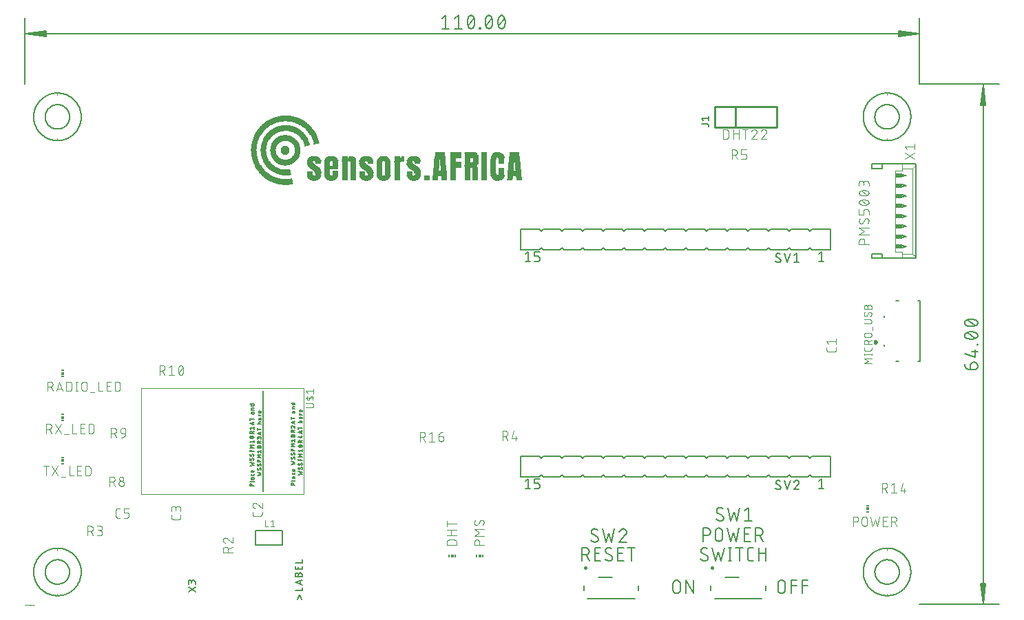
<source format=gbr>
G04 EAGLE Gerber RS-274X export*
G75*
%MOMM*%
%FSLAX34Y34*%
%LPD*%
%INSilkscreen Top*%
%IPPOS*%
%AMOC8*
5,1,8,0,0,1.08239X$1,22.5*%
G01*
%ADD10R,0.408938X0.017775*%
%ADD11R,0.871219X0.017781*%
%ADD12R,1.155700X0.017781*%
%ADD13R,1.404619X0.017775*%
%ADD14R,1.617981X0.017781*%
%ADD15R,1.760219X0.017775*%
%ADD16R,1.866900X0.017781*%
%ADD17R,1.938019X0.017781*%
%ADD18R,2.009138X0.017775*%
%ADD19R,2.062481X0.017781*%
%ADD20R,2.133600X0.017775*%
%ADD21R,2.169156X0.017781*%
%ADD22R,2.222500X0.017781*%
%ADD23R,2.275838X0.017775*%
%ADD24R,2.329175X0.017781*%
%ADD25R,2.346956X0.017775*%
%ADD26R,2.400300X0.017781*%
%ADD27R,2.453638X0.017781*%
%ADD28R,2.489200X0.017775*%
%ADD29R,2.524756X0.017781*%
%ADD30R,2.560319X0.017775*%
%ADD31R,2.595875X0.017781*%
%ADD32R,2.631438X0.017781*%
%ADD33R,2.667000X0.017775*%
%ADD34R,2.684781X0.017781*%
%ADD35R,2.720338X0.017775*%
%ADD36R,2.755900X0.017781*%
%ADD37R,2.791463X0.017781*%
%ADD38R,2.827019X0.017775*%
%ADD39R,0.071119X0.017775*%
%ADD40R,0.088900X0.017775*%
%ADD41R,2.844800X0.017781*%
%ADD42R,0.462281X0.017781*%
%ADD43R,0.497838X0.017781*%
%ADD44R,0.480063X0.017781*%
%ADD45R,0.480056X0.017781*%
%ADD46R,0.444500X0.017781*%
%ADD47R,2.880356X0.017775*%
%ADD48R,0.640081X0.017775*%
%ADD49R,0.657856X0.017775*%
%ADD50R,0.711200X0.017775*%
%ADD51R,0.693419X0.017775*%
%ADD52R,0.622300X0.017775*%
%ADD53R,0.675638X0.017775*%
%ADD54R,0.604519X0.017775*%
%ADD55R,2.898138X0.017781*%
%ADD56R,0.746756X0.017781*%
%ADD57R,0.764538X0.017781*%
%ADD58R,0.711200X0.017781*%
%ADD59R,0.693419X0.017781*%
%ADD60R,0.657856X0.017781*%
%ADD61R,0.675638X0.017781*%
%ADD62R,0.728981X0.017781*%
%ADD63R,2.933700X0.017781*%
%ADD64R,0.853438X0.017781*%
%ADD65R,0.800100X0.017781*%
%ADD66R,2.969256X0.017775*%
%ADD67R,0.924556X0.017775*%
%ADD68R,0.942338X0.017775*%
%ADD69R,0.889000X0.017775*%
%ADD70R,2.987038X0.017781*%
%ADD71R,0.995681X0.017781*%
%ADD72R,1.013456X0.017781*%
%ADD73R,1.013463X0.017781*%
%ADD74R,0.960119X0.017781*%
%ADD75R,3.004819X0.017775*%
%ADD76R,1.066800X0.017775*%
%ADD77R,1.084575X0.017775*%
%ADD78R,1.049019X0.017775*%
%ADD79R,1.013456X0.017775*%
%ADD80R,3.040375X0.017781*%
%ADD81R,1.120138X0.017781*%
%ADD82R,1.066800X0.017781*%
%ADD83R,2.009138X0.017781*%
%ADD84R,0.533400X0.017781*%
%ADD85R,1.173481X0.017781*%
%ADD86R,1.866900X0.017775*%
%ADD87R,0.337819X0.017775*%
%ADD88R,1.209037X0.017775*%
%ADD89R,1.226819X0.017775*%
%ADD90R,1.173475X0.017775*%
%ADD91R,1.778000X0.017781*%
%ADD92R,0.213356X0.017781*%
%ADD93R,1.262381X0.017781*%
%ADD94R,1.262375X0.017781*%
%ADD95R,0.657863X0.017781*%
%ADD96R,1.209037X0.017781*%
%ADD97R,1.689100X0.017775*%
%ADD98R,0.106681X0.017775*%
%ADD99R,1.297937X0.017775*%
%ADD100R,0.657863X0.017775*%
%ADD101R,1.244600X0.017775*%
%ADD102R,1.635756X0.017781*%
%ADD103R,0.017781X0.017781*%
%ADD104R,1.333500X0.017781*%
%ADD105R,1.315719X0.017781*%
%ADD106R,1.280156X0.017781*%
%ADD107R,1.582419X0.017781*%
%ADD108R,1.369063X0.017781*%
%ADD109R,1.351281X0.017781*%
%ADD110R,1.369056X0.017781*%
%ADD111R,1.529075X0.017775*%
%ADD112R,1.369056X0.017775*%
%ADD113R,1.333500X0.017775*%
%ADD114R,1.493519X0.017781*%
%ADD115R,1.440181X0.017781*%
%ADD116R,1.404619X0.017781*%
%ADD117R,1.422400X0.017781*%
%ADD118R,1.457956X0.017775*%
%ADD119R,1.440181X0.017775*%
%ADD120R,1.422400X0.017775*%
%ADD121R,1.457963X0.017775*%
%ADD122R,1.386838X0.017775*%
%ADD123R,1.440175X0.017781*%
%ADD124R,1.475738X0.017781*%
%ADD125R,1.511300X0.017781*%
%ADD126R,1.511300X0.017775*%
%ADD127R,1.475738X0.017775*%
%ADD128R,1.529081X0.017775*%
%ADD129R,1.546863X0.017781*%
%ADD130R,1.529081X0.017781*%
%ADD131R,1.315719X0.017775*%
%ADD132R,1.546863X0.017775*%
%ADD133R,1.564638X0.017775*%
%ADD134R,1.297937X0.017781*%
%ADD135R,1.546856X0.017781*%
%ADD136R,1.564638X0.017781*%
%ADD137R,1.600200X0.017781*%
%ADD138R,1.262381X0.017775*%
%ADD139R,1.617981X0.017775*%
%ADD140R,1.600200X0.017775*%
%ADD141R,1.546856X0.017775*%
%ADD142R,1.244600X0.017781*%
%ADD143R,1.635763X0.017781*%
%ADD144R,1.635756X0.017775*%
%ADD145R,1.582419X0.017775*%
%ADD146R,1.635763X0.017775*%
%ADD147R,1.653538X0.017781*%
%ADD148R,1.617975X0.017781*%
%ADD149R,1.671319X0.017781*%
%ADD150R,1.671319X0.017775*%
%ADD151R,1.617975X0.017775*%
%ADD152R,1.689100X0.017781*%
%ADD153R,1.155700X0.017775*%
%ADD154R,0.764538X0.017775*%
%ADD155R,0.746756X0.017775*%
%ADD156R,0.782319X0.017775*%
%ADD157R,1.137919X0.017781*%
%ADD158R,0.782319X0.017781*%
%ADD159R,1.724656X0.017781*%
%ADD160R,1.724662X0.017781*%
%ADD161R,0.746762X0.017781*%
%ADD162R,1.706881X0.017781*%
%ADD163R,1.102356X0.017775*%
%ADD164R,0.728981X0.017775*%
%ADD165R,0.746762X0.017775*%
%ADD166R,1.706875X0.017775*%
%ADD167R,1.653538X0.017775*%
%ADD168R,1.706881X0.017775*%
%ADD169R,1.084581X0.017781*%
%ADD170R,1.706875X0.017781*%
%ADD171R,0.231138X0.017781*%
%ADD172R,0.728975X0.017781*%
%ADD173R,1.049019X0.017781*%
%ADD174R,0.977900X0.017775*%
%ADD175R,0.728975X0.017775*%
%ADD176R,1.031238X0.017781*%
%ADD177R,1.386838X0.017781*%
%ADD178R,1.457963X0.017781*%
%ADD179R,0.995675X0.017775*%
%ADD180R,0.977900X0.017781*%
%ADD181R,0.960119X0.017775*%
%ADD182R,1.813556X0.017781*%
%ADD183R,1.831338X0.017775*%
%ADD184R,0.942338X0.017781*%
%ADD185R,1.902456X0.017781*%
%ADD186R,1.938019X0.017775*%
%ADD187R,0.924556X0.017781*%
%ADD188R,1.955800X0.017781*%
%ADD189R,1.991356X0.017775*%
%ADD190R,2.026919X0.017781*%
%ADD191R,0.906781X0.017781*%
%ADD192R,0.906781X0.017775*%
%ADD193R,2.098038X0.017775*%
%ADD194R,0.800100X0.017775*%
%ADD195R,0.906775X0.017781*%
%ADD196R,2.115819X0.017781*%
%ADD197R,0.817881X0.017781*%
%ADD198R,0.835663X0.017775*%
%ADD199R,0.835656X0.017775*%
%ADD200R,0.889000X0.017781*%
%ADD201R,0.835656X0.017781*%
%ADD202R,2.204719X0.017781*%
%ADD203R,2.222500X0.017775*%
%ADD204R,0.871219X0.017775*%
%ADD205R,2.240281X0.017781*%
%ADD206R,2.258063X0.017775*%
%ADD207R,0.906775X0.017775*%
%ADD208R,2.293619X0.017781*%
%ADD209R,2.311400X0.017781*%
%ADD210R,0.853438X0.017775*%
%ADD211R,2.329181X0.017775*%
%ADD212R,2.346956X0.017781*%
%ADD213R,2.364737X0.017775*%
%ADD214R,0.995681X0.017775*%
%ADD215R,0.995675X0.017781*%
%ADD216R,0.835663X0.017781*%
%ADD217R,2.418081X0.017781*%
%ADD218R,1.031238X0.017775*%
%ADD219R,0.177800X0.017781*%
%ADD220R,0.817881X0.017775*%
%ADD221R,1.084575X0.017781*%
%ADD222R,1.084581X0.017775*%
%ADD223R,1.724656X0.017775*%
%ADD224R,1.102356X0.017781*%
%ADD225R,0.817875X0.017775*%
%ADD226R,1.280163X0.017775*%
%ADD227R,1.120138X0.017775*%
%ADD228R,1.102363X0.017775*%
%ADD229R,1.191256X0.017775*%
%ADD230R,1.137919X0.017775*%
%ADD231R,1.351281X0.017775*%
%ADD232R,0.640081X0.017781*%
%ADD233R,0.640075X0.017775*%
%ADD234R,1.102363X0.017781*%
%ADD235R,0.924563X0.017781*%
%ADD236R,0.355600X0.017781*%
%ADD237R,0.640075X0.017781*%
%ADD238R,1.191256X0.017781*%
%ADD239R,1.280156X0.017775*%
%ADD240R,1.457956X0.017781*%
%ADD241R,1.760219X0.017781*%
%ADD242R,1.884681X0.017775*%
%ADD243R,2.098038X0.017781*%
%ADD244R,2.151375X0.017775*%
%ADD245R,2.258056X0.017775*%
%ADD246R,2.382519X0.017775*%
%ADD247R,0.817875X0.017781*%
%ADD248R,2.471419X0.017775*%
%ADD249R,2.506975X0.017781*%
%ADD250R,2.542538X0.017781*%
%ADD251R,2.578100X0.017775*%
%ADD252R,2.613656X0.017781*%
%ADD253R,1.226819X0.017781*%
%ADD254R,0.622300X0.017781*%
%ADD255R,2.649219X0.017775*%
%ADD256R,1.724662X0.017775*%
%ADD257R,2.684775X0.017781*%
%ADD258R,2.720338X0.017781*%
%ADD259R,2.738119X0.017775*%
%ADD260R,2.773681X0.017781*%
%ADD261R,2.809238X0.017775*%
%ADD262R,1.173475X0.017781*%
%ADD263R,1.493519X0.017775*%
%ADD264R,1.369063X0.017775*%
%ADD265R,0.497838X0.017775*%
%ADD266R,0.480056X0.017775*%
%ADD267R,1.191263X0.017775*%
%ADD268R,0.444500X0.017775*%
%ADD269R,0.426719X0.017781*%
%ADD270R,0.391156X0.017781*%
%ADD271R,1.013463X0.017775*%
%ADD272R,0.373381X0.017775*%
%ADD273R,0.337819X0.017781*%
%ADD274R,0.551181X0.017781*%
%ADD275R,0.320038X0.017781*%
%ADD276R,0.284481X0.017775*%
%ADD277R,0.586738X0.017781*%
%ADD278R,0.248919X0.017781*%
%ADD279R,0.480063X0.017775*%
%ADD280R,0.320038X0.017775*%
%ADD281R,0.462281X0.017775*%
%ADD282R,0.426719X0.017775*%
%ADD283R,0.195581X0.017775*%
%ADD284R,0.462275X0.017775*%
%ADD285R,0.071119X0.017781*%
%ADD286R,0.088900X0.017781*%
%ADD287R,0.053338X0.017781*%
%ADD288R,0.106681X0.017781*%
%ADD289R,0.231138X0.017775*%
%ADD290R,0.568956X0.017781*%
%ADD291R,1.191263X0.017781*%
%ADD292R,1.173481X0.017775*%
%ADD293R,0.284481X0.017781*%
%ADD294R,0.568956X0.017775*%
%ADD295R,0.106675X0.017781*%
%ADD296R,0.177800X0.017775*%
%ADD297R,0.266700X0.017781*%
%ADD298R,0.355600X0.017775*%
%ADD299R,0.248919X0.017775*%
%ADD300R,0.515619X0.017781*%
%ADD301R,0.604519X0.017781*%
%ADD302R,2.738119X0.017781*%
%ADD303R,2.702556X0.017775*%
%ADD304R,2.667000X0.017781*%
%ADD305R,2.631438X0.017775*%
%ADD306R,2.595881X0.017781*%
%ADD307R,2.560319X0.017781*%
%ADD308R,2.524756X0.017775*%
%ADD309R,2.489200X0.017781*%
%ADD310R,2.453638X0.017775*%
%ADD311R,2.382519X0.017781*%
%ADD312R,2.275838X0.017781*%
%ADD313R,2.240281X0.017775*%
%ADD314R,2.133600X0.017781*%
%ADD315R,1.920238X0.017781*%
%ADD316R,1.884681X0.017781*%
%ADD317R,1.813556X0.017775*%
%ADD318R,1.742438X0.017781*%
%ADD319R,0.924563X0.017775*%
%ADD320R,1.351275X0.017775*%
%ADD321R,1.529075X0.017781*%
%ADD322R,1.795775X0.017775*%
%ADD323R,1.778000X0.017775*%
%ADD324R,3.751581X0.017781*%
%ADD325R,3.716019X0.017775*%
%ADD326R,3.644900X0.017781*%
%ADD327R,3.609338X0.017781*%
%ADD328R,3.538219X0.017775*%
%ADD329R,3.502656X0.017781*%
%ADD330R,3.467100X0.017775*%
%ADD331R,3.395981X0.017781*%
%ADD332R,3.360419X0.017781*%
%ADD333R,3.289300X0.017775*%
%ADD334R,3.218181X0.017781*%
%ADD335R,3.182619X0.017775*%
%ADD336R,3.111500X0.017781*%
%ADD337R,3.040381X0.017781*%
%ADD338R,2.862581X0.017775*%
%ADD339R,2.791456X0.017781*%
%ADD340R,2.578100X0.017781*%
%ADD341R,2.506981X0.017775*%
%ADD342R,2.329181X0.017781*%
%ADD343R,2.151381X0.017781*%
%ADD344R,2.044700X0.017775*%
%ADD345R,1.831338X0.017781*%
%ADD346R,1.795781X0.017781*%
%ADD347R,1.902456X0.017775*%
%ADD348R,1.884675X0.017775*%
%ADD349R,2.080256X0.017781*%
%ADD350R,2.062475X0.017781*%
%ADD351R,4.498337X0.017775*%
%ADD352R,4.427219X0.017781*%
%ADD353R,4.356100X0.017781*%
%ADD354R,4.320538X0.017775*%
%ADD355R,4.249419X0.017781*%
%ADD356R,4.178300X0.017775*%
%ADD357R,4.124956X0.017781*%
%ADD358R,4.071619X0.017781*%
%ADD359R,4.000500X0.017775*%
%ADD360R,3.929381X0.017781*%
%ADD361R,3.858256X0.017775*%
%ADD362R,3.787138X0.017781*%
%ADD363R,3.716019X0.017781*%
%ADD364R,3.644900X0.017775*%
%ADD365R,3.573781X0.017781*%
%ADD366R,3.502656X0.017775*%
%ADD367R,3.324856X0.017781*%
%ADD368R,3.253738X0.017775*%
%ADD369R,3.147056X0.017781*%
%ADD370R,3.075938X0.017775*%
%ADD371R,2.969256X0.017781*%
%ADD372R,2.862581X0.017781*%
%ADD373R,2.773681X0.017775*%
%ADD374R,2.435856X0.017781*%
%ADD375R,2.186937X0.017775*%
%ADD376R,0.142238X0.017781*%
%ADD377C,0.000000*%
%ADD378C,0.152400*%
%ADD379C,0.101600*%
%ADD380C,0.130000*%
%ADD381C,0.300000*%
%ADD382C,0.127000*%
%ADD383C,0.076200*%
%ADD384C,0.203200*%
%ADD385C,0.050800*%
%ADD386R,0.875000X0.500000*%
%ADD387C,0.254000*%
%ADD388C,0.177800*%
%ADD389R,0.150000X0.300000*%
%ADD390R,0.300000X0.300000*%
%ADD391R,0.300000X0.150000*%
%ADD392C,0.250000*%
%ADD393C,0.100000*%


D10*
X320485Y516092D03*
D11*
X320485Y516270D03*
D12*
X320485Y516448D03*
D13*
X320485Y516626D03*
D14*
X320485Y516804D03*
D15*
X320485Y516981D03*
D16*
X320129Y517159D03*
D17*
X319773Y517337D03*
D18*
X319418Y517515D03*
D19*
X319151Y517693D03*
D20*
X318796Y517870D03*
D21*
X318440Y518048D03*
D22*
X318173Y518226D03*
D23*
X317907Y518404D03*
D24*
X317640Y518582D03*
D25*
X317373Y518759D03*
D26*
X317106Y518937D03*
D27*
X316840Y519115D03*
D28*
X316662Y519293D03*
D29*
X316484Y519471D03*
D30*
X316129Y519648D03*
D31*
X315951Y519826D03*
D32*
X315773Y520004D03*
D33*
X315595Y520182D03*
D34*
X315328Y520360D03*
D35*
X315151Y520537D03*
D36*
X314973Y520715D03*
D37*
X314795Y520893D03*
D38*
X314617Y521071D03*
D39*
X355778Y521071D03*
X376758Y521071D03*
D40*
X419697Y521071D03*
D39*
X440944Y521071D03*
X477927Y521071D03*
X580873Y521071D03*
D41*
X314351Y521249D03*
D42*
X355600Y521249D03*
D43*
X376758Y521249D03*
D42*
X419608Y521249D03*
D44*
X441033Y521249D03*
D45*
X477838Y521249D03*
D46*
X580962Y521249D03*
D47*
X314173Y521426D03*
D48*
X355600Y521426D03*
D49*
X376847Y521426D03*
D50*
X393294Y521426D03*
D51*
X403517Y521426D03*
D48*
X419608Y521426D03*
X440944Y521426D03*
D50*
X457657Y521426D03*
D52*
X477838Y521426D03*
D50*
X493929Y521426D03*
D51*
X504330Y521426D03*
D49*
X515887Y521426D03*
D50*
X526644Y521426D03*
X544424Y521426D03*
D53*
X553847Y521426D03*
X564871Y521426D03*
D54*
X581051Y521426D03*
D53*
X596164Y521426D03*
D49*
X607632Y521426D03*
D55*
X314084Y521604D03*
D56*
X355600Y521604D03*
D57*
X376847Y521604D03*
D58*
X393294Y521604D03*
D59*
X403517Y521604D03*
D56*
X419608Y521604D03*
D57*
X441033Y521604D03*
D58*
X457657Y521604D03*
D57*
X477838Y521604D03*
D58*
X493929Y521604D03*
D59*
X504330Y521604D03*
D60*
X515887Y521604D03*
D58*
X526644Y521604D03*
X544424Y521604D03*
D61*
X553847Y521604D03*
X564871Y521604D03*
D62*
X581139Y521604D03*
D61*
X596164Y521604D03*
D60*
X607632Y521604D03*
D63*
X313906Y521782D03*
D64*
X355600Y521782D03*
D11*
X376847Y521782D03*
D58*
X393294Y521782D03*
D59*
X403517Y521782D03*
D64*
X419608Y521782D03*
X440944Y521782D03*
D58*
X457657Y521782D03*
D64*
X477749Y521782D03*
D58*
X493929Y521782D03*
D61*
X504419Y521782D03*
D60*
X515887Y521782D03*
D58*
X526644Y521782D03*
X544424Y521782D03*
D61*
X553847Y521782D03*
X564871Y521782D03*
D65*
X581139Y521782D03*
D61*
X596164Y521782D03*
D60*
X607632Y521782D03*
D66*
X313728Y521960D03*
D67*
X355600Y521960D03*
D68*
X376847Y521960D03*
D50*
X393294Y521960D03*
D51*
X403517Y521960D03*
D67*
X419608Y521960D03*
D68*
X441033Y521960D03*
D50*
X457657Y521960D03*
D68*
X477838Y521960D03*
D50*
X493929Y521960D03*
D53*
X504419Y521960D03*
D49*
X515887Y521960D03*
D50*
X526644Y521960D03*
X544424Y521960D03*
D53*
X553847Y521960D03*
X564871Y521960D03*
D69*
X581228Y521960D03*
D53*
X596164Y521960D03*
D49*
X607632Y521960D03*
D70*
X313462Y522138D03*
D71*
X355600Y522138D03*
D72*
X376847Y522138D03*
D58*
X393294Y522138D03*
D59*
X403517Y522138D03*
D71*
X419608Y522138D03*
D73*
X441033Y522138D03*
D58*
X457657Y522138D03*
D72*
X477838Y522138D03*
D58*
X493929Y522138D03*
D61*
X504419Y522138D03*
X515798Y522138D03*
D58*
X526644Y522138D03*
X544424Y522138D03*
D61*
X553847Y522138D03*
X564871Y522138D03*
D74*
X581228Y522138D03*
D61*
X596164Y522138D03*
D60*
X607632Y522138D03*
D75*
X313373Y522315D03*
D76*
X355600Y522315D03*
D77*
X376847Y522315D03*
D50*
X393294Y522315D03*
D51*
X403517Y522315D03*
D76*
X419608Y522315D03*
X440944Y522315D03*
D50*
X457657Y522315D03*
D78*
X477838Y522315D03*
D50*
X493929Y522315D03*
D53*
X504419Y522315D03*
X515798Y522315D03*
D50*
X526644Y522315D03*
X544424Y522315D03*
D53*
X553847Y522315D03*
X564871Y522315D03*
D79*
X581139Y522315D03*
D53*
X596164Y522315D03*
D49*
X607632Y522315D03*
D80*
X313195Y522493D03*
D81*
X355689Y522493D03*
X376847Y522493D03*
D58*
X393294Y522493D03*
D59*
X403517Y522493D03*
D81*
X419697Y522493D03*
X441033Y522493D03*
D58*
X457657Y522493D03*
D81*
X477838Y522493D03*
D58*
X493929Y522493D03*
D61*
X504419Y522493D03*
X515798Y522493D03*
D58*
X526644Y522493D03*
X544424Y522493D03*
D61*
X553847Y522493D03*
X564871Y522493D03*
D82*
X581228Y522493D03*
D61*
X596164Y522493D03*
D60*
X607632Y522493D03*
D83*
X307861Y522671D03*
D84*
X325730Y522671D03*
D85*
X355600Y522671D03*
X376936Y522671D03*
D58*
X393294Y522671D03*
D59*
X403517Y522671D03*
D85*
X419608Y522671D03*
X440944Y522671D03*
D58*
X457657Y522671D03*
D12*
X477838Y522671D03*
D58*
X493929Y522671D03*
D61*
X504419Y522671D03*
X515798Y522671D03*
D58*
X526644Y522671D03*
X544424Y522671D03*
D61*
X553847Y522671D03*
X564871Y522671D03*
D81*
X581139Y522671D03*
D61*
X596164Y522671D03*
X607543Y522671D03*
D86*
X306794Y522849D03*
D87*
X326530Y522849D03*
D88*
X355600Y522849D03*
D89*
X376847Y522849D03*
D50*
X393294Y522849D03*
D51*
X403517Y522849D03*
D88*
X419608Y522849D03*
D89*
X441033Y522849D03*
D50*
X457657Y522849D03*
D89*
X477838Y522849D03*
D50*
X493929Y522849D03*
D53*
X504419Y522849D03*
X515798Y522849D03*
D50*
X526644Y522849D03*
X544424Y522849D03*
D53*
X553847Y522849D03*
X564871Y522849D03*
D90*
X581228Y522849D03*
D51*
X596252Y522849D03*
D53*
X607543Y522849D03*
D91*
X305994Y523027D03*
D92*
X327152Y523027D03*
D93*
X355689Y523027D03*
D94*
X376847Y523027D03*
D58*
X393294Y523027D03*
D59*
X403517Y523027D03*
D93*
X419697Y523027D03*
X441033Y523027D03*
D58*
X457657Y523027D03*
D93*
X477838Y523027D03*
D58*
X493929Y523027D03*
D61*
X504419Y523027D03*
D95*
X515709Y523027D03*
D58*
X526644Y523027D03*
X544424Y523027D03*
D61*
X553847Y523027D03*
X564871Y523027D03*
D96*
X581228Y523027D03*
D59*
X596252Y523027D03*
D61*
X607543Y523027D03*
D97*
X305372Y523204D03*
D98*
X327686Y523204D03*
D99*
X355689Y523204D03*
X376847Y523204D03*
D50*
X393294Y523204D03*
D51*
X403517Y523204D03*
D99*
X419697Y523204D03*
X441033Y523204D03*
D50*
X457657Y523204D03*
D99*
X477838Y523204D03*
D50*
X493929Y523204D03*
D53*
X504419Y523204D03*
D100*
X515709Y523204D03*
D50*
X526644Y523204D03*
X544424Y523204D03*
D53*
X553847Y523204D03*
X564871Y523204D03*
D101*
X581228Y523204D03*
D53*
X596341Y523204D03*
X607543Y523204D03*
D102*
X304749Y523382D03*
D103*
X328130Y523382D03*
D104*
X355689Y523382D03*
D105*
X376936Y523382D03*
D58*
X393294Y523382D03*
D59*
X403517Y523382D03*
D104*
X419697Y523382D03*
X441033Y523382D03*
D58*
X457657Y523382D03*
D104*
X477838Y523382D03*
D58*
X493929Y523382D03*
D61*
X504419Y523382D03*
D95*
X515709Y523382D03*
D58*
X526644Y523382D03*
X544424Y523382D03*
D61*
X553847Y523382D03*
X564871Y523382D03*
D106*
X581228Y523382D03*
D61*
X596341Y523382D03*
X607543Y523382D03*
D107*
X304305Y523560D03*
D108*
X355689Y523560D03*
D109*
X376936Y523560D03*
D58*
X393294Y523560D03*
D59*
X403517Y523560D03*
D108*
X419697Y523560D03*
X441033Y523560D03*
D58*
X457657Y523560D03*
D110*
X477838Y523560D03*
D58*
X493929Y523560D03*
D59*
X504508Y523560D03*
D95*
X515709Y523560D03*
D58*
X526644Y523560D03*
X544424Y523560D03*
D61*
X553847Y523560D03*
X564871Y523560D03*
D105*
X581228Y523560D03*
D61*
X596341Y523560D03*
D60*
X607454Y523560D03*
D111*
X303860Y523738D03*
D13*
X355689Y523738D03*
D112*
X376847Y523738D03*
D50*
X393294Y523738D03*
D51*
X403517Y523738D03*
D13*
X419697Y523738D03*
X441033Y523738D03*
D50*
X457657Y523738D03*
D13*
X477838Y523738D03*
D50*
X493929Y523738D03*
D53*
X504597Y523738D03*
D100*
X515709Y523738D03*
D50*
X526644Y523738D03*
X544424Y523738D03*
D53*
X553847Y523738D03*
X564871Y523738D03*
D113*
X581139Y523738D03*
D53*
X596341Y523738D03*
D49*
X607454Y523738D03*
D114*
X303327Y523916D03*
D115*
X355689Y523916D03*
D116*
X376847Y523916D03*
D58*
X393294Y523916D03*
D59*
X403517Y523916D03*
D117*
X419608Y523916D03*
X440944Y523916D03*
D58*
X457657Y523916D03*
D117*
X477927Y523916D03*
D58*
X493929Y523916D03*
D61*
X504597Y523916D03*
D95*
X515709Y523916D03*
D58*
X526644Y523916D03*
X544424Y523916D03*
D61*
X553847Y523916D03*
X564871Y523916D03*
D110*
X581139Y523916D03*
D61*
X596341Y523916D03*
D60*
X607454Y523916D03*
D118*
X302971Y524093D03*
D119*
X355689Y524093D03*
D120*
X376936Y524093D03*
D50*
X393294Y524093D03*
D51*
X403517Y524093D03*
D119*
X419697Y524093D03*
X441033Y524093D03*
D50*
X457657Y524093D03*
D121*
X477927Y524093D03*
D50*
X493929Y524093D03*
D53*
X504597Y524093D03*
D100*
X515709Y524093D03*
D50*
X526644Y524093D03*
X544424Y524093D03*
D53*
X553847Y524093D03*
X564871Y524093D03*
D122*
X581228Y524093D03*
D53*
X596341Y524093D03*
D49*
X607454Y524093D03*
D123*
X302527Y524271D03*
D124*
X355689Y524271D03*
D123*
X376847Y524271D03*
D58*
X393294Y524271D03*
D59*
X403517Y524271D03*
D124*
X419697Y524271D03*
X441033Y524271D03*
D58*
X457657Y524271D03*
D124*
X477838Y524271D03*
D58*
X493929Y524271D03*
D61*
X504597Y524271D03*
X515620Y524271D03*
D58*
X526644Y524271D03*
X544424Y524271D03*
D61*
X553847Y524271D03*
X564871Y524271D03*
D117*
X581228Y524271D03*
D61*
X596341Y524271D03*
D60*
X607454Y524271D03*
D116*
X302171Y524449D03*
D125*
X355689Y524449D03*
D124*
X376847Y524449D03*
D58*
X393294Y524449D03*
D59*
X403517Y524449D03*
D125*
X419697Y524449D03*
D114*
X440944Y524449D03*
D58*
X457657Y524449D03*
D114*
X477927Y524449D03*
D58*
X493929Y524449D03*
D61*
X504597Y524449D03*
X515620Y524449D03*
D58*
X526644Y524449D03*
X544424Y524449D03*
D61*
X553847Y524449D03*
X564871Y524449D03*
D115*
X581139Y524449D03*
D61*
X596341Y524449D03*
D60*
X607454Y524449D03*
D112*
X301816Y524627D03*
D126*
X355689Y524627D03*
D127*
X376847Y524627D03*
D50*
X393294Y524627D03*
D51*
X403517Y524627D03*
D126*
X419697Y524627D03*
X441033Y524627D03*
D50*
X457657Y524627D03*
D128*
X477927Y524627D03*
D50*
X493929Y524627D03*
D53*
X504597Y524627D03*
X515620Y524627D03*
D50*
X526644Y524627D03*
X544424Y524627D03*
D53*
X553847Y524627D03*
X564871Y524627D03*
D118*
X581228Y524627D03*
D53*
X596341Y524627D03*
D49*
X607454Y524627D03*
D109*
X301371Y524805D03*
D129*
X355689Y524805D03*
D125*
X376847Y524805D03*
D58*
X393294Y524805D03*
D59*
X403517Y524805D03*
D129*
X419697Y524805D03*
D130*
X440944Y524805D03*
D58*
X457657Y524805D03*
D130*
X477927Y524805D03*
D58*
X493929Y524805D03*
D61*
X504597Y524805D03*
D60*
X515531Y524805D03*
D58*
X526644Y524805D03*
X544424Y524805D03*
D61*
X553847Y524805D03*
X564871Y524805D03*
D124*
X581139Y524805D03*
D61*
X596341Y524805D03*
X607365Y524805D03*
D131*
X301016Y524982D03*
D132*
X355689Y524982D03*
D126*
X376847Y524982D03*
D50*
X393294Y524982D03*
D51*
X403517Y524982D03*
D132*
X419697Y524982D03*
X441033Y524982D03*
D50*
X457657Y524982D03*
D133*
X477927Y524982D03*
D50*
X493929Y524982D03*
D53*
X504597Y524982D03*
D49*
X515531Y524982D03*
D50*
X526644Y524982D03*
X544424Y524982D03*
D53*
X553847Y524982D03*
X564871Y524982D03*
D126*
X581139Y524982D03*
D49*
X596430Y524982D03*
D53*
X607365Y524982D03*
D134*
X300749Y525160D03*
D107*
X355689Y525160D03*
D135*
X376847Y525160D03*
D58*
X393294Y525160D03*
D59*
X403517Y525160D03*
D107*
X419697Y525160D03*
D136*
X440944Y525160D03*
D58*
X457657Y525160D03*
D136*
X477927Y525160D03*
D58*
X493929Y525160D03*
D61*
X504597Y525160D03*
D60*
X515531Y525160D03*
D58*
X526644Y525160D03*
X544424Y525160D03*
D61*
X553847Y525160D03*
X564871Y525160D03*
D125*
X581139Y525160D03*
D60*
X596430Y525160D03*
D61*
X607365Y525160D03*
D106*
X300482Y525338D03*
D107*
X355689Y525338D03*
D135*
X376847Y525338D03*
D58*
X393294Y525338D03*
D59*
X403517Y525338D03*
D107*
X419697Y525338D03*
X441033Y525338D03*
D58*
X457657Y525338D03*
D137*
X477927Y525338D03*
D58*
X493929Y525338D03*
D61*
X504597Y525338D03*
D60*
X515531Y525338D03*
D58*
X526644Y525338D03*
X544424Y525338D03*
D61*
X553847Y525338D03*
X564871Y525338D03*
D135*
X581139Y525338D03*
D61*
X596519Y525338D03*
D95*
X607276Y525338D03*
D138*
X300038Y525516D03*
D139*
X355689Y525516D03*
D133*
X376936Y525516D03*
D50*
X393294Y525516D03*
D51*
X403517Y525516D03*
D139*
X419697Y525516D03*
D140*
X440944Y525516D03*
D50*
X457657Y525516D03*
D140*
X477927Y525516D03*
D50*
X493929Y525516D03*
D49*
X504685Y525516D03*
X515531Y525516D03*
D50*
X526644Y525516D03*
X544424Y525516D03*
D53*
X553847Y525516D03*
X564871Y525516D03*
D141*
X581139Y525516D03*
D53*
X596519Y525516D03*
D100*
X607276Y525516D03*
D142*
X299771Y525694D03*
D14*
X355689Y525694D03*
D107*
X376847Y525694D03*
D58*
X393294Y525694D03*
D59*
X403517Y525694D03*
D14*
X419697Y525694D03*
X441033Y525694D03*
D58*
X457657Y525694D03*
D143*
X477927Y525694D03*
D58*
X493929Y525694D03*
D60*
X504685Y525694D03*
X515531Y525694D03*
D58*
X526644Y525694D03*
X544424Y525694D03*
D61*
X553847Y525694D03*
X564871Y525694D03*
D136*
X581051Y525694D03*
D61*
X596519Y525694D03*
D95*
X607276Y525694D03*
D89*
X299504Y525871D03*
D144*
X355778Y525871D03*
D145*
X376847Y525871D03*
D50*
X393294Y525871D03*
D51*
X403517Y525871D03*
D144*
X419786Y525871D03*
X440944Y525871D03*
D50*
X457657Y525871D03*
D146*
X477927Y525871D03*
D50*
X493929Y525871D03*
D49*
X504685Y525871D03*
X515531Y525871D03*
D50*
X526644Y525871D03*
X544424Y525871D03*
D53*
X553847Y525871D03*
X564871Y525871D03*
D145*
X581139Y525871D03*
D53*
X596519Y525871D03*
D100*
X607276Y525871D03*
D96*
X299238Y526049D03*
D147*
X355689Y526049D03*
D137*
X376936Y526049D03*
D58*
X393294Y526049D03*
D59*
X403517Y526049D03*
D147*
X419697Y526049D03*
D102*
X440944Y526049D03*
D58*
X457657Y526049D03*
D143*
X477927Y526049D03*
D58*
X493929Y526049D03*
D61*
X504774Y526049D03*
D60*
X515531Y526049D03*
D58*
X526644Y526049D03*
X544424Y526049D03*
D61*
X553847Y526049D03*
X564871Y526049D03*
D107*
X581139Y526049D03*
D61*
X596519Y526049D03*
D95*
X607276Y526049D03*
D85*
X298882Y526227D03*
D147*
X355689Y526227D03*
D148*
X376847Y526227D03*
D58*
X393294Y526227D03*
D59*
X403517Y526227D03*
D147*
X419697Y526227D03*
X441033Y526227D03*
D58*
X457657Y526227D03*
D149*
X477927Y526227D03*
D58*
X493929Y526227D03*
D61*
X504774Y526227D03*
X515442Y526227D03*
D58*
X526644Y526227D03*
X544424Y526227D03*
D61*
X553847Y526227D03*
X564871Y526227D03*
D137*
X581051Y526227D03*
D61*
X596519Y526227D03*
D95*
X607276Y526227D03*
D90*
X298526Y526405D03*
D150*
X355778Y526405D03*
D151*
X376847Y526405D03*
D50*
X393294Y526405D03*
D51*
X403517Y526405D03*
D150*
X419786Y526405D03*
X440944Y526405D03*
D50*
X457657Y526405D03*
D150*
X477927Y526405D03*
D50*
X493929Y526405D03*
D53*
X504774Y526405D03*
X515442Y526405D03*
D50*
X526644Y526405D03*
X544424Y526405D03*
D53*
X553847Y526405D03*
X564871Y526405D03*
D139*
X581139Y526405D03*
D53*
X596519Y526405D03*
D100*
X607276Y526405D03*
D12*
X298260Y526583D03*
D149*
X355778Y526583D03*
D148*
X376847Y526583D03*
D58*
X393294Y526583D03*
D59*
X403517Y526583D03*
D152*
X419697Y526583D03*
D149*
X440944Y526583D03*
D58*
X457657Y526583D03*
D149*
X477927Y526583D03*
D58*
X493929Y526583D03*
D61*
X504774Y526583D03*
X515442Y526583D03*
D58*
X526644Y526583D03*
X544424Y526583D03*
D61*
X553847Y526583D03*
X564871Y526583D03*
D14*
X581139Y526583D03*
D61*
X596519Y526583D03*
D95*
X607276Y526583D03*
D153*
X298082Y526760D03*
D97*
X355689Y526760D03*
D154*
X372402Y526760D03*
D155*
X381381Y526760D03*
D50*
X393294Y526760D03*
D51*
X403517Y526760D03*
D97*
X419697Y526760D03*
D156*
X436499Y526760D03*
X445567Y526760D03*
D50*
X457657Y526760D03*
D97*
X478015Y526760D03*
D50*
X493929Y526760D03*
D53*
X504774Y526760D03*
D49*
X515353Y526760D03*
D50*
X526644Y526760D03*
X544424Y526760D03*
D53*
X553847Y526760D03*
X564871Y526760D03*
D146*
X581051Y526760D03*
D53*
X596519Y526760D03*
X607187Y526760D03*
D157*
X297815Y526938D03*
D158*
X351155Y526938D03*
D65*
X360312Y526938D03*
D56*
X372313Y526938D03*
D62*
X381470Y526938D03*
D58*
X393294Y526938D03*
D59*
X403517Y526938D03*
D158*
X415163Y526938D03*
X424231Y526938D03*
D56*
X436321Y526938D03*
D57*
X445656Y526938D03*
D58*
X457657Y526938D03*
D158*
X473304Y526938D03*
X482549Y526938D03*
D58*
X493929Y526938D03*
D159*
X510019Y526938D03*
D58*
X526644Y526938D03*
X544424Y526938D03*
D61*
X553847Y526938D03*
X564871Y526938D03*
D143*
X581051Y526938D03*
D160*
X601942Y526938D03*
D81*
X297548Y527116D03*
D56*
X350977Y527116D03*
D158*
X360401Y527116D03*
D62*
X372224Y527116D03*
D58*
X381559Y527116D03*
X393294Y527116D03*
D59*
X403517Y527116D03*
D56*
X414985Y527116D03*
D158*
X424409Y527116D03*
D161*
X436144Y527116D03*
D56*
X445745Y527116D03*
D58*
X457657Y527116D03*
D56*
X473126Y527116D03*
D57*
X482638Y527116D03*
D58*
X493929Y527116D03*
D159*
X510019Y527116D03*
D58*
X526644Y527116D03*
X544424Y527116D03*
D61*
X553847Y527116D03*
X564871Y527116D03*
D147*
X581139Y527116D03*
D162*
X601853Y527116D03*
D163*
X297282Y527294D03*
D164*
X350888Y527294D03*
D154*
X360490Y527294D03*
D50*
X372136Y527294D03*
X381559Y527294D03*
X393294Y527294D03*
D51*
X403517Y527294D03*
D164*
X414896Y527294D03*
D154*
X424498Y527294D03*
D165*
X436144Y527294D03*
D164*
X445834Y527294D03*
D50*
X457657Y527294D03*
D155*
X473126Y527294D03*
X482727Y527294D03*
D50*
X493929Y527294D03*
D166*
X510108Y527294D03*
D50*
X526644Y527294D03*
X544424Y527294D03*
D53*
X553847Y527294D03*
X564871Y527294D03*
D167*
X581139Y527294D03*
D168*
X601853Y527294D03*
D169*
X297015Y527472D03*
D161*
X350800Y527472D03*
X360579Y527472D03*
D58*
X372136Y527472D03*
X381737Y527472D03*
X393294Y527472D03*
D59*
X403517Y527472D03*
D161*
X414808Y527472D03*
X424587Y527472D03*
D62*
X436055Y527472D03*
D58*
X445923Y527472D03*
X457657Y527472D03*
D62*
X473037Y527472D03*
D56*
X482727Y527472D03*
D170*
X510108Y527472D03*
D58*
X526644Y527472D03*
X544424Y527472D03*
D61*
X553847Y527472D03*
X564871Y527472D03*
D149*
X581051Y527472D03*
D162*
X601853Y527472D03*
D77*
X296837Y527649D03*
D164*
X350711Y527649D03*
D165*
X360579Y527649D03*
D50*
X371958Y527649D03*
X381737Y527649D03*
X393294Y527649D03*
D51*
X403517Y527649D03*
D164*
X414719Y527649D03*
D165*
X424587Y527649D03*
D164*
X436055Y527649D03*
X446011Y527649D03*
D50*
X457657Y527649D03*
X472948Y527649D03*
D155*
X482905Y527649D03*
D166*
X510108Y527649D03*
D50*
X526644Y527649D03*
X544424Y527649D03*
D53*
X553847Y527649D03*
X564871Y527649D03*
D156*
X576606Y527649D03*
X585496Y527649D03*
D168*
X601853Y527649D03*
D82*
X296571Y527827D03*
D171*
X320485Y527827D03*
D62*
X350711Y527827D03*
X360667Y527827D03*
D58*
X371958Y527827D03*
D59*
X381826Y527827D03*
D58*
X393294Y527827D03*
D59*
X403517Y527827D03*
D62*
X414719Y527827D03*
X424675Y527827D03*
D58*
X435966Y527827D03*
D62*
X446011Y527827D03*
D58*
X457657Y527827D03*
D172*
X472859Y527827D03*
D56*
X482905Y527827D03*
D170*
X510108Y527827D03*
D58*
X526644Y527827D03*
X544424Y527827D03*
D61*
X553847Y527827D03*
X564871Y527827D03*
D56*
X576428Y527827D03*
D57*
X585584Y527827D03*
D162*
X601853Y527827D03*
D173*
X296304Y528005D03*
D59*
X320485Y528005D03*
D58*
X350622Y528005D03*
D56*
X360756Y528005D03*
D58*
X371958Y528005D03*
D59*
X381826Y528005D03*
D58*
X393294Y528005D03*
D59*
X403517Y528005D03*
D58*
X414630Y528005D03*
D56*
X424764Y528005D03*
D58*
X435966Y528005D03*
D62*
X446011Y528005D03*
D58*
X457657Y528005D03*
D172*
X472859Y528005D03*
D56*
X482905Y528005D03*
D170*
X510108Y528005D03*
D58*
X526644Y528005D03*
X544424Y528005D03*
D61*
X553847Y528005D03*
X564871Y528005D03*
D172*
X576339Y528005D03*
D56*
X585673Y528005D03*
D162*
X601853Y528005D03*
D76*
X296037Y528183D03*
D174*
X320485Y528183D03*
D50*
X350622Y528183D03*
D155*
X360756Y528183D03*
D50*
X371958Y528183D03*
D51*
X381826Y528183D03*
D50*
X393294Y528183D03*
D51*
X403517Y528183D03*
D50*
X414630Y528183D03*
D155*
X424764Y528183D03*
D175*
X435877Y528183D03*
D50*
X446100Y528183D03*
X457657Y528183D03*
D175*
X472859Y528183D03*
D155*
X482905Y528183D03*
D166*
X510108Y528183D03*
D50*
X526644Y528183D03*
X544424Y528183D03*
D53*
X553847Y528183D03*
X564871Y528183D03*
D50*
X576250Y528183D03*
D155*
X585851Y528183D03*
D168*
X601853Y528183D03*
D173*
X295770Y528361D03*
D12*
X320485Y528361D03*
D58*
X350622Y528361D03*
D56*
X360756Y528361D03*
D58*
X371958Y528361D03*
D59*
X381826Y528361D03*
D58*
X393294Y528361D03*
D59*
X403517Y528361D03*
D58*
X414630Y528361D03*
D56*
X424764Y528361D03*
D172*
X435877Y528361D03*
D58*
X446100Y528361D03*
X457657Y528361D03*
X472770Y528361D03*
D56*
X482905Y528361D03*
D170*
X510108Y528361D03*
D58*
X526644Y528361D03*
X544424Y528361D03*
D61*
X553847Y528361D03*
X564871Y528361D03*
D58*
X576250Y528361D03*
D62*
X585940Y528361D03*
D162*
X601853Y528361D03*
D78*
X295593Y528538D03*
D131*
X320396Y528538D03*
D50*
X350622Y528538D03*
D155*
X360756Y528538D03*
D51*
X371869Y528538D03*
X381826Y528538D03*
D50*
X393294Y528538D03*
D51*
X403517Y528538D03*
D50*
X414630Y528538D03*
D155*
X424764Y528538D03*
D175*
X435877Y528538D03*
D50*
X446100Y528538D03*
X457657Y528538D03*
X472770Y528538D03*
D175*
X482994Y528538D03*
D97*
X510019Y528538D03*
D50*
X526644Y528538D03*
X544424Y528538D03*
D53*
X553847Y528538D03*
X564871Y528538D03*
D50*
X576250Y528538D03*
D164*
X585940Y528538D03*
D168*
X601853Y528538D03*
D176*
X295326Y528716D03*
D177*
X320040Y528716D03*
D58*
X350622Y528716D03*
D56*
X360756Y528716D03*
D59*
X371869Y528716D03*
D58*
X381915Y528716D03*
X393294Y528716D03*
D59*
X403517Y528716D03*
D58*
X414630Y528716D03*
D56*
X424764Y528716D03*
D172*
X435877Y528716D03*
D58*
X446100Y528716D03*
X457657Y528716D03*
X472770Y528716D03*
D172*
X482994Y528716D03*
D152*
X510019Y528716D03*
D58*
X526644Y528716D03*
X544424Y528716D03*
D61*
X553847Y528716D03*
X564871Y528716D03*
D58*
X576072Y528716D03*
D62*
X585940Y528716D03*
D152*
X601942Y528716D03*
D73*
X295237Y528894D03*
D178*
X319685Y528894D03*
D58*
X350622Y528894D03*
D56*
X360756Y528894D03*
D58*
X371780Y528894D03*
X381915Y528894D03*
X393294Y528894D03*
D59*
X403517Y528894D03*
D58*
X414630Y528894D03*
D56*
X424764Y528894D03*
D172*
X435877Y528894D03*
D58*
X446100Y528894D03*
X457657Y528894D03*
X472770Y528894D03*
D172*
X482994Y528894D03*
D152*
X510019Y528894D03*
D58*
X526644Y528894D03*
X544424Y528894D03*
D61*
X553847Y528894D03*
X564871Y528894D03*
D58*
X576072Y528894D03*
X586029Y528894D03*
D152*
X601942Y528894D03*
D179*
X294970Y529072D03*
D128*
X319329Y529072D03*
D50*
X350622Y529072D03*
D155*
X360756Y529072D03*
D50*
X371780Y529072D03*
X381915Y529072D03*
X393294Y529072D03*
D51*
X403517Y529072D03*
D175*
X414541Y529072D03*
D155*
X424764Y529072D03*
D175*
X435877Y529072D03*
X446189Y529072D03*
D50*
X457657Y529072D03*
X472770Y529072D03*
D175*
X482994Y529072D03*
D97*
X510019Y529072D03*
D50*
X526644Y529072D03*
X544424Y529072D03*
D53*
X553847Y529072D03*
X564871Y529072D03*
D50*
X576072Y529072D03*
X586029Y529072D03*
D150*
X601853Y529072D03*
D71*
X294793Y529250D03*
D107*
X319062Y529250D03*
D172*
X350533Y529250D03*
D56*
X360756Y529250D03*
D58*
X371780Y529250D03*
X381915Y529250D03*
X393294Y529250D03*
D59*
X403517Y529250D03*
D172*
X414541Y529250D03*
D56*
X424764Y529250D03*
D172*
X435877Y529250D03*
X446189Y529250D03*
D58*
X457657Y529250D03*
X472770Y529250D03*
D172*
X482994Y529250D03*
D149*
X510108Y529250D03*
D58*
X526644Y529250D03*
X544424Y529250D03*
D61*
X553847Y529250D03*
X564871Y529250D03*
D58*
X576072Y529250D03*
X586029Y529250D03*
D149*
X601853Y529250D03*
D179*
X294615Y529427D03*
D139*
X318707Y529427D03*
D175*
X350533Y529427D03*
D155*
X360756Y529427D03*
D50*
X371780Y529427D03*
X381915Y529427D03*
X393294Y529427D03*
D51*
X403517Y529427D03*
D175*
X414541Y529427D03*
D155*
X424764Y529427D03*
D175*
X435877Y529427D03*
X446189Y529427D03*
D50*
X457657Y529427D03*
X472770Y529427D03*
D175*
X482994Y529427D03*
D150*
X510108Y529427D03*
D50*
X526644Y529427D03*
X544424Y529427D03*
D53*
X553847Y529427D03*
X564871Y529427D03*
D50*
X576072Y529427D03*
X586029Y529427D03*
D150*
X601853Y529427D03*
D180*
X294348Y529605D03*
D149*
X318440Y529605D03*
D172*
X350533Y529605D03*
D56*
X360756Y529605D03*
D58*
X371780Y529605D03*
X381915Y529605D03*
X393294Y529605D03*
D59*
X403517Y529605D03*
D172*
X414541Y529605D03*
D56*
X424764Y529605D03*
D172*
X435877Y529605D03*
X446189Y529605D03*
D58*
X457657Y529605D03*
X472770Y529605D03*
D56*
X482905Y529605D03*
D149*
X510108Y529605D03*
D58*
X526644Y529605D03*
X544424Y529605D03*
D61*
X553847Y529605D03*
X564871Y529605D03*
D59*
X575983Y529605D03*
D58*
X586029Y529605D03*
D149*
X601853Y529605D03*
D180*
X294170Y529783D03*
D162*
X318262Y529783D03*
D172*
X350533Y529783D03*
D56*
X360756Y529783D03*
D58*
X371780Y529783D03*
X381915Y529783D03*
X393294Y529783D03*
D59*
X403517Y529783D03*
D172*
X414541Y529783D03*
D56*
X424764Y529783D03*
D172*
X435877Y529783D03*
X446189Y529783D03*
D58*
X457657Y529783D03*
X472770Y529783D03*
D56*
X482905Y529783D03*
D149*
X510108Y529783D03*
D58*
X526644Y529783D03*
X544424Y529783D03*
D61*
X553847Y529783D03*
X564871Y529783D03*
D59*
X575983Y529783D03*
D58*
X586029Y529783D03*
D149*
X601853Y529783D03*
D181*
X293904Y529961D03*
D15*
X317995Y529961D03*
D175*
X350533Y529961D03*
D155*
X360756Y529961D03*
D50*
X371780Y529961D03*
X381915Y529961D03*
X393294Y529961D03*
D51*
X403517Y529961D03*
D175*
X414541Y529961D03*
D155*
X424764Y529961D03*
D175*
X435877Y529961D03*
X446189Y529961D03*
D50*
X457657Y529961D03*
X472770Y529961D03*
D155*
X482905Y529961D03*
D150*
X510108Y529961D03*
D50*
X526644Y529961D03*
X544424Y529961D03*
D53*
X553847Y529961D03*
X564871Y529961D03*
D51*
X575983Y529961D03*
D50*
X586029Y529961D03*
D150*
X601853Y529961D03*
D74*
X293726Y530139D03*
D182*
X317729Y530139D03*
D172*
X350533Y530139D03*
D56*
X360756Y530139D03*
D58*
X371780Y530139D03*
X381915Y530139D03*
X393294Y530139D03*
D59*
X403517Y530139D03*
D172*
X414541Y530139D03*
D56*
X424764Y530139D03*
D172*
X435877Y530139D03*
X446189Y530139D03*
D58*
X457657Y530139D03*
X472770Y530139D03*
D56*
X482905Y530139D03*
D149*
X510108Y530139D03*
D58*
X526644Y530139D03*
X544424Y530139D03*
D61*
X553847Y530139D03*
X564871Y530139D03*
D59*
X575983Y530139D03*
D58*
X586029Y530139D03*
D149*
X601853Y530139D03*
D181*
X293548Y530316D03*
D183*
X317462Y530316D03*
D175*
X350533Y530316D03*
D155*
X360756Y530316D03*
D50*
X371780Y530316D03*
X381915Y530316D03*
X393294Y530316D03*
D51*
X403517Y530316D03*
D175*
X414541Y530316D03*
D154*
X424675Y530316D03*
D175*
X435877Y530316D03*
X446189Y530316D03*
D50*
X457657Y530316D03*
X472770Y530316D03*
D155*
X482905Y530316D03*
D150*
X510108Y530316D03*
D50*
X526644Y530316D03*
X544424Y530316D03*
D53*
X553847Y530316D03*
X564871Y530316D03*
D51*
X575983Y530316D03*
D50*
X586029Y530316D03*
D150*
X601853Y530316D03*
D74*
X293370Y530494D03*
D16*
X317284Y530494D03*
D172*
X350533Y530494D03*
D57*
X360667Y530494D03*
D58*
X371780Y530494D03*
X381915Y530494D03*
X393294Y530494D03*
D59*
X403517Y530494D03*
D172*
X414541Y530494D03*
D57*
X424675Y530494D03*
D172*
X435877Y530494D03*
X446189Y530494D03*
D58*
X457657Y530494D03*
X472770Y530494D03*
D56*
X482905Y530494D03*
D147*
X510019Y530494D03*
D58*
X526644Y530494D03*
X544424Y530494D03*
D61*
X553847Y530494D03*
X564871Y530494D03*
D59*
X575983Y530494D03*
D58*
X586029Y530494D03*
D147*
X601942Y530494D03*
D184*
X293103Y530672D03*
D185*
X317106Y530672D03*
D58*
X350622Y530672D03*
D57*
X360667Y530672D03*
D58*
X371780Y530672D03*
X381915Y530672D03*
X393294Y530672D03*
D59*
X403517Y530672D03*
D172*
X414541Y530672D03*
D57*
X424675Y530672D03*
D172*
X435877Y530672D03*
X446189Y530672D03*
D58*
X457657Y530672D03*
X472770Y530672D03*
D57*
X482816Y530672D03*
D147*
X510019Y530672D03*
D58*
X526644Y530672D03*
X544424Y530672D03*
D61*
X553847Y530672D03*
X564871Y530672D03*
D59*
X575983Y530672D03*
D58*
X586029Y530672D03*
D147*
X601942Y530672D03*
D68*
X292926Y530850D03*
D186*
X316929Y530850D03*
D50*
X350622Y530850D03*
D154*
X360667Y530850D03*
D50*
X371780Y530850D03*
X381915Y530850D03*
X393294Y530850D03*
D51*
X403517Y530850D03*
D175*
X414541Y530850D03*
D154*
X424675Y530850D03*
D175*
X435877Y530850D03*
X446189Y530850D03*
D50*
X457657Y530850D03*
X472770Y530850D03*
D154*
X482816Y530850D03*
D167*
X510019Y530850D03*
D50*
X526644Y530850D03*
X544424Y530850D03*
D53*
X553847Y530850D03*
X564871Y530850D03*
D51*
X575983Y530850D03*
D50*
X586029Y530850D03*
D144*
X601853Y530850D03*
D187*
X292837Y531028D03*
D188*
X316662Y531028D03*
D58*
X350622Y531028D03*
D158*
X360579Y531028D03*
D58*
X371780Y531028D03*
X381915Y531028D03*
X393294Y531028D03*
D59*
X403517Y531028D03*
D58*
X414630Y531028D03*
D158*
X424587Y531028D03*
D172*
X435877Y531028D03*
X446189Y531028D03*
D58*
X457657Y531028D03*
X472770Y531028D03*
D158*
X482727Y531028D03*
D102*
X510108Y531028D03*
D58*
X526644Y531028D03*
X544424Y531028D03*
D61*
X553847Y531028D03*
X564871Y531028D03*
D59*
X575983Y531028D03*
D58*
X586029Y531028D03*
D102*
X601853Y531028D03*
D67*
X292659Y531205D03*
D189*
X316484Y531205D03*
D50*
X350622Y531205D03*
D156*
X360579Y531205D03*
D50*
X371780Y531205D03*
X381915Y531205D03*
X393294Y531205D03*
D51*
X403517Y531205D03*
D50*
X414630Y531205D03*
D154*
X424498Y531205D03*
D175*
X435877Y531205D03*
X446189Y531205D03*
D50*
X457657Y531205D03*
X472770Y531205D03*
D156*
X482727Y531205D03*
D144*
X510108Y531205D03*
D50*
X526644Y531205D03*
X544424Y531205D03*
D53*
X553847Y531205D03*
X564871Y531205D03*
D51*
X575983Y531205D03*
D50*
X586029Y531205D03*
D144*
X601853Y531205D03*
D187*
X292481Y531383D03*
D190*
X316306Y531383D03*
D58*
X350622Y531383D03*
D158*
X360401Y531383D03*
D58*
X371780Y531383D03*
X381915Y531383D03*
X393294Y531383D03*
D59*
X403517Y531383D03*
D58*
X414630Y531383D03*
D158*
X424409Y531383D03*
D172*
X435877Y531383D03*
X446189Y531383D03*
D58*
X457657Y531383D03*
X472770Y531383D03*
D65*
X482638Y531383D03*
D102*
X510108Y531383D03*
D58*
X526644Y531383D03*
X544424Y531383D03*
D61*
X553847Y531383D03*
X564871Y531383D03*
D59*
X575983Y531383D03*
D58*
X586029Y531383D03*
D102*
X601853Y531383D03*
D191*
X292214Y531561D03*
D19*
X316129Y531561D03*
D58*
X350622Y531561D03*
D65*
X360312Y531561D03*
D58*
X371780Y531561D03*
X381915Y531561D03*
X393294Y531561D03*
D59*
X403517Y531561D03*
D58*
X414630Y531561D03*
D65*
X424320Y531561D03*
D172*
X435877Y531561D03*
X446189Y531561D03*
D58*
X457657Y531561D03*
X472770Y531561D03*
D65*
X482638Y531561D03*
D102*
X510108Y531561D03*
D58*
X526644Y531561D03*
X544424Y531561D03*
D61*
X553847Y531561D03*
X564871Y531561D03*
D59*
X575983Y531561D03*
D58*
X586029Y531561D03*
D102*
X601853Y531561D03*
D192*
X292037Y531739D03*
D193*
X315951Y531739D03*
D50*
X350622Y531739D03*
D194*
X360312Y531739D03*
D50*
X371780Y531739D03*
X381915Y531739D03*
X393294Y531739D03*
D51*
X403517Y531739D03*
D50*
X414630Y531739D03*
D194*
X424320Y531739D03*
D175*
X435877Y531739D03*
X446189Y531739D03*
D50*
X457657Y531739D03*
X472770Y531739D03*
D194*
X482460Y531739D03*
D144*
X510108Y531739D03*
D50*
X526644Y531739D03*
X544424Y531739D03*
D53*
X553847Y531739D03*
X564871Y531739D03*
D51*
X575983Y531739D03*
D50*
X586029Y531739D03*
D144*
X601853Y531739D03*
D195*
X291859Y531917D03*
D196*
X315684Y531917D03*
D58*
X350622Y531917D03*
D197*
X360223Y531917D03*
D58*
X371780Y531917D03*
X381915Y531917D03*
X393294Y531917D03*
D59*
X403517Y531917D03*
D58*
X414630Y531917D03*
D197*
X424231Y531917D03*
D172*
X435877Y531917D03*
X446189Y531917D03*
D58*
X457657Y531917D03*
X472770Y531917D03*
D197*
X482372Y531917D03*
D102*
X510108Y531917D03*
D58*
X526644Y531917D03*
X544424Y531917D03*
D61*
X553847Y531917D03*
X564871Y531917D03*
D59*
X575983Y531917D03*
D58*
X586029Y531917D03*
D102*
X601853Y531917D03*
D69*
X291770Y532094D03*
D20*
X315595Y532094D03*
D50*
X350622Y532094D03*
D198*
X360134Y532094D03*
D50*
X371780Y532094D03*
X381915Y532094D03*
X393294Y532094D03*
D51*
X403517Y532094D03*
D50*
X414630Y532094D03*
D198*
X424142Y532094D03*
D175*
X435877Y532094D03*
X446189Y532094D03*
D50*
X457657Y532094D03*
X472770Y532094D03*
D199*
X482283Y532094D03*
D144*
X510108Y532094D03*
D50*
X526644Y532094D03*
X544424Y532094D03*
D53*
X553847Y532094D03*
X564871Y532094D03*
D51*
X575983Y532094D03*
D50*
X586029Y532094D03*
D144*
X601853Y532094D03*
D200*
X291592Y532272D03*
D21*
X315417Y532272D03*
D58*
X350622Y532272D03*
D64*
X360045Y532272D03*
D58*
X371780Y532272D03*
X381915Y532272D03*
X393294Y532272D03*
D59*
X403517Y532272D03*
D58*
X414630Y532272D03*
D201*
X423964Y532272D03*
D172*
X435877Y532272D03*
X446189Y532272D03*
D58*
X457657Y532272D03*
X472770Y532272D03*
D64*
X482194Y532272D03*
D14*
X510019Y532272D03*
D58*
X526644Y532272D03*
X544424Y532272D03*
D59*
X553936Y532272D03*
D61*
X564871Y532272D03*
D59*
X575983Y532272D03*
D58*
X586029Y532272D03*
D102*
X601853Y532272D03*
D200*
X291414Y532450D03*
D202*
X315240Y532450D03*
D64*
X359867Y532450D03*
D58*
X371780Y532450D03*
X381915Y532450D03*
X393294Y532450D03*
D59*
X403517Y532450D03*
D64*
X423875Y532450D03*
D172*
X435877Y532450D03*
X446189Y532450D03*
D58*
X457657Y532450D03*
D11*
X482105Y532450D03*
D14*
X510019Y532450D03*
D58*
X526644Y532450D03*
X544424Y532450D03*
D59*
X553936Y532450D03*
D61*
X564871Y532450D03*
D59*
X575983Y532450D03*
D58*
X586029Y532450D03*
D14*
X601942Y532450D03*
D69*
X291237Y532628D03*
D203*
X315151Y532628D03*
D204*
X359778Y532628D03*
D50*
X371780Y532628D03*
X381915Y532628D03*
X393294Y532628D03*
D51*
X403517Y532628D03*
D204*
X423786Y532628D03*
D175*
X435877Y532628D03*
X446189Y532628D03*
D50*
X457657Y532628D03*
D204*
X481927Y532628D03*
D53*
X505308Y532628D03*
D100*
X514820Y532628D03*
D50*
X526644Y532628D03*
X544424Y532628D03*
D51*
X553936Y532628D03*
D53*
X564871Y532628D03*
D51*
X575983Y532628D03*
D50*
X586029Y532628D03*
D49*
X597141Y532628D03*
D53*
X606654Y532628D03*
D11*
X291148Y532806D03*
D205*
X314884Y532806D03*
D200*
X359690Y532806D03*
D58*
X371780Y532806D03*
X393294Y532806D03*
D59*
X403517Y532806D03*
D200*
X423698Y532806D03*
D172*
X435877Y532806D03*
X446189Y532806D03*
D58*
X457657Y532806D03*
D200*
X481838Y532806D03*
D60*
X505397Y532806D03*
D95*
X514820Y532806D03*
D58*
X526644Y532806D03*
X544424Y532806D03*
D59*
X553936Y532806D03*
D61*
X564871Y532806D03*
D59*
X575983Y532806D03*
D58*
X586029Y532806D03*
D60*
X597141Y532806D03*
X606565Y532806D03*
D204*
X290970Y532983D03*
D206*
X314795Y532983D03*
D69*
X359512Y532983D03*
D50*
X371780Y532983D03*
X393294Y532983D03*
D51*
X403517Y532983D03*
D69*
X423520Y532983D03*
D175*
X435877Y532983D03*
X446189Y532983D03*
D50*
X457657Y532983D03*
D207*
X481749Y532983D03*
D49*
X505397Y532983D03*
D100*
X514820Y532983D03*
D50*
X526644Y532983D03*
X544424Y532983D03*
D51*
X553936Y532983D03*
D53*
X564871Y532983D03*
D51*
X575983Y532983D03*
D50*
X586029Y532983D03*
D49*
X597141Y532983D03*
X606565Y532983D03*
D11*
X290792Y533161D03*
D208*
X314617Y533161D03*
D187*
X359334Y533161D03*
D58*
X371780Y533161D03*
X393294Y533161D03*
D59*
X403517Y533161D03*
D187*
X423342Y533161D03*
D172*
X435877Y533161D03*
X446189Y533161D03*
D58*
X457657Y533161D03*
D191*
X481571Y533161D03*
D60*
X505397Y533161D03*
D95*
X514820Y533161D03*
D58*
X526644Y533161D03*
X544424Y533161D03*
D59*
X553936Y533161D03*
D61*
X564871Y533161D03*
D59*
X575983Y533161D03*
D58*
X586029Y533161D03*
D60*
X597141Y533161D03*
X606565Y533161D03*
D11*
X290614Y533339D03*
D209*
X314528Y533339D03*
D184*
X359245Y533339D03*
D58*
X371780Y533339D03*
X393294Y533339D03*
D59*
X403517Y533339D03*
D184*
X423253Y533339D03*
D172*
X435877Y533339D03*
X446189Y533339D03*
D58*
X457657Y533339D03*
D184*
X481394Y533339D03*
D60*
X505397Y533339D03*
D95*
X514820Y533339D03*
D58*
X526644Y533339D03*
X544424Y533339D03*
D59*
X553936Y533339D03*
D61*
X564871Y533339D03*
D59*
X575983Y533339D03*
D58*
X586029Y533339D03*
D60*
X597141Y533339D03*
X606565Y533339D03*
D210*
X290525Y533517D03*
D211*
X314262Y533517D03*
D68*
X359067Y533517D03*
D50*
X371780Y533517D03*
X393294Y533517D03*
D51*
X403517Y533517D03*
D68*
X423075Y533517D03*
D175*
X435877Y533517D03*
X446189Y533517D03*
D50*
X457657Y533517D03*
D181*
X481305Y533517D03*
D49*
X505397Y533517D03*
D100*
X514820Y533517D03*
D50*
X526644Y533517D03*
X544424Y533517D03*
D51*
X553936Y533517D03*
D53*
X564871Y533517D03*
D51*
X575983Y533517D03*
D50*
X586029Y533517D03*
D53*
X597230Y533517D03*
D49*
X606565Y533517D03*
D64*
X290348Y533695D03*
D212*
X314173Y533695D03*
D74*
X358978Y533695D03*
D58*
X371780Y533695D03*
X393294Y533695D03*
D59*
X403517Y533695D03*
D180*
X422897Y533695D03*
D172*
X435877Y533695D03*
X446189Y533695D03*
D58*
X457657Y533695D03*
D74*
X481127Y533695D03*
D60*
X505397Y533695D03*
D95*
X514820Y533695D03*
D58*
X526644Y533695D03*
X544424Y533695D03*
D59*
X553936Y533695D03*
D61*
X564871Y533695D03*
D59*
X575983Y533695D03*
D58*
X586029Y533695D03*
D61*
X597230Y533695D03*
D60*
X606565Y533695D03*
D210*
X290170Y533872D03*
D213*
X314084Y533872D03*
D214*
X358801Y533872D03*
D50*
X371780Y533872D03*
X393294Y533872D03*
D51*
X403517Y533872D03*
D214*
X422809Y533872D03*
D175*
X435877Y533872D03*
X446189Y533872D03*
D50*
X457657Y533872D03*
D174*
X481038Y533872D03*
D49*
X505397Y533872D03*
D53*
X514731Y533872D03*
D50*
X526644Y533872D03*
X544424Y533872D03*
D51*
X553936Y533872D03*
D53*
X564871Y533872D03*
D51*
X575983Y533872D03*
D50*
X586029Y533872D03*
D53*
X597230Y533872D03*
D49*
X606565Y533872D03*
D64*
X289992Y534050D03*
D26*
X313906Y534050D03*
D215*
X358623Y534050D03*
D58*
X371780Y534050D03*
X393294Y534050D03*
D59*
X403517Y534050D03*
D215*
X422631Y534050D03*
D172*
X435877Y534050D03*
X446189Y534050D03*
D58*
X457657Y534050D03*
D215*
X480771Y534050D03*
D61*
X505486Y534050D03*
X514731Y534050D03*
D58*
X526644Y534050D03*
X544424Y534050D03*
D59*
X553936Y534050D03*
D61*
X564871Y534050D03*
D59*
X575983Y534050D03*
D58*
X586029Y534050D03*
D61*
X597230Y534050D03*
D60*
X606565Y534050D03*
D216*
X289903Y534228D03*
D217*
X313817Y534228D03*
D72*
X358534Y534228D03*
D58*
X371780Y534228D03*
X393294Y534228D03*
D59*
X403517Y534228D03*
D72*
X422542Y534228D03*
D172*
X435877Y534228D03*
X446189Y534228D03*
D58*
X457657Y534228D03*
D72*
X480682Y534228D03*
D61*
X505486Y534228D03*
D60*
X514642Y534228D03*
D58*
X526644Y534228D03*
X544424Y534228D03*
D59*
X553936Y534228D03*
D61*
X564871Y534228D03*
D59*
X575983Y534228D03*
D58*
X586029Y534228D03*
D60*
X597319Y534228D03*
X606565Y534228D03*
D199*
X289725Y534406D03*
D166*
X310083Y534406D03*
D87*
X324041Y534406D03*
D218*
X358267Y534406D03*
D50*
X371780Y534406D03*
X393294Y534406D03*
D51*
X403517Y534406D03*
D218*
X422275Y534406D03*
D175*
X435877Y534406D03*
X446189Y534406D03*
D50*
X457657Y534406D03*
D79*
X480505Y534406D03*
D53*
X505486Y534406D03*
D49*
X514642Y534406D03*
D50*
X526644Y534406D03*
X544424Y534406D03*
D51*
X553936Y534406D03*
D53*
X564871Y534406D03*
D51*
X575983Y534406D03*
D50*
X586029Y534406D03*
D49*
X597319Y534406D03*
D53*
X606476Y534406D03*
D201*
X289547Y534584D03*
D107*
X309105Y534584D03*
D219*
X324841Y534584D03*
D173*
X358178Y534584D03*
D58*
X371780Y534584D03*
X393294Y534584D03*
D59*
X403517Y534584D03*
D173*
X422186Y534584D03*
D172*
X435877Y534584D03*
X446189Y534584D03*
D58*
X457657Y534584D03*
D173*
X480327Y534584D03*
D61*
X505486Y534584D03*
D60*
X514642Y534584D03*
D58*
X526644Y534584D03*
X544424Y534584D03*
D59*
X553936Y534584D03*
D61*
X564871Y534584D03*
D59*
X575983Y534584D03*
D58*
X586029Y534584D03*
D60*
X597319Y534584D03*
D95*
X606387Y534584D03*
D220*
X289459Y534761D03*
D126*
X308572Y534761D03*
D40*
X325285Y534761D03*
D78*
X358000Y534761D03*
D50*
X371780Y534761D03*
X393294Y534761D03*
D51*
X403517Y534761D03*
D78*
X422008Y534761D03*
D175*
X435877Y534761D03*
X446189Y534761D03*
D50*
X457657Y534761D03*
D78*
X480149Y534761D03*
D49*
X505574Y534761D03*
X514642Y534761D03*
D50*
X526644Y534761D03*
X544424Y534761D03*
D51*
X553936Y534761D03*
D53*
X564871Y534761D03*
D51*
X575983Y534761D03*
D50*
X586029Y534761D03*
D49*
X597319Y534761D03*
D100*
X606387Y534761D03*
D201*
X289370Y534939D03*
D115*
X308039Y534939D03*
D82*
X357734Y534939D03*
D58*
X371780Y534939D03*
X393294Y534939D03*
D59*
X403517Y534939D03*
D82*
X421742Y534939D03*
D172*
X435877Y534939D03*
X446189Y534939D03*
D58*
X457657Y534939D03*
D82*
X480060Y534939D03*
D60*
X505574Y534939D03*
X514642Y534939D03*
D58*
X526644Y534939D03*
X544424Y534939D03*
D59*
X553936Y534939D03*
D61*
X564871Y534939D03*
D59*
X575983Y534939D03*
D58*
X586029Y534939D03*
D60*
X597319Y534939D03*
D95*
X606387Y534939D03*
D201*
X289192Y535117D03*
D177*
X307594Y535117D03*
D221*
X357645Y535117D03*
D58*
X371780Y535117D03*
X393294Y535117D03*
D59*
X403517Y535117D03*
D221*
X421653Y535117D03*
D172*
X435877Y535117D03*
X446189Y535117D03*
D58*
X457657Y535117D03*
D82*
X479882Y535117D03*
D60*
X505574Y535117D03*
X514642Y535117D03*
D58*
X526644Y535117D03*
X544424Y535117D03*
D61*
X553847Y535117D03*
X564871Y535117D03*
D59*
X575983Y535117D03*
D58*
X586029Y535117D03*
D60*
X597319Y535117D03*
D95*
X606387Y535117D03*
D220*
X289103Y535295D03*
D113*
X307150Y535295D03*
D222*
X357467Y535295D03*
D223*
X376847Y535295D03*
D50*
X393294Y535295D03*
D51*
X403517Y535295D03*
D222*
X421475Y535295D03*
D175*
X435877Y535295D03*
X446189Y535295D03*
D50*
X457657Y535295D03*
D222*
X479616Y535295D03*
D49*
X505574Y535295D03*
X514642Y535295D03*
D50*
X526644Y535295D03*
X544424Y535295D03*
D51*
X553758Y535295D03*
D53*
X564871Y535295D03*
D51*
X575983Y535295D03*
D50*
X586029Y535295D03*
D49*
X597319Y535295D03*
D100*
X606387Y535295D03*
D197*
X288925Y535473D03*
D105*
X306705Y535473D03*
D221*
X357289Y535473D03*
D159*
X376847Y535473D03*
D58*
X393294Y535473D03*
D59*
X403517Y535473D03*
D221*
X421297Y535473D03*
D172*
X435877Y535473D03*
X446189Y535473D03*
D58*
X457657Y535473D03*
D224*
X479527Y535473D03*
D60*
X505574Y535473D03*
X514642Y535473D03*
D58*
X526644Y535473D03*
X544424Y535473D03*
D59*
X553758Y535473D03*
D61*
X564871Y535473D03*
D59*
X575983Y535473D03*
D58*
X586029Y535473D03*
D60*
X597319Y535473D03*
D95*
X606387Y535473D03*
D225*
X288747Y535650D03*
D226*
X306350Y535650D03*
D227*
X357111Y535650D03*
D223*
X376847Y535650D03*
D50*
X393294Y535650D03*
D51*
X403517Y535650D03*
D228*
X421031Y535650D03*
D175*
X435877Y535650D03*
X446189Y535650D03*
D50*
X457657Y535650D03*
D163*
X479349Y535650D03*
D49*
X505574Y535650D03*
X514642Y535650D03*
D50*
X526644Y535650D03*
X544424Y535650D03*
D51*
X553758Y535650D03*
D53*
X564871Y535650D03*
D51*
X575983Y535650D03*
D50*
X586029Y535650D03*
D49*
X597319Y535650D03*
D100*
X606387Y535650D03*
D65*
X288658Y535828D03*
D142*
X305994Y535828D03*
D81*
X356934Y535828D03*
D159*
X376847Y535828D03*
D58*
X393294Y535828D03*
D59*
X403517Y535828D03*
D81*
X420942Y535828D03*
D172*
X435877Y535828D03*
X446189Y535828D03*
D58*
X457657Y535828D03*
D81*
X479082Y535828D03*
D60*
X505574Y535828D03*
X514642Y535828D03*
D58*
X526644Y535828D03*
X544424Y535828D03*
D59*
X553758Y535828D03*
D61*
X564871Y535828D03*
D59*
X575983Y535828D03*
D58*
X586029Y535828D03*
D61*
X597408Y535828D03*
D95*
X606387Y535828D03*
D197*
X288570Y536006D03*
D96*
X305638Y536006D03*
D81*
X356756Y536006D03*
D159*
X376847Y536006D03*
D58*
X393294Y536006D03*
D59*
X403517Y536006D03*
D81*
X420764Y536006D03*
D172*
X435877Y536006D03*
X446189Y536006D03*
D58*
X457657Y536006D03*
D81*
X478904Y536006D03*
D60*
X505574Y536006D03*
X514464Y536006D03*
D58*
X526644Y536006D03*
X544424Y536006D03*
D59*
X553758Y536006D03*
D61*
X564871Y536006D03*
D59*
X575983Y536006D03*
D58*
X586029Y536006D03*
D95*
X597497Y536006D03*
X606387Y536006D03*
D194*
X288481Y536184D03*
D229*
X305372Y536184D03*
D230*
X356489Y536184D03*
D223*
X376847Y536184D03*
D50*
X393294Y536184D03*
D51*
X403517Y536184D03*
D230*
X420497Y536184D03*
D175*
X435877Y536184D03*
X446189Y536184D03*
D50*
X457657Y536184D03*
D227*
X478727Y536184D03*
D49*
X505574Y536184D03*
X514464Y536184D03*
D50*
X526644Y536184D03*
X544424Y536184D03*
X553669Y536184D03*
D53*
X564871Y536184D03*
D51*
X575983Y536184D03*
D50*
X586029Y536184D03*
D100*
X597497Y536184D03*
X606387Y536184D03*
D65*
X288303Y536362D03*
D85*
X305105Y536362D03*
D157*
X356311Y536362D03*
D159*
X376847Y536362D03*
D58*
X393294Y536362D03*
D59*
X403517Y536362D03*
D157*
X420319Y536362D03*
D172*
X435877Y536362D03*
X446189Y536362D03*
D58*
X457657Y536362D03*
D12*
X478549Y536362D03*
D60*
X505574Y536362D03*
X514464Y536362D03*
D58*
X526644Y536362D03*
X544424Y536362D03*
X553669Y536362D03*
D61*
X564871Y536362D03*
D59*
X575983Y536362D03*
D95*
X597497Y536362D03*
X606387Y536362D03*
D194*
X288125Y536539D03*
D230*
X304749Y536539D03*
X356134Y536539D03*
D223*
X376847Y536539D03*
D50*
X393294Y536539D03*
D51*
X403517Y536539D03*
D230*
X420142Y536539D03*
D175*
X435877Y536539D03*
X446189Y536539D03*
D50*
X457657Y536539D03*
D153*
X478371Y536539D03*
D49*
X505752Y536539D03*
X514464Y536539D03*
D50*
X526644Y536539D03*
X544424Y536539D03*
X553492Y536539D03*
D53*
X564871Y536539D03*
D51*
X575983Y536539D03*
D100*
X597497Y536539D03*
D49*
X606209Y536539D03*
D158*
X288036Y536717D03*
D81*
X304483Y536717D03*
D157*
X355956Y536717D03*
D159*
X376847Y536717D03*
D58*
X393294Y536717D03*
D59*
X403517Y536717D03*
D157*
X419964Y536717D03*
D172*
X435877Y536717D03*
X446189Y536717D03*
D58*
X457657Y536717D03*
D12*
X478193Y536717D03*
D60*
X505752Y536717D03*
X514464Y536717D03*
D58*
X526644Y536717D03*
X544424Y536717D03*
D56*
X553314Y536717D03*
D61*
X564871Y536717D03*
D59*
X575983Y536717D03*
D95*
X597497Y536717D03*
D60*
X606209Y536717D03*
D65*
X287947Y536895D03*
D224*
X304216Y536895D03*
D12*
X355689Y536895D03*
D159*
X376847Y536895D03*
D58*
X393294Y536895D03*
D59*
X403517Y536895D03*
D12*
X419697Y536895D03*
D172*
X435877Y536895D03*
X446189Y536895D03*
D58*
X457657Y536895D03*
D12*
X478015Y536895D03*
D60*
X505752Y536895D03*
X514464Y536895D03*
D109*
X529844Y536895D03*
D58*
X544424Y536895D03*
D197*
X552958Y536895D03*
D61*
X564871Y536895D03*
D59*
X575983Y536895D03*
D95*
X597497Y536895D03*
D60*
X606209Y536895D03*
D156*
X287858Y537073D03*
D77*
X303949Y537073D03*
D153*
X355511Y537073D03*
D223*
X376847Y537073D03*
D50*
X393294Y537073D03*
D51*
X403517Y537073D03*
D153*
X419519Y537073D03*
D175*
X435877Y537073D03*
X446189Y537073D03*
D50*
X457657Y537073D03*
D153*
X477838Y537073D03*
D49*
X505752Y537073D03*
X514464Y537073D03*
D231*
X529844Y537073D03*
D140*
X548869Y537073D03*
D53*
X564871Y537073D03*
D51*
X575983Y537073D03*
D100*
X597497Y537073D03*
D49*
X606209Y537073D03*
D158*
X287681Y537251D03*
D82*
X303683Y537251D03*
D12*
X355333Y537251D03*
D159*
X376847Y537251D03*
D58*
X393294Y537251D03*
D59*
X403517Y537251D03*
D12*
X419341Y537251D03*
D172*
X435877Y537251D03*
X446189Y537251D03*
D58*
X457657Y537251D03*
D12*
X477660Y537251D03*
D60*
X505752Y537251D03*
X514464Y537251D03*
D109*
X529844Y537251D03*
D137*
X548869Y537251D03*
D61*
X564871Y537251D03*
D59*
X575983Y537251D03*
D95*
X597497Y537251D03*
D60*
X606209Y537251D03*
D156*
X287503Y537428D03*
D76*
X303505Y537428D03*
D153*
X355156Y537428D03*
D223*
X376847Y537428D03*
D50*
X393294Y537428D03*
D51*
X403517Y537428D03*
D153*
X419164Y537428D03*
D175*
X435877Y537428D03*
X446189Y537428D03*
D50*
X457657Y537428D03*
D153*
X477482Y537428D03*
D49*
X505752Y537428D03*
X514464Y537428D03*
D231*
X529844Y537428D03*
D140*
X548869Y537428D03*
D53*
X564871Y537428D03*
D51*
X575983Y537428D03*
D100*
X597497Y537428D03*
D49*
X606209Y537428D03*
D158*
X287503Y537606D03*
D173*
X303238Y537606D03*
D12*
X354978Y537606D03*
D159*
X376847Y537606D03*
D58*
X393294Y537606D03*
D59*
X403517Y537606D03*
D12*
X418986Y537606D03*
D172*
X435877Y537606D03*
X446189Y537606D03*
D58*
X457657Y537606D03*
D157*
X477215Y537606D03*
D60*
X505752Y537606D03*
X514464Y537606D03*
D109*
X529844Y537606D03*
D107*
X548780Y537606D03*
D61*
X564871Y537606D03*
D59*
X575983Y537606D03*
D95*
X597497Y537606D03*
D60*
X606209Y537606D03*
D158*
X287325Y537784D03*
D176*
X302971Y537784D03*
D12*
X354800Y537784D03*
D159*
X376847Y537784D03*
D58*
X393294Y537784D03*
D59*
X403517Y537784D03*
D12*
X418808Y537784D03*
D172*
X435877Y537784D03*
X446189Y537784D03*
D58*
X457657Y537784D03*
D157*
X477038Y537784D03*
D60*
X505752Y537784D03*
X514464Y537784D03*
D109*
X529844Y537784D03*
D107*
X548780Y537784D03*
D61*
X564871Y537784D03*
D59*
X575983Y537784D03*
D95*
X597497Y537784D03*
D60*
X606209Y537784D03*
D154*
X287236Y537962D03*
D218*
X302794Y537962D03*
D153*
X354622Y537962D03*
D223*
X376847Y537962D03*
D50*
X393294Y537962D03*
D51*
X403517Y537962D03*
D153*
X418630Y537962D03*
D175*
X435877Y537962D03*
X446189Y537962D03*
D50*
X457657Y537962D03*
D230*
X476860Y537962D03*
D49*
X505752Y537962D03*
X514287Y537962D03*
D231*
X529844Y537962D03*
D133*
X548691Y537962D03*
D53*
X564871Y537962D03*
D51*
X575983Y537962D03*
D48*
X597586Y537962D03*
D49*
X606209Y537962D03*
D158*
X287147Y538140D03*
D72*
X302527Y538140D03*
D81*
X354444Y538140D03*
D159*
X376847Y538140D03*
D58*
X393294Y538140D03*
D59*
X403517Y538140D03*
D81*
X418452Y538140D03*
D172*
X435877Y538140D03*
X446189Y538140D03*
D58*
X457657Y538140D03*
D157*
X476682Y538140D03*
D60*
X505752Y538140D03*
X514287Y538140D03*
D109*
X529844Y538140D03*
D129*
X548602Y538140D03*
D61*
X564871Y538140D03*
D59*
X575983Y538140D03*
D232*
X597586Y538140D03*
D60*
X606209Y538140D03*
D154*
X287058Y538317D03*
D174*
X302349Y538317D03*
D227*
X354267Y538317D03*
D223*
X376847Y538317D03*
D50*
X393294Y538317D03*
D51*
X403517Y538317D03*
D227*
X418275Y538317D03*
D175*
X435877Y538317D03*
X446189Y538317D03*
D50*
X457657Y538317D03*
D227*
X476415Y538317D03*
D49*
X505752Y538317D03*
X514287Y538317D03*
D231*
X529844Y538317D03*
D132*
X548602Y538317D03*
D53*
X564871Y538317D03*
D51*
X575983Y538317D03*
D49*
X597675Y538317D03*
D233*
X606120Y538317D03*
D57*
X286880Y538495D03*
D180*
X302171Y538495D03*
D81*
X354089Y538495D03*
D159*
X376847Y538495D03*
D58*
X393294Y538495D03*
D59*
X403517Y538495D03*
D81*
X418097Y538495D03*
D172*
X435877Y538495D03*
X446189Y538495D03*
D58*
X457657Y538495D03*
D81*
X476237Y538495D03*
D232*
X505841Y538495D03*
D60*
X514287Y538495D03*
D109*
X529844Y538495D03*
D130*
X548513Y538495D03*
D61*
X564871Y538495D03*
D59*
X575983Y538495D03*
D60*
X597675Y538495D03*
X606031Y538495D03*
D57*
X286880Y538673D03*
D74*
X301905Y538673D03*
D224*
X353822Y538673D03*
D159*
X376847Y538673D03*
D58*
X393294Y538673D03*
D59*
X403517Y538673D03*
D224*
X417830Y538673D03*
D172*
X435877Y538673D03*
X446189Y538673D03*
D58*
X457657Y538673D03*
D234*
X476149Y538673D03*
D232*
X505841Y538673D03*
D60*
X514287Y538673D03*
D109*
X529844Y538673D03*
D125*
X548424Y538673D03*
D61*
X564871Y538673D03*
D59*
X575983Y538673D03*
D60*
X597675Y538673D03*
X606031Y538673D03*
D154*
X286703Y538851D03*
D181*
X301727Y538851D03*
D77*
X353733Y538851D03*
D223*
X376847Y538851D03*
D50*
X393294Y538851D03*
D51*
X403517Y538851D03*
D77*
X417741Y538851D03*
D175*
X435877Y538851D03*
X446189Y538851D03*
D50*
X457657Y538851D03*
D77*
X475882Y538851D03*
D48*
X505841Y538851D03*
D49*
X514287Y538851D03*
D231*
X529844Y538851D03*
D127*
X548246Y538851D03*
D53*
X564871Y538851D03*
D51*
X575983Y538851D03*
D49*
X597675Y538851D03*
X606031Y538851D03*
D56*
X286614Y539029D03*
D74*
X301549Y539029D03*
D169*
X353555Y539029D03*
D58*
X371780Y539029D03*
X381915Y539029D03*
X393294Y539029D03*
D59*
X403517Y539029D03*
D169*
X417563Y539029D03*
D172*
X435877Y539029D03*
X446189Y539029D03*
D58*
X457657Y539029D03*
D169*
X475704Y539029D03*
D95*
X505930Y539029D03*
D60*
X514287Y539029D03*
D109*
X529844Y539029D03*
D115*
X548069Y539029D03*
D61*
X564871Y539029D03*
D59*
X575983Y539029D03*
D60*
X597675Y539029D03*
X606031Y539029D03*
D154*
X286525Y539206D03*
D68*
X301282Y539206D03*
D76*
X353289Y539206D03*
D50*
X371780Y539206D03*
X381915Y539206D03*
X393294Y539206D03*
D51*
X403517Y539206D03*
D76*
X417297Y539206D03*
D175*
X435877Y539206D03*
X446189Y539206D03*
D50*
X457657Y539206D03*
D76*
X475615Y539206D03*
D100*
X505930Y539206D03*
D49*
X514287Y539206D03*
D231*
X529844Y539206D03*
D13*
X547891Y539206D03*
D53*
X564871Y539206D03*
D51*
X575983Y539206D03*
D49*
X597675Y539206D03*
X606031Y539206D03*
D56*
X286436Y539384D03*
D187*
X301193Y539384D03*
D173*
X353200Y539384D03*
D58*
X371780Y539384D03*
X381915Y539384D03*
X393294Y539384D03*
D59*
X403517Y539384D03*
D173*
X417208Y539384D03*
D172*
X435877Y539384D03*
X446189Y539384D03*
D58*
X457657Y539384D03*
D173*
X475348Y539384D03*
D95*
X505930Y539384D03*
D60*
X514287Y539384D03*
D109*
X529844Y539384D03*
D116*
X547891Y539384D03*
D61*
X564871Y539384D03*
D59*
X575983Y539384D03*
D60*
X597675Y539384D03*
X606031Y539384D03*
D56*
X286258Y539562D03*
D235*
X301016Y539562D03*
D173*
X353022Y539562D03*
D58*
X371780Y539562D03*
X381915Y539562D03*
X393294Y539562D03*
D59*
X403517Y539562D03*
D173*
X417030Y539562D03*
D172*
X435877Y539562D03*
X446189Y539562D03*
D58*
X457657Y539562D03*
D176*
X475260Y539562D03*
D95*
X505930Y539562D03*
D60*
X514287Y539562D03*
D109*
X529844Y539562D03*
D115*
X548069Y539562D03*
D61*
X564871Y539562D03*
D59*
X575983Y539562D03*
D60*
X597675Y539562D03*
X606031Y539562D03*
D155*
X286258Y539740D03*
D207*
X300749Y539740D03*
D79*
X352844Y539740D03*
D50*
X371780Y539740D03*
X381915Y539740D03*
X393294Y539740D03*
D51*
X403517Y539740D03*
D79*
X416852Y539740D03*
D175*
X435877Y539740D03*
X446189Y539740D03*
D50*
X457657Y539740D03*
D218*
X475082Y539740D03*
D100*
X505930Y539740D03*
D233*
X514198Y539740D03*
D231*
X529844Y539740D03*
D127*
X548246Y539740D03*
D53*
X564871Y539740D03*
D51*
X575983Y539740D03*
D233*
X597764Y539740D03*
D49*
X606031Y539740D03*
D56*
X286080Y539918D03*
D191*
X300571Y539918D03*
D236*
X320218Y539918D03*
D72*
X352666Y539918D03*
D58*
X371780Y539918D03*
X381915Y539918D03*
X393294Y539918D03*
D59*
X403517Y539918D03*
D72*
X416674Y539918D03*
D172*
X435877Y539918D03*
X446189Y539918D03*
D58*
X457657Y539918D03*
D71*
X474904Y539918D03*
D95*
X505930Y539918D03*
D237*
X514198Y539918D03*
D109*
X529844Y539918D03*
D114*
X548335Y539918D03*
D61*
X564871Y539918D03*
D59*
X575983Y539918D03*
D237*
X597764Y539918D03*
D60*
X606031Y539918D03*
D155*
X286080Y540095D03*
D207*
X300393Y540095D03*
D54*
X320218Y540095D03*
D174*
X352489Y540095D03*
D50*
X371780Y540095D03*
X381915Y540095D03*
X393294Y540095D03*
D51*
X403517Y540095D03*
D174*
X416497Y540095D03*
D175*
X435877Y540095D03*
X446189Y540095D03*
D50*
X457657Y540095D03*
D214*
X474726Y540095D03*
D100*
X505930Y540095D03*
D49*
X514109Y540095D03*
D231*
X529844Y540095D03*
D126*
X548424Y540095D03*
D53*
X564871Y540095D03*
D51*
X575983Y540095D03*
D233*
X597764Y540095D03*
D49*
X606031Y540095D03*
D161*
X285903Y540273D03*
D200*
X300304Y540273D03*
D65*
X320307Y540273D03*
D74*
X352400Y540273D03*
D58*
X371780Y540273D03*
X381915Y540273D03*
X393294Y540273D03*
D59*
X403517Y540273D03*
D74*
X416408Y540273D03*
D172*
X435877Y540273D03*
X446189Y540273D03*
D58*
X457657Y540273D03*
D74*
X474548Y540273D03*
D232*
X506019Y540273D03*
D60*
X514109Y540273D03*
D109*
X529844Y540273D03*
D130*
X548513Y540273D03*
D61*
X564871Y540273D03*
D59*
X575983Y540273D03*
D237*
X597764Y540273D03*
D232*
X605943Y540273D03*
D62*
X285814Y540451D03*
D200*
X300127Y540451D03*
D74*
X320218Y540451D03*
X352222Y540451D03*
D58*
X371780Y540451D03*
X381915Y540451D03*
X393294Y540451D03*
D59*
X403517Y540451D03*
D74*
X416230Y540451D03*
D172*
X435877Y540451D03*
X446189Y540451D03*
D58*
X457657Y540451D03*
D184*
X474459Y540451D03*
D232*
X506019Y540451D03*
D60*
X514109Y540451D03*
D109*
X529844Y540451D03*
D129*
X548602Y540451D03*
D61*
X564871Y540451D03*
D59*
X575983Y540451D03*
D237*
X597764Y540451D03*
D232*
X605943Y540451D03*
D155*
X285725Y540629D03*
D69*
X299949Y540629D03*
D76*
X320218Y540629D03*
D67*
X352044Y540629D03*
D50*
X371780Y540629D03*
X381915Y540629D03*
X393294Y540629D03*
D51*
X403517Y540629D03*
D67*
X416052Y540629D03*
D175*
X435877Y540629D03*
X446189Y540629D03*
D50*
X457657Y540629D03*
D68*
X474282Y540629D03*
D48*
X506019Y540629D03*
D49*
X514109Y540629D03*
D231*
X529844Y540629D03*
D133*
X548691Y540629D03*
D53*
X564871Y540629D03*
D51*
X575983Y540629D03*
D233*
X597764Y540629D03*
D49*
X605854Y540629D03*
D172*
X285636Y540807D03*
D11*
X299860Y540807D03*
D238*
X320307Y540807D03*
D195*
X351955Y540807D03*
D58*
X371780Y540807D03*
X381915Y540807D03*
X393294Y540807D03*
D59*
X403517Y540807D03*
D195*
X415963Y540807D03*
D172*
X435877Y540807D03*
X446189Y540807D03*
D58*
X457657Y540807D03*
D195*
X474104Y540807D03*
D232*
X506019Y540807D03*
D60*
X514109Y540807D03*
D109*
X529844Y540807D03*
D107*
X548780Y540807D03*
D61*
X564871Y540807D03*
D59*
X575983Y540807D03*
D60*
X597853Y540807D03*
X605854Y540807D03*
D155*
X285547Y540984D03*
D204*
X299682Y540984D03*
D239*
X320218Y540984D03*
D69*
X351866Y540984D03*
D50*
X371780Y540984D03*
X381915Y540984D03*
X393294Y540984D03*
D51*
X403517Y540984D03*
D69*
X415874Y540984D03*
D175*
X435877Y540984D03*
X446189Y540984D03*
D50*
X457657Y540984D03*
D69*
X474015Y540984D03*
D48*
X506019Y540984D03*
D49*
X514109Y540984D03*
D231*
X529844Y540984D03*
D145*
X548780Y540984D03*
D53*
X564871Y540984D03*
D51*
X575983Y540984D03*
D49*
X597853Y540984D03*
X605854Y540984D03*
D62*
X285458Y541162D03*
D64*
X299415Y541162D03*
D177*
X320218Y541162D03*
D11*
X351600Y541162D03*
D58*
X371780Y541162D03*
X381915Y541162D03*
X393294Y541162D03*
D59*
X403517Y541162D03*
D11*
X415608Y541162D03*
D172*
X435877Y541162D03*
X446189Y541162D03*
D58*
X457657Y541162D03*
D11*
X473926Y541162D03*
D232*
X506019Y541162D03*
D60*
X514109Y541162D03*
D109*
X529844Y541162D03*
D137*
X548869Y541162D03*
D61*
X564871Y541162D03*
D59*
X575983Y541162D03*
D60*
X597853Y541162D03*
X605854Y541162D03*
D56*
X285369Y541340D03*
D201*
X299326Y541340D03*
D240*
X320218Y541340D03*
D64*
X351511Y541340D03*
D58*
X371780Y541340D03*
X381915Y541340D03*
X393294Y541340D03*
D59*
X403517Y541340D03*
D64*
X415519Y541340D03*
D172*
X435877Y541340D03*
X446189Y541340D03*
D58*
X457657Y541340D03*
D201*
X473748Y541340D03*
D60*
X506108Y541340D03*
X514109Y541340D03*
D109*
X529844Y541340D03*
D14*
X548958Y541340D03*
D61*
X564871Y541340D03*
D59*
X575983Y541340D03*
D60*
X597853Y541340D03*
X605854Y541340D03*
D175*
X285280Y541518D03*
D199*
X299149Y541518D03*
D141*
X320307Y541518D03*
D199*
X351422Y541518D03*
D50*
X371780Y541518D03*
X381915Y541518D03*
X393294Y541518D03*
D51*
X403517Y541518D03*
D199*
X415430Y541518D03*
D175*
X435877Y541518D03*
X446189Y541518D03*
D50*
X457657Y541518D03*
D199*
X473570Y541518D03*
D49*
X506108Y541518D03*
X514109Y541518D03*
D231*
X529844Y541518D03*
D139*
X548958Y541518D03*
D53*
X564871Y541518D03*
D51*
X575983Y541518D03*
D48*
X597942Y541518D03*
D49*
X605854Y541518D03*
D58*
X285191Y541696D03*
D201*
X298971Y541696D03*
D148*
X320307Y541696D03*
D65*
X351244Y541696D03*
D58*
X371780Y541696D03*
X381915Y541696D03*
X393294Y541696D03*
D59*
X403517Y541696D03*
D65*
X415252Y541696D03*
D172*
X435877Y541696D03*
X446189Y541696D03*
D58*
X457657Y541696D03*
D197*
X473482Y541696D03*
D60*
X506108Y541696D03*
D232*
X514020Y541696D03*
D109*
X529844Y541696D03*
D14*
X548958Y541696D03*
D61*
X564871Y541696D03*
D59*
X575983Y541696D03*
D232*
X597942Y541696D03*
D60*
X605854Y541696D03*
D164*
X285102Y541873D03*
D220*
X298882Y541873D03*
D97*
X320307Y541873D03*
D156*
X351155Y541873D03*
D164*
X360667Y541873D03*
D50*
X371780Y541873D03*
X381915Y541873D03*
X393294Y541873D03*
D51*
X403517Y541873D03*
D156*
X415163Y541873D03*
D164*
X424675Y541873D03*
D175*
X435877Y541873D03*
X446189Y541873D03*
D50*
X457657Y541873D03*
D156*
X473304Y541873D03*
D164*
X482816Y541873D03*
D49*
X506108Y541873D03*
D48*
X514020Y541873D03*
D231*
X529844Y541873D03*
D146*
X549047Y541873D03*
D53*
X564871Y541873D03*
D51*
X575983Y541873D03*
D48*
X597942Y541873D03*
D49*
X605854Y541873D03*
D58*
X285014Y542051D03*
D216*
X298793Y542051D03*
D241*
X320307Y542051D03*
D57*
X351066Y542051D03*
D62*
X360667Y542051D03*
D58*
X371780Y542051D03*
X381915Y542051D03*
X393294Y542051D03*
D59*
X403517Y542051D03*
D57*
X415074Y542051D03*
D62*
X424675Y542051D03*
D172*
X435877Y542051D03*
X446189Y542051D03*
D58*
X457657Y542051D03*
D57*
X473215Y542051D03*
D62*
X482816Y542051D03*
D237*
X506197Y542051D03*
D95*
X513931Y542051D03*
D109*
X529844Y542051D03*
D143*
X549047Y542051D03*
D61*
X564871Y542051D03*
D59*
X575983Y542051D03*
X585940Y542051D03*
D232*
X597942Y542051D03*
D237*
X605765Y542051D03*
D62*
X284925Y542229D03*
D201*
X298615Y542229D03*
D182*
X320218Y542229D03*
D56*
X350977Y542229D03*
D62*
X360667Y542229D03*
D58*
X371780Y542229D03*
X381915Y542229D03*
X393294Y542229D03*
D59*
X403517Y542229D03*
D57*
X414896Y542229D03*
D62*
X424675Y542229D03*
D172*
X435877Y542229D03*
X446189Y542229D03*
D58*
X457657Y542229D03*
D57*
X473215Y542229D03*
D62*
X482816Y542229D03*
D237*
X506197Y542229D03*
D95*
X513931Y542229D03*
D109*
X529844Y542229D03*
D143*
X549047Y542229D03*
D61*
X564871Y542229D03*
D59*
X575983Y542229D03*
X585940Y542229D03*
D232*
X597942Y542229D03*
D237*
X605765Y542229D03*
D50*
X284836Y542407D03*
D225*
X298526Y542407D03*
D242*
X320218Y542407D03*
D154*
X350888Y542407D03*
D164*
X360667Y542407D03*
D50*
X371780Y542407D03*
X381915Y542407D03*
D164*
X393383Y542407D03*
D51*
X403517Y542407D03*
D154*
X414896Y542407D03*
D164*
X424675Y542407D03*
D175*
X435877Y542407D03*
X446189Y542407D03*
D50*
X457657Y542407D03*
D155*
X473126Y542407D03*
D164*
X482816Y542407D03*
D233*
X506197Y542407D03*
D100*
X513931Y542407D03*
D231*
X529844Y542407D03*
D167*
X549135Y542407D03*
D53*
X564871Y542407D03*
D51*
X575983Y542407D03*
X585940Y542407D03*
D48*
X597942Y542407D03*
D233*
X605765Y542407D03*
D172*
X284747Y542585D03*
D197*
X298349Y542585D03*
D17*
X320307Y542585D03*
D161*
X350800Y542585D03*
D62*
X360667Y542585D03*
D58*
X371780Y542585D03*
X381915Y542585D03*
D62*
X393383Y542585D03*
D59*
X403517Y542585D03*
D161*
X414808Y542585D03*
D62*
X424675Y542585D03*
D172*
X435877Y542585D03*
X446189Y542585D03*
D58*
X457657Y542585D03*
D62*
X473037Y542585D03*
X482816Y542585D03*
D237*
X506197Y542585D03*
D95*
X513931Y542585D03*
D109*
X529844Y542585D03*
D147*
X549135Y542585D03*
D61*
X564871Y542585D03*
D59*
X575983Y542585D03*
X585940Y542585D03*
D232*
X597942Y542585D03*
D60*
X605676Y542585D03*
D50*
X284658Y542762D03*
D225*
X298171Y542762D03*
D189*
X320218Y542762D03*
D165*
X350800Y542762D03*
D164*
X360667Y542762D03*
D50*
X371780Y542762D03*
X381915Y542762D03*
D164*
X393383Y542762D03*
D51*
X403517Y542762D03*
D165*
X414808Y542762D03*
D164*
X424675Y542762D03*
D175*
X435877Y542762D03*
X446189Y542762D03*
D50*
X457657Y542762D03*
D164*
X473037Y542762D03*
X482816Y542762D03*
D233*
X506197Y542762D03*
D100*
X513931Y542762D03*
D231*
X529844Y542762D03*
D167*
X549135Y542762D03*
D53*
X564871Y542762D03*
D51*
X575983Y542762D03*
X585940Y542762D03*
D48*
X597942Y542762D03*
D49*
X605676Y542762D03*
D58*
X284658Y542940D03*
D65*
X298082Y542940D03*
D19*
X320218Y542940D03*
D62*
X350711Y542940D03*
X360667Y542940D03*
D58*
X371780Y542940D03*
X381915Y542940D03*
D62*
X393383Y542940D03*
D59*
X403517Y542940D03*
D62*
X414719Y542940D03*
X424675Y542940D03*
D172*
X435877Y542940D03*
D58*
X446100Y542940D03*
X457657Y542940D03*
X472948Y542940D03*
D62*
X482816Y542940D03*
D237*
X506197Y542940D03*
D95*
X513931Y542940D03*
D109*
X529844Y542940D03*
D149*
X549224Y542940D03*
D61*
X564871Y542940D03*
D59*
X575983Y542940D03*
X585940Y542940D03*
D232*
X597942Y542940D03*
D60*
X605676Y542940D03*
D58*
X284480Y543118D03*
D65*
X297904Y543118D03*
D243*
X320218Y543118D03*
D62*
X350711Y543118D03*
X360667Y543118D03*
D58*
X371780Y543118D03*
X381915Y543118D03*
D62*
X393383Y543118D03*
D59*
X403517Y543118D03*
D62*
X414719Y543118D03*
X424675Y543118D03*
D172*
X435877Y543118D03*
D58*
X446100Y543118D03*
X457657Y543118D03*
D172*
X472859Y543118D03*
D62*
X482816Y543118D03*
D237*
X506197Y543118D03*
D95*
X513931Y543118D03*
D109*
X529844Y543118D03*
D58*
X544424Y543118D03*
D57*
X553758Y543118D03*
D61*
X564871Y543118D03*
D59*
X575983Y543118D03*
X585940Y543118D03*
D60*
X598030Y543118D03*
X605676Y543118D03*
D50*
X284480Y543296D03*
D156*
X297815Y543296D03*
D244*
X320307Y543296D03*
D164*
X350711Y543296D03*
X360667Y543296D03*
D50*
X371780Y543296D03*
X381915Y543296D03*
D164*
X393383Y543296D03*
D51*
X403517Y543296D03*
D164*
X414719Y543296D03*
X424675Y543296D03*
D175*
X435877Y543296D03*
D50*
X446100Y543296D03*
X457657Y543296D03*
D175*
X472859Y543296D03*
D164*
X482816Y543296D03*
D233*
X506197Y543296D03*
D100*
X513931Y543296D03*
D231*
X529844Y543296D03*
D50*
X544424Y543296D03*
D155*
X553847Y543296D03*
D53*
X564871Y543296D03*
D51*
X575983Y543296D03*
X585940Y543296D03*
D49*
X598030Y543296D03*
X605676Y543296D03*
D58*
X284480Y543474D03*
D65*
X297726Y543474D03*
D202*
X320218Y543474D03*
D58*
X350622Y543474D03*
D62*
X360667Y543474D03*
D58*
X371780Y543474D03*
X381915Y543474D03*
D62*
X393383Y543474D03*
D59*
X403517Y543474D03*
D58*
X414630Y543474D03*
D62*
X424675Y543474D03*
D172*
X435877Y543474D03*
D58*
X446100Y543474D03*
X457657Y543474D03*
D172*
X472859Y543474D03*
D62*
X482816Y543474D03*
D237*
X506197Y543474D03*
D232*
X513842Y543474D03*
D109*
X529844Y543474D03*
D58*
X544424Y543474D03*
D62*
X553936Y543474D03*
D61*
X564871Y543474D03*
D59*
X575983Y543474D03*
X585940Y543474D03*
D237*
X598119Y543474D03*
D60*
X605676Y543474D03*
D50*
X284302Y543651D03*
D156*
X297637Y543651D03*
D245*
X320307Y543651D03*
D50*
X350622Y543651D03*
D165*
X360579Y543651D03*
D50*
X371780Y543651D03*
X381915Y543651D03*
D164*
X393383Y543651D03*
D51*
X403517Y543651D03*
D50*
X414630Y543651D03*
D165*
X424587Y543651D03*
D175*
X435877Y543651D03*
D50*
X446100Y543651D03*
X457657Y543651D03*
D175*
X472859Y543651D03*
D164*
X482816Y543651D03*
D233*
X506197Y543651D03*
D48*
X513842Y543651D03*
D50*
X526644Y543651D03*
X544424Y543651D03*
X554025Y543651D03*
D53*
X564871Y543651D03*
D51*
X575983Y543651D03*
X585940Y543651D03*
D233*
X598119Y543651D03*
D49*
X605676Y543651D03*
D58*
X284302Y543829D03*
D158*
X297460Y543829D03*
D208*
X320307Y543829D03*
D58*
X350622Y543829D03*
D161*
X360579Y543829D03*
D58*
X371780Y543829D03*
X381915Y543829D03*
D62*
X393383Y543829D03*
D59*
X403517Y543829D03*
D58*
X414630Y543829D03*
D161*
X424587Y543829D03*
D58*
X435966Y543829D03*
X446100Y543829D03*
D172*
X457746Y543829D03*
X472859Y543829D03*
D62*
X482816Y543829D03*
D60*
X506286Y543829D03*
D232*
X513842Y543829D03*
D58*
X526644Y543829D03*
X544424Y543829D03*
D59*
X554114Y543829D03*
D61*
X564871Y543829D03*
D59*
X575983Y543829D03*
X585940Y543829D03*
D237*
X598119Y543829D03*
D60*
X605676Y543829D03*
D58*
X284125Y544007D03*
D57*
X297371Y544007D03*
D212*
X320218Y544007D03*
D58*
X350622Y544007D03*
D161*
X360579Y544007D03*
D172*
X371869Y544007D03*
D58*
X381915Y544007D03*
D161*
X393472Y544007D03*
D58*
X403428Y544007D03*
X414630Y544007D03*
D161*
X424587Y544007D03*
D58*
X435966Y544007D03*
D62*
X446011Y544007D03*
D56*
X457835Y544007D03*
D172*
X472859Y544007D03*
D56*
X482727Y544007D03*
D232*
X506375Y544007D03*
X513842Y544007D03*
D58*
X526644Y544007D03*
X544424Y544007D03*
D59*
X554114Y544007D03*
D61*
X564871Y544007D03*
D59*
X575983Y544007D03*
X585940Y544007D03*
D237*
X598119Y544007D03*
D232*
X605587Y544007D03*
D50*
X284125Y544185D03*
D156*
X297282Y544185D03*
D246*
X320218Y544185D03*
D50*
X350622Y544185D03*
D165*
X360579Y544185D03*
D175*
X371869Y544185D03*
D164*
X381826Y544185D03*
D165*
X393472Y544185D03*
D50*
X403428Y544185D03*
X414630Y544185D03*
D165*
X424587Y544185D03*
D50*
X435966Y544185D03*
D164*
X446011Y544185D03*
D154*
X457924Y544185D03*
D175*
X472859Y544185D03*
D155*
X482727Y544185D03*
D48*
X506375Y544185D03*
D49*
X513753Y544185D03*
D50*
X526644Y544185D03*
X544424Y544185D03*
X554203Y544185D03*
D53*
X564871Y544185D03*
D51*
X575983Y544185D03*
X585940Y544185D03*
D233*
X598119Y544185D03*
D48*
X605587Y544185D03*
D59*
X284036Y544363D03*
D57*
X297193Y544363D03*
D217*
X320218Y544363D03*
D62*
X350711Y544363D03*
D161*
X360579Y544363D03*
D58*
X371958Y544363D03*
D62*
X381826Y544363D03*
D161*
X393472Y544363D03*
D58*
X403428Y544363D03*
X414630Y544363D03*
D56*
X424409Y544363D03*
D62*
X436055Y544363D03*
D58*
X445923Y544363D03*
D247*
X458191Y544363D03*
D172*
X472859Y544363D03*
D56*
X482727Y544363D03*
D232*
X506375Y544363D03*
D60*
X513753Y544363D03*
D58*
X526644Y544363D03*
X544424Y544363D03*
D59*
X554292Y544363D03*
D61*
X564871Y544363D03*
D59*
X575983Y544363D03*
X585940Y544363D03*
D237*
X598119Y544363D03*
D232*
X605587Y544363D03*
D50*
X283947Y544540D03*
D154*
X297015Y544540D03*
D248*
X320307Y544540D03*
D164*
X350711Y544540D03*
D155*
X360401Y544540D03*
D50*
X371958Y544540D03*
D164*
X381826Y544540D03*
D154*
X393560Y544540D03*
D164*
X403339Y544540D03*
X414719Y544540D03*
D155*
X424409Y544540D03*
D164*
X436055Y544540D03*
X445834Y544540D03*
D204*
X458457Y544540D03*
D50*
X472948Y544540D03*
D154*
X482638Y544540D03*
D48*
X506375Y544540D03*
D49*
X513753Y544540D03*
D50*
X526644Y544540D03*
X544424Y544540D03*
D51*
X554292Y544540D03*
D53*
X564871Y544540D03*
D51*
X575983Y544540D03*
X585940Y544540D03*
D233*
X598119Y544540D03*
D48*
X605587Y544540D03*
D59*
X283858Y544718D03*
D57*
X296837Y544718D03*
D249*
X320307Y544718D03*
D62*
X350711Y544718D03*
D56*
X360401Y544718D03*
D62*
X372047Y544718D03*
D172*
X381648Y544718D03*
D57*
X393560Y544718D03*
D62*
X403339Y544718D03*
X414719Y544718D03*
D56*
X424409Y544718D03*
D62*
X436232Y544718D03*
X445834Y544718D03*
D74*
X458902Y544718D03*
D62*
X473037Y544718D03*
D57*
X482638Y544718D03*
D232*
X506375Y544718D03*
D60*
X513753Y544718D03*
D58*
X526644Y544718D03*
X544424Y544718D03*
D59*
X554292Y544718D03*
D61*
X564871Y544718D03*
D59*
X575983Y544718D03*
X585940Y544718D03*
D237*
X598119Y544718D03*
D95*
X605498Y544718D03*
D59*
X283858Y544896D03*
D57*
X296837Y544896D03*
D250*
X320307Y544896D03*
D161*
X350800Y544896D03*
D57*
X360312Y544896D03*
D62*
X372047Y544896D03*
D172*
X381648Y544896D03*
D158*
X393649Y544896D03*
D161*
X403251Y544896D03*
X414808Y544896D03*
D57*
X424320Y544896D03*
D62*
X436232Y544896D03*
D56*
X445745Y544896D03*
D173*
X459346Y544896D03*
D62*
X473037Y544896D03*
D57*
X482460Y544896D03*
D232*
X506375Y544896D03*
D60*
X513753Y544896D03*
D58*
X526644Y544896D03*
X544424Y544896D03*
D59*
X554292Y544896D03*
D61*
X564871Y544896D03*
D59*
X575983Y544896D03*
X585940Y544896D03*
D237*
X598119Y544896D03*
D95*
X605498Y544896D03*
D50*
X283769Y545074D03*
D155*
X296748Y545074D03*
D251*
X320307Y545074D03*
D155*
X350977Y545074D03*
D156*
X360223Y545074D03*
D165*
X372136Y545074D03*
D155*
X381559Y545074D03*
D194*
X393738Y545074D03*
D154*
X403162Y545074D03*
X414896Y545074D03*
D156*
X424231Y545074D03*
D155*
X436321Y545074D03*
X445567Y545074D03*
D89*
X460235Y545074D03*
D155*
X473126Y545074D03*
D154*
X482460Y545074D03*
D48*
X506375Y545074D03*
D49*
X513753Y545074D03*
D50*
X526644Y545074D03*
X544424Y545074D03*
D51*
X554292Y545074D03*
D53*
X564871Y545074D03*
D51*
X575983Y545074D03*
X585940Y545074D03*
D233*
X598119Y545074D03*
D100*
X605498Y545074D03*
D59*
X283680Y545252D03*
D161*
X296571Y545252D03*
D252*
X320307Y545252D03*
D57*
X351066Y545252D03*
D65*
X360134Y545252D03*
D57*
X372224Y545252D03*
X381470Y545252D03*
D197*
X393827Y545252D03*
D158*
X403073Y545252D03*
D57*
X415074Y545252D03*
D65*
X424142Y545252D03*
D158*
X436499Y545252D03*
D57*
X445478Y545252D03*
D253*
X460235Y545252D03*
D158*
X473304Y545252D03*
D65*
X482283Y545252D03*
D232*
X506375Y545252D03*
D237*
X513664Y545252D03*
D58*
X526644Y545252D03*
X544424Y545252D03*
D59*
X554292Y545252D03*
D61*
X564871Y545252D03*
D59*
X575983Y545252D03*
X585940Y545252D03*
D254*
X598208Y545252D03*
D95*
X605498Y545252D03*
D51*
X283680Y545429D03*
D165*
X296571Y545429D03*
D255*
X320307Y545429D03*
D150*
X355600Y545429D03*
D156*
X372491Y545429D03*
X381381Y545429D03*
D256*
X398361Y545429D03*
D150*
X419608Y545429D03*
D167*
X441033Y545429D03*
D89*
X460235Y545429D03*
D97*
X477838Y545429D03*
D48*
X506375Y545429D03*
D233*
X513664Y545429D03*
D50*
X526644Y545429D03*
X544424Y545429D03*
D51*
X554292Y545429D03*
D53*
X564871Y545429D03*
D51*
X575983Y545429D03*
X585940Y545429D03*
D52*
X598208Y545429D03*
D100*
X605498Y545429D03*
D59*
X283502Y545607D03*
D56*
X296393Y545607D03*
D257*
X320307Y545607D03*
D149*
X355600Y545607D03*
D147*
X376847Y545607D03*
D160*
X398361Y545607D03*
D149*
X419608Y545607D03*
D102*
X440944Y545607D03*
D253*
X460235Y545607D03*
D149*
X477749Y545607D03*
D232*
X506375Y545607D03*
D237*
X513664Y545607D03*
D58*
X526644Y545607D03*
X544424Y545607D03*
D59*
X554292Y545607D03*
D61*
X564871Y545607D03*
D59*
X575983Y545607D03*
X585940Y545607D03*
D232*
X598297Y545607D03*
D95*
X605498Y545607D03*
D59*
X283502Y545785D03*
D56*
X296393Y545785D03*
D258*
X320307Y545785D03*
D149*
X355600Y545785D03*
D147*
X376847Y545785D03*
D160*
X398361Y545785D03*
D149*
X419608Y545785D03*
D102*
X440944Y545785D03*
D253*
X460235Y545785D03*
D147*
X477838Y545785D03*
D254*
X506463Y545785D03*
D237*
X513664Y545785D03*
D58*
X526644Y545785D03*
X544424Y545785D03*
D59*
X554292Y545785D03*
D61*
X564871Y545785D03*
D59*
X575983Y545785D03*
X585940Y545785D03*
D232*
X598297Y545785D03*
X605409Y545785D03*
D51*
X283502Y545963D03*
D155*
X296215Y545963D03*
D259*
X320218Y545963D03*
D167*
X355689Y545963D03*
D144*
X376936Y545963D03*
D256*
X398361Y545963D03*
D167*
X419697Y545963D03*
D139*
X441033Y545963D03*
D89*
X460235Y545963D03*
D167*
X477838Y545963D03*
D52*
X506463Y545963D03*
D233*
X513664Y545963D03*
D50*
X526644Y545963D03*
X544424Y545963D03*
D53*
X554381Y545963D03*
X564871Y545963D03*
D51*
X575983Y545963D03*
X585940Y545963D03*
D48*
X598297Y545963D03*
X605409Y545963D03*
D59*
X283324Y546141D03*
D62*
X296126Y546141D03*
D260*
X320218Y546141D03*
D102*
X355600Y546141D03*
X376936Y546141D03*
D162*
X398272Y546141D03*
D102*
X419608Y546141D03*
D137*
X440944Y546141D03*
D253*
X460235Y546141D03*
D147*
X477838Y546141D03*
D237*
X506552Y546141D03*
D60*
X513575Y546141D03*
D58*
X526644Y546141D03*
X544424Y546141D03*
D61*
X554381Y546141D03*
X564871Y546141D03*
D59*
X575983Y546141D03*
X585940Y546141D03*
D232*
X598297Y546141D03*
X605409Y546141D03*
D51*
X283324Y546318D03*
D155*
X296037Y546318D03*
D261*
X320218Y546318D03*
D144*
X355600Y546318D03*
D151*
X376847Y546318D03*
D168*
X398272Y546318D03*
D144*
X419608Y546318D03*
D145*
X441033Y546318D03*
D89*
X460235Y546318D03*
D139*
X477838Y546318D03*
D233*
X506552Y546318D03*
D49*
X513575Y546318D03*
D50*
X526644Y546318D03*
X544424Y546318D03*
D53*
X554381Y546318D03*
X564871Y546318D03*
D51*
X575983Y546318D03*
X585940Y546318D03*
D48*
X598297Y546318D03*
X605409Y546318D03*
D59*
X283324Y546496D03*
D172*
X295948Y546496D03*
D94*
X312306Y546496D03*
D93*
X328130Y546496D03*
D14*
X355689Y546496D03*
D137*
X376936Y546496D03*
D162*
X398272Y546496D03*
D14*
X419697Y546496D03*
D136*
X440944Y546496D03*
D253*
X460235Y546496D03*
D14*
X477838Y546496D03*
D237*
X506552Y546496D03*
D60*
X513575Y546496D03*
D58*
X526644Y546496D03*
X544424Y546496D03*
D59*
X554292Y546496D03*
D61*
X564871Y546496D03*
D59*
X575983Y546496D03*
X585940Y546496D03*
D232*
X598297Y546496D03*
X605409Y546496D03*
D61*
X283236Y546674D03*
D172*
X295948Y546674D03*
D85*
X311684Y546674D03*
D262*
X328752Y546674D03*
D137*
X355600Y546674D03*
D107*
X376847Y546674D03*
D162*
X398272Y546674D03*
D137*
X419608Y546674D03*
D129*
X441033Y546674D03*
D253*
X460235Y546674D03*
D14*
X477838Y546674D03*
D237*
X506552Y546674D03*
D60*
X513575Y546674D03*
D58*
X526644Y546674D03*
X544424Y546674D03*
D59*
X554292Y546674D03*
D61*
X564871Y546674D03*
D59*
X575983Y546674D03*
X585940Y546674D03*
D232*
X598297Y546674D03*
D60*
X605320Y546674D03*
D51*
X283147Y546852D03*
D164*
X295770Y546852D03*
D227*
X311417Y546852D03*
X329197Y546852D03*
D145*
X355689Y546852D03*
D133*
X376936Y546852D03*
D168*
X398272Y546852D03*
D140*
X419608Y546852D03*
D128*
X440944Y546852D03*
D89*
X460235Y546852D03*
D145*
X477838Y546852D03*
D233*
X506552Y546852D03*
D49*
X513575Y546852D03*
D50*
X526644Y546852D03*
X544424Y546852D03*
D51*
X554292Y546852D03*
D53*
X564871Y546852D03*
D51*
X575983Y546852D03*
X585940Y546852D03*
D48*
X598297Y546852D03*
D49*
X605320Y546852D03*
D59*
X283147Y547030D03*
D58*
X295682Y547030D03*
D221*
X311061Y547030D03*
D82*
X329464Y547030D03*
D136*
X355600Y547030D03*
X376936Y547030D03*
D152*
X398183Y547030D03*
D136*
X419608Y547030D03*
D125*
X441033Y547030D03*
D253*
X460235Y547030D03*
D107*
X477838Y547030D03*
D237*
X506552Y547030D03*
D60*
X513575Y547030D03*
D58*
X526644Y547030D03*
X544424Y547030D03*
D59*
X554292Y547030D03*
D61*
X564871Y547030D03*
D59*
X575983Y547030D03*
X585940Y547030D03*
D232*
X598297Y547030D03*
D60*
X605320Y547030D03*
D53*
X283058Y547207D03*
D164*
X295593Y547207D03*
D78*
X310706Y547207D03*
X329730Y547207D03*
D132*
X355689Y547207D03*
D128*
X376936Y547207D03*
D97*
X398183Y547207D03*
D132*
X419697Y547207D03*
D263*
X440944Y547207D03*
D89*
X460235Y547207D03*
D141*
X477838Y547207D03*
D233*
X506552Y547207D03*
D48*
X513487Y547207D03*
D50*
X526644Y547207D03*
X544424Y547207D03*
D51*
X554292Y547207D03*
D53*
X564871Y547207D03*
D51*
X575983Y547207D03*
X585940Y547207D03*
D52*
X598386Y547207D03*
D49*
X605320Y547207D03*
D59*
X282969Y547385D03*
D58*
X295504Y547385D03*
D73*
X310350Y547385D03*
D72*
X330086Y547385D03*
D130*
X355600Y547385D03*
X376936Y547385D03*
D152*
X398183Y547385D03*
D130*
X419608Y547385D03*
D124*
X441033Y547385D03*
D253*
X460235Y547385D03*
D135*
X477838Y547385D03*
D237*
X506552Y547385D03*
D232*
X513487Y547385D03*
D58*
X526644Y547385D03*
X544424Y547385D03*
D59*
X554292Y547385D03*
D61*
X564871Y547385D03*
X576072Y547385D03*
D59*
X585940Y547385D03*
D254*
X598386Y547385D03*
D60*
X605320Y547385D03*
D59*
X282969Y547563D03*
D58*
X295504Y547563D03*
D180*
X310172Y547563D03*
D71*
X330353Y547563D03*
D125*
X355689Y547563D03*
D114*
X376936Y547563D03*
D149*
X398094Y547563D03*
D125*
X419697Y547563D03*
D115*
X441033Y547563D03*
D253*
X460235Y547563D03*
D125*
X477838Y547563D03*
D254*
X506641Y547563D03*
D232*
X513487Y547563D03*
D58*
X526644Y547563D03*
X544424Y547563D03*
D59*
X554292Y547563D03*
D61*
X564871Y547563D03*
X576072Y547563D03*
D59*
X585940Y547563D03*
D254*
X598386Y547563D03*
D60*
X605320Y547563D03*
D53*
X282880Y547741D03*
D50*
X295326Y547741D03*
D181*
X309906Y547741D03*
X330530Y547741D03*
D127*
X355689Y547741D03*
X376847Y547741D03*
D50*
X393294Y547741D03*
D68*
X401739Y547741D03*
D263*
X419608Y547741D03*
D120*
X440944Y547741D03*
D89*
X460235Y547741D03*
D127*
X477838Y547741D03*
D52*
X506641Y547741D03*
D48*
X513487Y547741D03*
D50*
X526644Y547741D03*
X544424Y547741D03*
D51*
X554292Y547741D03*
D53*
X564871Y547741D03*
D51*
X576161Y547741D03*
X585940Y547741D03*
D52*
X598386Y547741D03*
D233*
X605231Y547741D03*
D61*
X282880Y547919D03*
D58*
X295326Y547919D03*
D184*
X309639Y547919D03*
X330797Y547919D03*
D124*
X355689Y547919D03*
D240*
X376936Y547919D03*
D58*
X393294Y547919D03*
D184*
X401739Y547919D03*
D240*
X419608Y547919D03*
D177*
X440944Y547919D03*
D253*
X460235Y547919D03*
D178*
X477927Y547919D03*
D254*
X506641Y547919D03*
D232*
X513487Y547919D03*
D58*
X526644Y547919D03*
X544424Y547919D03*
D59*
X554292Y547919D03*
D61*
X564871Y547919D03*
D59*
X576161Y547919D03*
X585940Y547919D03*
D254*
X598386Y547919D03*
D237*
X605231Y547919D03*
D51*
X282791Y548096D03*
D50*
X295148Y548096D03*
D68*
X309461Y548096D03*
D67*
X331064Y548096D03*
D119*
X355689Y548096D03*
D120*
X376936Y548096D03*
D50*
X393294Y548096D03*
D207*
X401739Y548096D03*
D119*
X419697Y548096D03*
D264*
X441033Y548096D03*
D50*
X457657Y548096D03*
D265*
X463880Y548096D03*
D119*
X477838Y548096D03*
D52*
X506641Y548096D03*
D48*
X513487Y548096D03*
D50*
X526644Y548096D03*
X544424Y548096D03*
D51*
X554292Y548096D03*
D53*
X564871Y548096D03*
D51*
X576161Y548096D03*
X585940Y548096D03*
D48*
X598475Y548096D03*
D233*
X605231Y548096D03*
D61*
X282702Y548274D03*
D58*
X295148Y548274D03*
D195*
X309283Y548274D03*
D191*
X331153Y548274D03*
D116*
X355689Y548274D03*
D177*
X376936Y548274D03*
D58*
X393294Y548274D03*
D195*
X401739Y548274D03*
D116*
X419697Y548274D03*
D104*
X441033Y548274D03*
D58*
X457657Y548274D03*
D43*
X463880Y548274D03*
D116*
X477838Y548274D03*
D254*
X506641Y548274D03*
D60*
X513398Y548274D03*
D58*
X526644Y548274D03*
X544424Y548274D03*
X554203Y548274D03*
D61*
X564871Y548274D03*
D59*
X576161Y548274D03*
X585940Y548274D03*
D232*
X598475Y548274D03*
D237*
X605231Y548274D03*
D61*
X282702Y548452D03*
D59*
X295059Y548452D03*
D191*
X309105Y548452D03*
D200*
X331419Y548452D03*
D108*
X355689Y548452D03*
X377025Y548452D03*
D58*
X393294Y548452D03*
D11*
X401739Y548452D03*
D108*
X419697Y548452D03*
D134*
X441033Y548452D03*
D58*
X457657Y548452D03*
D45*
X463969Y548452D03*
D177*
X477927Y548452D03*
D254*
X506641Y548452D03*
D60*
X513398Y548452D03*
D58*
X526644Y548452D03*
X544424Y548452D03*
X554203Y548452D03*
D61*
X564871Y548452D03*
D59*
X576161Y548452D03*
D58*
X585851Y548452D03*
D232*
X598475Y548452D03*
D237*
X605231Y548452D03*
D53*
X282702Y548630D03*
D50*
X294970Y548630D03*
D204*
X308928Y548630D03*
D69*
X331597Y548630D03*
D113*
X355689Y548630D03*
X377025Y548630D03*
D50*
X393294Y548630D03*
D210*
X401650Y548630D03*
D113*
X419697Y548630D03*
D138*
X441033Y548630D03*
D50*
X457657Y548630D03*
D266*
X463969Y548630D03*
D231*
X477927Y548630D03*
D48*
X506730Y548630D03*
D49*
X513398Y548630D03*
D50*
X526644Y548630D03*
X544424Y548630D03*
X554203Y548630D03*
D53*
X564871Y548630D03*
D50*
X576250Y548630D03*
X585851Y548630D03*
D48*
X598475Y548630D03*
D233*
X605231Y548630D03*
D59*
X282613Y548808D03*
D58*
X294970Y548808D03*
D11*
X308750Y548808D03*
X331686Y548808D03*
D134*
X355689Y548808D03*
X377025Y548808D03*
D58*
X393294Y548808D03*
D201*
X401739Y548808D03*
D134*
X419697Y548808D03*
D253*
X441033Y548808D03*
D58*
X457657Y548808D03*
D42*
X464058Y548808D03*
D105*
X477927Y548808D03*
D232*
X506730Y548808D03*
D60*
X513398Y548808D03*
D58*
X526644Y548808D03*
X544424Y548808D03*
X554025Y548808D03*
D61*
X564871Y548808D03*
D58*
X576250Y548808D03*
X585851Y548808D03*
D232*
X598475Y548808D03*
D60*
X605142Y548808D03*
D53*
X282524Y548985D03*
D51*
X294881Y548985D03*
D204*
X308572Y548985D03*
D210*
X331953Y548985D03*
D138*
X355689Y548985D03*
X377025Y548985D03*
D50*
X393294Y548985D03*
D225*
X401650Y548985D03*
D138*
X419697Y548985D03*
D267*
X441033Y548985D03*
D50*
X457657Y548985D03*
D268*
X464147Y548985D03*
D226*
X477927Y548985D03*
D48*
X506730Y548985D03*
D233*
X513309Y548985D03*
D122*
X530022Y548985D03*
D50*
X544424Y548985D03*
D164*
X553936Y548985D03*
D53*
X564871Y548985D03*
D50*
X576428Y548985D03*
D175*
X585762Y548985D03*
D52*
X598564Y548985D03*
D49*
X605142Y548985D03*
D61*
X282524Y549163D03*
D58*
X294793Y549163D03*
D201*
X308394Y549163D03*
X332042Y549163D03*
D253*
X355689Y549163D03*
X377025Y549163D03*
D58*
X393294Y549163D03*
D158*
X401650Y549163D03*
D253*
X419697Y549163D03*
D12*
X441033Y549163D03*
D58*
X457657Y549163D03*
D46*
X464147Y549163D03*
D253*
X478015Y549163D03*
D232*
X506730Y549163D03*
D237*
X513309Y549163D03*
D177*
X530022Y549163D03*
D58*
X544424Y549163D03*
D158*
X553669Y549163D03*
D61*
X564871Y549163D03*
D58*
X576428Y549163D03*
D56*
X585673Y549163D03*
D254*
X598564Y549163D03*
D60*
X605142Y549163D03*
D61*
X282524Y549341D03*
D59*
X294704Y549341D03*
D201*
X308216Y549341D03*
X332219Y549341D03*
D85*
X355778Y549341D03*
X376936Y549341D03*
D58*
X393294Y549341D03*
D57*
X401739Y549341D03*
D85*
X419786Y549341D03*
D224*
X440944Y549341D03*
D58*
X457657Y549341D03*
D269*
X464236Y549341D03*
D85*
X477927Y549341D03*
D232*
X506730Y549341D03*
D237*
X513309Y549341D03*
D177*
X530022Y549341D03*
D149*
X549224Y549341D03*
D61*
X564871Y549341D03*
D161*
X576606Y549341D03*
D57*
X585584Y549341D03*
D254*
X598564Y549341D03*
D60*
X605142Y549341D03*
D49*
X282435Y549519D03*
D51*
X294704Y549519D03*
D220*
X308128Y549519D03*
D199*
X332397Y549519D03*
D230*
X355778Y549519D03*
D227*
X377025Y549519D03*
D50*
X393294Y549519D03*
D155*
X401650Y549519D03*
D230*
X419786Y549519D03*
D78*
X441033Y549519D03*
D50*
X457657Y549519D03*
D10*
X464325Y549519D03*
D227*
X478015Y549519D03*
D52*
X506819Y549519D03*
D233*
X513309Y549519D03*
D122*
X530022Y549519D03*
D150*
X549224Y549519D03*
D53*
X564871Y549519D03*
D194*
X576872Y549519D03*
D225*
X585318Y549519D03*
D52*
X598564Y549519D03*
D48*
X605054Y549519D03*
D61*
X282347Y549697D03*
D59*
X294704Y549697D03*
D247*
X307950Y549697D03*
D197*
X332486Y549697D03*
D82*
X355778Y549697D03*
D169*
X377025Y549697D03*
D58*
X393294Y549697D03*
X401650Y549697D03*
D82*
X419786Y549697D03*
D71*
X440944Y549697D03*
D58*
X457657Y549697D03*
D270*
X464414Y549697D03*
D82*
X477927Y549697D03*
D106*
X510108Y549697D03*
D177*
X530022Y549697D03*
D149*
X549224Y549697D03*
D61*
X564871Y549697D03*
D147*
X581139Y549697D03*
D106*
X601853Y549697D03*
D53*
X282347Y549874D03*
D51*
X294526Y549874D03*
D194*
X307861Y549874D03*
D220*
X332664Y549874D03*
D214*
X355778Y549874D03*
D271*
X377025Y549874D03*
D50*
X393294Y549874D03*
D49*
X401561Y549874D03*
D214*
X419786Y549874D03*
D68*
X441033Y549874D03*
D50*
X457657Y549874D03*
D272*
X464503Y549874D03*
D79*
X478015Y549874D03*
D239*
X510108Y549874D03*
D122*
X530022Y549874D03*
D150*
X549224Y549874D03*
D53*
X564871Y549874D03*
D144*
X581228Y549874D03*
D239*
X601853Y549874D03*
D61*
X282347Y550052D03*
D59*
X294526Y550052D03*
D65*
X307683Y550052D03*
X332753Y550052D03*
D187*
X355778Y550052D03*
D184*
X377025Y550052D03*
D58*
X393294Y550052D03*
D254*
X401561Y550052D03*
D187*
X419786Y550052D03*
D11*
X441033Y550052D03*
D58*
X457657Y550052D03*
D273*
X464680Y550052D03*
D184*
X478015Y550052D03*
D106*
X510108Y550052D03*
D177*
X530022Y550052D03*
D149*
X549224Y550052D03*
D61*
X564871Y550052D03*
D14*
X581139Y550052D03*
D106*
X601853Y550052D03*
D60*
X282258Y550230D03*
D61*
X294437Y550230D03*
D158*
X307594Y550230D03*
D65*
X332931Y550230D03*
D64*
X355778Y550230D03*
D11*
X377025Y550230D03*
D58*
X393294Y550230D03*
D274*
X401561Y550230D03*
D64*
X419786Y550230D03*
D65*
X441033Y550230D03*
D58*
X457657Y550230D03*
D275*
X464769Y550230D03*
D64*
X478104Y550230D03*
D106*
X510108Y550230D03*
D177*
X530022Y550230D03*
D149*
X549224Y550230D03*
D61*
X564871Y550230D03*
D14*
X581139Y550230D03*
D106*
X601853Y550230D03*
D49*
X282258Y550408D03*
D51*
X294348Y550408D03*
D156*
X307416Y550408D03*
X333020Y550408D03*
D154*
X355867Y550408D03*
X377025Y550408D03*
D50*
X393294Y550408D03*
D265*
X401473Y550408D03*
D154*
X419875Y550408D03*
D51*
X441033Y550408D03*
D50*
X457657Y550408D03*
D276*
X464947Y550408D03*
D155*
X478104Y550408D03*
D239*
X510108Y550408D03*
D122*
X530022Y550408D03*
D167*
X549135Y550408D03*
D53*
X564871Y550408D03*
D139*
X581139Y550408D03*
D239*
X601853Y550408D03*
D61*
X282169Y550586D03*
D59*
X294348Y550586D03*
D57*
X307327Y550586D03*
X333108Y550586D03*
D254*
X355867Y550586D03*
D232*
X377114Y550586D03*
D58*
X393294Y550586D03*
D269*
X401473Y550586D03*
D254*
X419875Y550586D03*
D277*
X441033Y550586D03*
D58*
X457657Y550586D03*
D278*
X465125Y550586D03*
D237*
X478104Y550586D03*
D106*
X510108Y550586D03*
D177*
X530022Y550586D03*
D147*
X549135Y550586D03*
D61*
X564871Y550586D03*
D137*
X581228Y550586D03*
D106*
X601853Y550586D03*
D53*
X282169Y550763D03*
X294259Y550763D03*
D154*
X307150Y550763D03*
X333286Y550763D03*
D266*
X355867Y550763D03*
D279*
X377025Y550763D03*
D280*
X401473Y550763D03*
D281*
X419786Y550763D03*
D282*
X440944Y550763D03*
D283*
X465392Y550763D03*
D284*
X478104Y550763D03*
D239*
X510108Y550763D03*
D122*
X530022Y550763D03*
D167*
X549135Y550763D03*
D53*
X564871Y550763D03*
D145*
X581139Y550763D03*
D138*
X601942Y550763D03*
D61*
X282169Y550941D03*
X294259Y550941D03*
D57*
X307150Y550941D03*
D56*
X333375Y550941D03*
D285*
X355778Y550941D03*
D286*
X377025Y550941D03*
D287*
X401206Y550941D03*
D285*
X419786Y550941D03*
X440944Y550941D03*
D288*
X465836Y550941D03*
D286*
X478015Y550941D03*
D93*
X510019Y550941D03*
D177*
X530022Y550941D03*
D147*
X549135Y550941D03*
D61*
X564871Y550941D03*
D107*
X581139Y550941D03*
D93*
X601942Y550941D03*
D60*
X282080Y551119D03*
D59*
X294170Y551119D03*
D57*
X306972Y551119D03*
X333464Y551119D03*
D93*
X510019Y551119D03*
D177*
X530022Y551119D03*
D147*
X549135Y551119D03*
D61*
X564871Y551119D03*
D136*
X581228Y551119D03*
D93*
X601942Y551119D03*
D49*
X282080Y551297D03*
D53*
X294081Y551297D03*
D155*
X306883Y551297D03*
X333553Y551297D03*
D101*
X510108Y551297D03*
D122*
X530022Y551297D03*
D146*
X549047Y551297D03*
D53*
X564871Y551297D03*
D141*
X581139Y551297D03*
D138*
X601942Y551297D03*
D60*
X282080Y551475D03*
D61*
X294081Y551475D03*
D62*
X306794Y551475D03*
D56*
X333731Y551475D03*
D142*
X510108Y551475D03*
D177*
X530022Y551475D03*
D143*
X549047Y551475D03*
D61*
X564871Y551475D03*
D135*
X581139Y551475D03*
D142*
X601853Y551475D03*
D53*
X281991Y551652D03*
X294081Y551652D03*
D155*
X306705Y551652D03*
D164*
X333820Y551652D03*
D101*
X510108Y551652D03*
D122*
X530022Y551652D03*
D146*
X549047Y551652D03*
D53*
X564871Y551652D03*
D111*
X581228Y551652D03*
D101*
X601853Y551652D03*
D61*
X281991Y551830D03*
X293904Y551830D03*
D172*
X306616Y551830D03*
D62*
X333820Y551830D03*
D142*
X510108Y551830D03*
D177*
X530022Y551830D03*
D143*
X549047Y551830D03*
D61*
X564871Y551830D03*
D125*
X581139Y551830D03*
D142*
X601853Y551830D03*
D95*
X281902Y552008D03*
D61*
X293904Y552008D03*
D62*
X306438Y552008D03*
X333997Y552008D03*
D142*
X510108Y552008D03*
D177*
X530022Y552008D03*
D14*
X548958Y552008D03*
D61*
X564871Y552008D03*
D114*
X581228Y552008D03*
D142*
X601853Y552008D03*
D100*
X281902Y552186D03*
D53*
X293904Y552186D03*
D164*
X306438Y552186D03*
X333997Y552186D03*
D101*
X510108Y552186D03*
D122*
X530022Y552186D03*
D139*
X548958Y552186D03*
D53*
X564871Y552186D03*
D127*
X581139Y552186D03*
D101*
X601853Y552186D03*
D95*
X281902Y552364D03*
D61*
X293904Y552364D03*
D58*
X306350Y552364D03*
X334086Y552364D03*
D142*
X510108Y552364D03*
D177*
X530022Y552364D03*
D14*
X548958Y552364D03*
D61*
X564871Y552364D03*
D240*
X581228Y552364D03*
D142*
X601853Y552364D03*
D100*
X281902Y552541D03*
D49*
X293815Y552541D03*
D164*
X306261Y552541D03*
D50*
X334264Y552541D03*
D101*
X510108Y552541D03*
D122*
X530022Y552541D03*
D140*
X548869Y552541D03*
D53*
X564871Y552541D03*
D119*
X581139Y552541D03*
D101*
X601853Y552541D03*
D61*
X281813Y552719D03*
X293726Y552719D03*
D58*
X306172Y552719D03*
X334264Y552719D03*
D253*
X510019Y552719D03*
D177*
X530022Y552719D03*
D137*
X548869Y552719D03*
D61*
X564871Y552719D03*
D116*
X581139Y552719D03*
D253*
X601942Y552719D03*
D61*
X281813Y552897D03*
X293726Y552897D03*
D59*
X306083Y552897D03*
X334353Y552897D03*
D253*
X510019Y552897D03*
D177*
X530022Y552897D03*
D107*
X548780Y552897D03*
D61*
X564871Y552897D03*
D177*
X581228Y552897D03*
D253*
X601942Y552897D03*
D49*
X281724Y553075D03*
D53*
X293726Y553075D03*
D50*
X305994Y553075D03*
D289*
X320307Y553075D03*
D50*
X334442Y553075D03*
D88*
X510108Y553075D03*
D122*
X530022Y553075D03*
D145*
X548780Y553075D03*
D53*
X564871Y553075D03*
D112*
X581139Y553075D03*
D89*
X601942Y553075D03*
D60*
X281724Y553253D03*
X293637Y553253D03*
D59*
X305905Y553253D03*
D236*
X320218Y553253D03*
D59*
X334531Y553253D03*
D96*
X510108Y553253D03*
D177*
X530022Y553253D03*
D136*
X548691Y553253D03*
D61*
X564871Y553253D03*
D104*
X581139Y553253D03*
D96*
X601853Y553253D03*
D49*
X281724Y553430D03*
X293637Y553430D03*
D51*
X305905Y553430D03*
D281*
X320218Y553430D03*
D51*
X334531Y553430D03*
D88*
X510108Y553430D03*
D122*
X530022Y553430D03*
D133*
X548691Y553430D03*
D53*
X564871Y553430D03*
D99*
X581139Y553430D03*
D88*
X601853Y553430D03*
D60*
X281724Y553608D03*
X293637Y553608D03*
D59*
X305905Y553608D03*
D84*
X320218Y553608D03*
D59*
X334709Y553608D03*
D96*
X510108Y553608D03*
D177*
X530022Y553608D03*
D129*
X548602Y553608D03*
D61*
X564871Y553608D03*
D93*
X581139Y553608D03*
D96*
X601853Y553608D03*
D60*
X281724Y553786D03*
D61*
X293548Y553786D03*
D59*
X305727Y553786D03*
D290*
X320218Y553786D03*
D59*
X334709Y553786D03*
D96*
X510108Y553786D03*
D177*
X530022Y553786D03*
D130*
X548513Y553786D03*
D61*
X564871Y553786D03*
D142*
X581051Y553786D03*
D96*
X601853Y553786D03*
D49*
X281724Y553964D03*
D53*
X293548Y553964D03*
D51*
X305727Y553964D03*
D48*
X320218Y553964D03*
D51*
X334709Y553964D03*
D88*
X510108Y553964D03*
D122*
X530022Y553964D03*
D126*
X548424Y553964D03*
D53*
X564871Y553964D03*
D88*
X581051Y553964D03*
X601853Y553964D03*
D60*
X281724Y554142D03*
D95*
X293459Y554142D03*
D61*
X305638Y554142D03*
X320218Y554142D03*
X334798Y554142D03*
D96*
X510108Y554142D03*
D177*
X530022Y554142D03*
D114*
X548335Y554142D03*
D61*
X564871Y554142D03*
D85*
X581051Y554142D03*
D96*
X601853Y554142D03*
D49*
X281546Y554319D03*
D100*
X293459Y554319D03*
D53*
X305638Y554319D03*
D50*
X320218Y554319D03*
D51*
X334886Y554319D03*
D88*
X510108Y554319D03*
D122*
X530022Y554319D03*
D127*
X548246Y554319D03*
D53*
X564871Y554319D03*
D227*
X581139Y554319D03*
D88*
X601853Y554319D03*
D60*
X281546Y554497D03*
D95*
X293459Y554497D03*
D59*
X305549Y554497D03*
D56*
X320218Y554497D03*
D61*
X334975Y554497D03*
D96*
X510108Y554497D03*
D177*
X530022Y554497D03*
D178*
X548158Y554497D03*
D61*
X564871Y554497D03*
D82*
X581051Y554497D03*
D291*
X601942Y554497D03*
D60*
X281546Y554675D03*
D95*
X293459Y554675D03*
D61*
X305461Y554675D03*
D158*
X320218Y554675D03*
D61*
X334975Y554675D03*
D238*
X510019Y554675D03*
D177*
X530022Y554675D03*
D115*
X548069Y554675D03*
D61*
X564871Y554675D03*
D176*
X581051Y554675D03*
D291*
X601942Y554675D03*
D49*
X281546Y554853D03*
D100*
X293459Y554853D03*
D53*
X305461Y554853D03*
D220*
X320218Y554853D03*
D53*
X334975Y554853D03*
D229*
X510019Y554853D03*
D122*
X530022Y554853D03*
D13*
X547891Y554853D03*
D53*
X564871Y554853D03*
D181*
X581051Y554853D03*
D267*
X601942Y554853D03*
D60*
X281546Y555031D03*
D95*
X293459Y555031D03*
D61*
X305461Y555031D03*
D64*
X320218Y555031D03*
D61*
X334975Y555031D03*
D262*
X510108Y555031D03*
D177*
X530022Y555031D03*
X547802Y555031D03*
D61*
X564871Y555031D03*
D200*
X581051Y555031D03*
D291*
X601942Y555031D03*
D49*
X281546Y555208D03*
X293281Y555208D03*
X305372Y555208D03*
D69*
X320218Y555208D03*
D49*
X335064Y555208D03*
D90*
X510108Y555208D03*
D122*
X530022Y555208D03*
D231*
X547624Y555208D03*
D53*
X564871Y555208D03*
D220*
X581051Y555208D03*
D292*
X601853Y555208D03*
D60*
X281546Y555386D03*
X293281Y555386D03*
X305372Y555386D03*
D200*
X320218Y555386D03*
D61*
X335153Y555386D03*
D262*
X510108Y555386D03*
D177*
X530022Y555386D03*
D134*
X547357Y555386D03*
D61*
X564871Y555386D03*
D161*
X581051Y555386D03*
D85*
X601853Y555386D03*
D60*
X281546Y555564D03*
X293281Y555564D03*
D61*
X305283Y555564D03*
D187*
X320218Y555564D03*
D61*
X335153Y555564D03*
D262*
X510108Y555564D03*
D177*
X530022Y555564D03*
D96*
X546913Y555564D03*
D61*
X564871Y555564D03*
D232*
X581051Y555564D03*
D85*
X601853Y555564D03*
D49*
X281546Y555742D03*
X293281Y555742D03*
D53*
X305283Y555742D03*
D68*
X320307Y555742D03*
D100*
X335242Y555742D03*
D265*
X581051Y555742D03*
D60*
X281546Y555920D03*
X293281Y555920D03*
X305194Y555920D03*
D74*
X320218Y555920D03*
D95*
X335242Y555920D03*
D293*
X581051Y555920D03*
D49*
X281546Y556097D03*
X293281Y556097D03*
X305194Y556097D03*
D174*
X320307Y556097D03*
D100*
X335242Y556097D03*
D232*
X281458Y556275D03*
D60*
X293281Y556275D03*
X305194Y556275D03*
D71*
X320218Y556275D03*
D95*
X335242Y556275D03*
D232*
X281458Y556453D03*
D60*
X293281Y556453D03*
X305194Y556453D03*
D71*
X320218Y556453D03*
D95*
X335242Y556453D03*
D48*
X281458Y556631D03*
D49*
X293281Y556631D03*
X305194Y556631D03*
D218*
X320218Y556631D03*
D53*
X335331Y556631D03*
D232*
X281458Y556809D03*
D60*
X293281Y556809D03*
X305194Y556809D03*
D176*
X320218Y556809D03*
D60*
X335420Y556809D03*
D48*
X281458Y556986D03*
D233*
X293192Y556986D03*
D48*
X305105Y556986D03*
D218*
X320218Y556986D03*
D49*
X335420Y556986D03*
D60*
X281369Y557164D03*
D237*
X293192Y557164D03*
D95*
X305016Y557164D03*
D176*
X320218Y557164D03*
D60*
X335420Y557164D03*
X281369Y557342D03*
D237*
X293192Y557342D03*
D95*
X305016Y557342D03*
D82*
X320218Y557342D03*
D60*
X335420Y557342D03*
D49*
X281369Y557520D03*
D233*
X293192Y557520D03*
D100*
X305016Y557520D03*
D76*
X320218Y557520D03*
D49*
X335420Y557520D03*
D60*
X281369Y557698D03*
D237*
X293192Y557698D03*
D95*
X305016Y557698D03*
D82*
X320218Y557698D03*
D60*
X335420Y557698D03*
D49*
X281369Y557875D03*
D233*
X293192Y557875D03*
D100*
X305016Y557875D03*
D76*
X320218Y557875D03*
D49*
X335420Y557875D03*
D60*
X281369Y558053D03*
D237*
X293192Y558053D03*
D95*
X305016Y558053D03*
D82*
X320218Y558053D03*
D60*
X335420Y558053D03*
X281369Y558231D03*
D237*
X293192Y558231D03*
D95*
X305016Y558231D03*
D82*
X320218Y558231D03*
D60*
X335420Y558231D03*
D49*
X281369Y558409D03*
D233*
X293192Y558409D03*
D100*
X305016Y558409D03*
D76*
X320218Y558409D03*
D49*
X335420Y558409D03*
D60*
X281369Y558587D03*
D237*
X293192Y558587D03*
D95*
X305016Y558587D03*
D82*
X320218Y558587D03*
D60*
X335420Y558587D03*
D49*
X281369Y558764D03*
D233*
X293192Y558764D03*
D100*
X305016Y558764D03*
D76*
X320218Y558764D03*
D49*
X335420Y558764D03*
D60*
X281369Y558942D03*
D237*
X293192Y558942D03*
D95*
X305016Y558942D03*
D82*
X320218Y558942D03*
D60*
X335420Y558942D03*
X281369Y559120D03*
D237*
X293192Y559120D03*
D95*
X305016Y559120D03*
D82*
X320218Y559120D03*
D60*
X335420Y559120D03*
D49*
X281369Y559298D03*
D233*
X293192Y559298D03*
D100*
X305016Y559298D03*
D78*
X320307Y559298D03*
D49*
X335420Y559298D03*
D60*
X281369Y559476D03*
D237*
X293192Y559476D03*
D95*
X305016Y559476D03*
D176*
X320218Y559476D03*
D60*
X335420Y559476D03*
D49*
X281369Y559653D03*
D233*
X293192Y559653D03*
D48*
X305105Y559653D03*
D218*
X320218Y559653D03*
D49*
X335420Y559653D03*
D232*
X281458Y559831D03*
D60*
X293281Y559831D03*
X305194Y559831D03*
D176*
X320218Y559831D03*
D60*
X335420Y559831D03*
D232*
X281458Y560009D03*
D60*
X293281Y560009D03*
X305194Y560009D03*
D72*
X320307Y560009D03*
D95*
X335242Y560009D03*
D48*
X281458Y560187D03*
D49*
X293281Y560187D03*
X305194Y560187D03*
D214*
X320218Y560187D03*
D100*
X335242Y560187D03*
D232*
X281458Y560365D03*
D60*
X293281Y560365D03*
X305194Y560365D03*
D71*
X320218Y560365D03*
D95*
X335242Y560365D03*
D48*
X281458Y560542D03*
D49*
X293281Y560542D03*
X305194Y560542D03*
D174*
X320307Y560542D03*
D100*
X335242Y560542D03*
D60*
X281546Y560720D03*
X293281Y560720D03*
X305194Y560720D03*
D74*
X320218Y560720D03*
D95*
X335242Y560720D03*
D60*
X281546Y560898D03*
X293281Y560898D03*
D61*
X305283Y560898D03*
D184*
X320307Y560898D03*
D61*
X335153Y560898D03*
D49*
X281546Y561076D03*
X293281Y561076D03*
D53*
X305283Y561076D03*
D67*
X320218Y561076D03*
D53*
X335153Y561076D03*
D60*
X281546Y561254D03*
X293281Y561254D03*
X305372Y561254D03*
D200*
X320218Y561254D03*
D61*
X335153Y561254D03*
D49*
X281546Y561431D03*
X293281Y561431D03*
X305372Y561431D03*
D204*
X320307Y561431D03*
D49*
X335064Y561431D03*
D60*
X281546Y561609D03*
D61*
X293370Y561609D03*
X305461Y561609D03*
D64*
X320218Y561609D03*
D61*
X334975Y561609D03*
D60*
X281546Y561787D03*
D95*
X293459Y561787D03*
D61*
X305461Y561787D03*
D197*
X320218Y561787D03*
D61*
X334975Y561787D03*
D49*
X281546Y561965D03*
D100*
X293459Y561965D03*
D53*
X305461Y561965D03*
D156*
X320218Y561965D03*
D53*
X334975Y561965D03*
D60*
X281546Y562143D03*
D95*
X293459Y562143D03*
D59*
X305549Y562143D03*
D56*
X320218Y562143D03*
D59*
X334886Y562143D03*
D49*
X281546Y562320D03*
D100*
X293459Y562320D03*
D53*
X305638Y562320D03*
D50*
X320218Y562320D03*
D53*
X334798Y562320D03*
D60*
X281546Y562498D03*
D95*
X293459Y562498D03*
D61*
X305638Y562498D03*
X320218Y562498D03*
X334798Y562498D03*
D60*
X281724Y562676D03*
D95*
X293459Y562676D03*
D59*
X305727Y562676D03*
D254*
X320307Y562676D03*
D59*
X334709Y562676D03*
D49*
X281724Y562854D03*
D53*
X293548Y562854D03*
D51*
X305727Y562854D03*
D294*
X320218Y562854D03*
D51*
X334709Y562854D03*
D60*
X281724Y563032D03*
D61*
X293548Y563032D03*
D59*
X305905Y563032D03*
D43*
X320218Y563032D03*
D59*
X334709Y563032D03*
D49*
X281724Y563209D03*
X293637Y563209D03*
D51*
X305905Y563209D03*
D282*
X320218Y563209D03*
D51*
X334531Y563209D03*
D60*
X281724Y563387D03*
X293637Y563387D03*
D58*
X305994Y563387D03*
D273*
X320307Y563387D03*
D59*
X334531Y563387D03*
D60*
X281724Y563565D03*
D61*
X293726Y563565D03*
D58*
X305994Y563565D03*
D219*
X320218Y563565D03*
D58*
X334442Y563565D03*
D295*
X344399Y563565D03*
D49*
X281724Y563743D03*
D53*
X293726Y563743D03*
D50*
X306172Y563743D03*
D51*
X334353Y563743D03*
D296*
X344754Y563743D03*
D61*
X281813Y563921D03*
X293726Y563921D03*
D58*
X306172Y563921D03*
X334264Y563921D03*
D297*
X345199Y563921D03*
D100*
X281902Y564098D03*
D49*
X293815Y564098D03*
D164*
X306261Y564098D03*
D50*
X334264Y564098D03*
D298*
X345643Y564098D03*
D95*
X281902Y564276D03*
D60*
X293815Y564276D03*
D58*
X306350Y564276D03*
X334086Y564276D03*
D269*
X345999Y564276D03*
D95*
X281902Y564454D03*
D61*
X293904Y564454D03*
D62*
X306438Y564454D03*
X333997Y564454D03*
D84*
X346355Y564454D03*
D100*
X281902Y564632D03*
D53*
X293904Y564632D03*
D164*
X306438Y564632D03*
X333997Y564632D03*
D54*
X346710Y564632D03*
D95*
X281902Y564810D03*
D61*
X293904Y564810D03*
D172*
X306616Y564810D03*
D62*
X333820Y564810D03*
D61*
X347066Y564810D03*
D53*
X281991Y564987D03*
X294081Y564987D03*
D155*
X306705Y564987D03*
X333731Y564987D03*
D53*
X346888Y564987D03*
D61*
X281991Y565165D03*
X294081Y565165D03*
D62*
X306794Y565165D03*
D56*
X333731Y565165D03*
D61*
X346888Y565165D03*
D60*
X282080Y565343D03*
D61*
X294081Y565343D03*
D56*
X306883Y565343D03*
X333553Y565343D03*
D61*
X346888Y565343D03*
D49*
X282080Y565521D03*
D53*
X294081Y565521D03*
D154*
X306972Y565521D03*
X333464Y565521D03*
D53*
X346888Y565521D03*
D60*
X282080Y565699D03*
D59*
X294170Y565699D03*
D57*
X307150Y565699D03*
X333286Y565699D03*
D59*
X346799Y565699D03*
D53*
X282169Y565876D03*
X294259Y565876D03*
D156*
X307239Y565876D03*
D154*
X333286Y565876D03*
D53*
X346710Y565876D03*
D61*
X282169Y566054D03*
X294259Y566054D03*
D57*
X307327Y566054D03*
X333108Y566054D03*
D61*
X346710Y566054D03*
D286*
X355867Y566054D03*
D61*
X282169Y566232D03*
D59*
X294348Y566232D03*
D158*
X307416Y566232D03*
X333020Y566232D03*
D59*
X346621Y566232D03*
D219*
X356311Y566232D03*
D49*
X282258Y566410D03*
D53*
X294437Y566410D03*
D156*
X307594Y566410D03*
X332842Y566410D03*
D51*
X346621Y566410D03*
D299*
X356667Y566410D03*
D61*
X282347Y566588D03*
D59*
X294526Y566588D03*
D65*
X307683Y566588D03*
X332753Y566588D03*
D61*
X346532Y566588D03*
D236*
X357023Y566588D03*
D53*
X282347Y566765D03*
D51*
X294526Y566765D03*
D194*
X307861Y566765D03*
X332575Y566765D03*
D51*
X346443Y566765D03*
D268*
X357467Y566765D03*
D61*
X282347Y566943D03*
D59*
X294526Y566943D03*
D247*
X307950Y566943D03*
D197*
X332486Y566943D03*
D59*
X346443Y566943D03*
D300*
X357823Y566943D03*
D61*
X282347Y567121D03*
D59*
X294704Y567121D03*
D197*
X308128Y567121D03*
D247*
X332308Y567121D03*
D59*
X346266Y567121D03*
D301*
X358267Y567121D03*
D53*
X282524Y567299D03*
D51*
X294704Y567299D03*
D199*
X308216Y567299D03*
X332219Y567299D03*
D51*
X346266Y567299D03*
D53*
X358445Y567299D03*
D61*
X282524Y567477D03*
D59*
X294704Y567477D03*
D201*
X308394Y567477D03*
X332042Y567477D03*
D59*
X346266Y567477D03*
D61*
X358445Y567477D03*
D53*
X282524Y567654D03*
D51*
X294881Y567654D03*
D204*
X308572Y567654D03*
X331864Y567654D03*
D51*
X346088Y567654D03*
D53*
X358445Y567654D03*
D61*
X282524Y567832D03*
D59*
X294881Y567832D03*
D11*
X308750Y567832D03*
X331686Y567832D03*
D59*
X346088Y567832D03*
D61*
X358445Y567832D03*
X282702Y568010D03*
D58*
X294970Y568010D03*
D11*
X308928Y568010D03*
X331508Y568010D03*
D58*
X345999Y568010D03*
D61*
X358267Y568010D03*
D53*
X282702Y568188D03*
D51*
X295059Y568188D03*
D192*
X309105Y568188D03*
X331330Y568188D03*
D50*
X345999Y568188D03*
D53*
X358267Y568188D03*
D61*
X282702Y568366D03*
D58*
X295148Y568366D03*
D195*
X309283Y568366D03*
D191*
X331153Y568366D03*
D58*
X345821Y568366D03*
D61*
X358267Y568366D03*
D51*
X282791Y568543D03*
D50*
X295148Y568543D03*
D67*
X309550Y568543D03*
D68*
X330975Y568543D03*
D50*
X345821Y568543D03*
D53*
X358267Y568543D03*
D61*
X282880Y568721D03*
D58*
X295326Y568721D03*
D74*
X309728Y568721D03*
X330708Y568721D03*
D59*
X345732Y568721D03*
X358178Y568721D03*
D61*
X282880Y568899D03*
D58*
X295326Y568899D03*
D180*
X309994Y568899D03*
X330441Y568899D03*
D58*
X345643Y568899D03*
D61*
X358089Y568899D03*
D53*
X282880Y569077D03*
D175*
X295415Y569077D03*
D214*
X310261Y569077D03*
D179*
X330175Y569077D03*
D50*
X345643Y569077D03*
D53*
X358089Y569077D03*
D59*
X282969Y569255D03*
D58*
X295504Y569255D03*
D176*
X310439Y569255D03*
X329997Y569255D03*
D58*
X345466Y569255D03*
D59*
X358000Y569255D03*
D53*
X283058Y569432D03*
D164*
X295593Y569432D03*
D78*
X310706Y569432D03*
X329730Y569432D03*
D50*
X345466Y569432D03*
D53*
X357912Y569432D03*
D61*
X283058Y569610D03*
D62*
X295593Y569610D03*
D221*
X311061Y569610D03*
D169*
X329375Y569610D03*
D62*
X345377Y569610D03*
D61*
X357912Y569610D03*
D59*
X283147Y569788D03*
D62*
X295770Y569788D03*
D81*
X311417Y569788D03*
X329019Y569788D03*
D172*
X345199Y569788D03*
D59*
X357823Y569788D03*
D51*
X283147Y569966D03*
D164*
X295770Y569966D03*
D229*
X311772Y569966D03*
X328663Y569966D03*
D175*
X345199Y569966D03*
D51*
X357823Y569966D03*
D61*
X283236Y570144D03*
D172*
X295948Y570144D03*
D106*
X312395Y570144D03*
X328041Y570144D03*
D62*
X345021Y570144D03*
D61*
X357734Y570144D03*
D51*
X283324Y570321D03*
D175*
X295948Y570321D03*
D261*
X320218Y570321D03*
D164*
X345021Y570321D03*
D51*
X357645Y570321D03*
D59*
X283324Y570499D03*
D62*
X296126Y570499D03*
D260*
X320218Y570499D03*
D56*
X344932Y570499D03*
D59*
X357645Y570499D03*
X283502Y570677D03*
D56*
X296215Y570677D03*
D302*
X320218Y570677D03*
D172*
X344843Y570677D03*
D61*
X357556Y570677D03*
D51*
X283502Y570855D03*
D155*
X296215Y570855D03*
D303*
X320218Y570855D03*
D155*
X344754Y570855D03*
D51*
X357467Y570855D03*
D59*
X283502Y571033D03*
D56*
X296393Y571033D03*
D304*
X320218Y571033D03*
D161*
X344577Y571033D03*
D59*
X357467Y571033D03*
D51*
X283680Y571210D03*
D155*
X296393Y571210D03*
D305*
X320218Y571210D03*
D165*
X344577Y571210D03*
D50*
X357378Y571210D03*
D59*
X283680Y571388D03*
D161*
X296571Y571388D03*
D306*
X320218Y571388D03*
D56*
X344399Y571388D03*
D59*
X357289Y571388D03*
X283680Y571566D03*
D57*
X296659Y571566D03*
D307*
X320218Y571566D03*
D57*
X344310Y571566D03*
D59*
X357289Y571566D03*
D50*
X283769Y571744D03*
D155*
X296748Y571744D03*
D308*
X320218Y571744D03*
D155*
X344221Y571744D03*
D50*
X357200Y571744D03*
D59*
X283858Y571922D03*
D57*
X296837Y571922D03*
D309*
X320218Y571922D03*
D57*
X344132Y571922D03*
D59*
X357111Y571922D03*
D50*
X283947Y572099D03*
D154*
X297015Y572099D03*
D310*
X320218Y572099D03*
D154*
X343954Y572099D03*
D50*
X357023Y572099D03*
D59*
X284036Y572277D03*
D57*
X297015Y572277D03*
D217*
X320218Y572277D03*
D57*
X343954Y572277D03*
D58*
X357023Y572277D03*
X284125Y572455D03*
D57*
X297193Y572455D03*
D311*
X320218Y572455D03*
D57*
X343776Y572455D03*
D59*
X356934Y572455D03*
D50*
X284125Y572633D03*
D156*
X297282Y572633D03*
D25*
X320218Y572633D03*
D156*
X343688Y572633D03*
D50*
X356845Y572633D03*
D59*
X284213Y572811D03*
D158*
X297460Y572811D03*
D312*
X320218Y572811D03*
D57*
X343599Y572811D03*
D58*
X356845Y572811D03*
D50*
X284302Y572988D03*
D156*
X297460Y572988D03*
D313*
X320218Y572988D03*
D156*
X343510Y572988D03*
D50*
X356667Y572988D03*
D58*
X284302Y573166D03*
D158*
X297637Y573166D03*
D202*
X320218Y573166D03*
D158*
X343332Y573166D03*
D58*
X356667Y573166D03*
X284480Y573344D03*
D65*
X297726Y573344D03*
D314*
X320218Y573344D03*
D65*
X343243Y573344D03*
D58*
X356489Y573344D03*
D50*
X284480Y573522D03*
D194*
X297904Y573522D03*
D193*
X320218Y573522D03*
D194*
X343065Y573522D03*
D50*
X356489Y573522D03*
D62*
X284569Y573700D03*
D65*
X298082Y573700D03*
D190*
X320218Y573700D03*
D65*
X343065Y573700D03*
D172*
X356400Y573700D03*
D50*
X284658Y573877D03*
D194*
X298082Y573877D03*
D189*
X320218Y573877D03*
D194*
X342887Y573877D03*
D50*
X356311Y573877D03*
D172*
X284747Y574055D03*
D65*
X298260Y574055D03*
D315*
X320218Y574055D03*
D65*
X342710Y574055D03*
D58*
X356311Y574055D03*
X284836Y574233D03*
D197*
X298349Y574233D03*
D316*
X320218Y574233D03*
D247*
X342621Y574233D03*
D62*
X356222Y574233D03*
D164*
X284925Y574411D03*
D225*
X298526Y574411D03*
D317*
X320218Y574411D03*
D220*
X342443Y574411D03*
D50*
X356134Y574411D03*
D62*
X284925Y574589D03*
D197*
X298704Y574589D03*
D318*
X320218Y574589D03*
D216*
X342354Y574589D03*
D62*
X356045Y574589D03*
D164*
X285102Y574766D03*
D198*
X298793Y574766D03*
D150*
X320218Y574766D03*
D199*
X342176Y574766D03*
D50*
X355956Y574766D03*
D62*
X285102Y574944D03*
D201*
X298971Y574944D03*
D137*
X320218Y574944D03*
D201*
X341998Y574944D03*
D172*
X355867Y574944D03*
X285280Y575122D03*
D64*
X299060Y575122D03*
D130*
X320218Y575122D03*
D64*
X341910Y575122D03*
D62*
X355689Y575122D03*
D175*
X285280Y575300D03*
D210*
X299238Y575300D03*
D118*
X320218Y575300D03*
D210*
X341732Y575300D03*
D164*
X355689Y575300D03*
D62*
X285458Y575478D03*
D64*
X299415Y575478D03*
D109*
X320218Y575478D03*
D64*
X341554Y575478D03*
D56*
X355600Y575478D03*
D164*
X285458Y575655D03*
D210*
X299593Y575655D03*
D239*
X320218Y575655D03*
D204*
X341465Y575655D03*
D175*
X355511Y575655D03*
D56*
X285547Y575833D03*
D11*
X299682Y575833D03*
D85*
X320218Y575833D03*
D11*
X341287Y575833D03*
D56*
X355422Y575833D03*
D172*
X285636Y576011D03*
D11*
X299860Y576011D03*
D82*
X320218Y576011D03*
D11*
X341109Y576011D03*
D62*
X355333Y576011D03*
D155*
X285725Y576189D03*
D204*
X300038Y576189D03*
D67*
X320218Y576189D03*
D69*
X341021Y576189D03*
D165*
X355245Y576189D03*
D161*
X285903Y576367D03*
D200*
X300127Y576367D03*
D158*
X320218Y576367D03*
D200*
X340843Y576367D03*
D62*
X355156Y576367D03*
D165*
X285903Y576544D03*
D69*
X300304Y576544D03*
D294*
X320218Y576544D03*
D69*
X340665Y576544D03*
D155*
X355067Y576544D03*
D56*
X286080Y576722D03*
D200*
X300482Y576722D03*
D278*
X320218Y576722D03*
D200*
X340487Y576722D03*
D56*
X354889Y576722D03*
X286080Y576900D03*
D195*
X300749Y576900D03*
X340398Y576900D03*
D56*
X354889Y576900D03*
D155*
X286258Y577078D03*
D67*
X300838Y577078D03*
D319*
X340132Y577078D03*
D155*
X354711Y577078D03*
D57*
X286347Y577256D03*
D235*
X301016Y577256D03*
D187*
X339954Y577256D03*
D56*
X354711Y577256D03*
D155*
X286436Y577433D03*
D67*
X301193Y577433D03*
X339776Y577433D03*
D155*
X354533Y577433D03*
D57*
X286525Y577611D03*
D184*
X301460Y577611D03*
D74*
X339598Y577611D03*
D57*
X354444Y577611D03*
X286703Y577789D03*
D74*
X301549Y577789D03*
X339420Y577789D03*
D161*
X354356Y577789D03*
D154*
X286703Y577967D03*
D181*
X301727Y577967D03*
X339243Y577967D03*
D154*
X354267Y577967D03*
D57*
X286880Y578145D03*
D180*
X301993Y578145D03*
X338976Y578145D03*
D57*
X354089Y578145D03*
D156*
X286969Y578322D03*
D174*
X302171Y578322D03*
X338798Y578322D03*
D154*
X354089Y578322D03*
D57*
X287058Y578500D03*
D71*
X302438Y578500D03*
D215*
X338531Y578500D03*
D57*
X353911Y578500D03*
D158*
X287147Y578678D03*
D215*
X302616Y578678D03*
D71*
X338354Y578678D03*
D158*
X353822Y578678D03*
D156*
X287325Y578856D03*
D79*
X302882Y578856D03*
D218*
X338176Y578856D03*
D154*
X353733Y578856D03*
D57*
X287414Y579034D03*
D176*
X303149Y579034D03*
D173*
X337909Y579034D03*
D158*
X353644Y579034D03*
D156*
X287503Y579211D03*
D78*
X303238Y579211D03*
X337731Y579211D03*
D156*
X353467Y579211D03*
D158*
X287681Y579389D03*
D82*
X303505Y579389D03*
X337465Y579389D03*
D158*
X353467Y579389D03*
X287681Y579567D03*
D169*
X303771Y579567D03*
D221*
X337198Y579567D03*
D158*
X353289Y579567D03*
D156*
X287858Y579745D03*
D163*
X304038Y579745D03*
X336931Y579745D03*
D156*
X353111Y579745D03*
D65*
X287947Y579923D03*
D81*
X304305Y579923D03*
X336664Y579923D03*
D65*
X353022Y579923D03*
D194*
X288125Y580100D03*
D230*
X304572Y580100D03*
X336398Y580100D03*
D156*
X352933Y580100D03*
D158*
X288214Y580278D03*
D12*
X304838Y580278D03*
X336131Y580278D03*
D65*
X352844Y580278D03*
X288303Y580456D03*
D85*
X305105Y580456D03*
D262*
X335864Y580456D03*
D65*
X352666Y580456D03*
D194*
X288481Y580634D03*
D88*
X305461Y580634D03*
D229*
X335598Y580634D03*
D194*
X352489Y580634D03*
D197*
X288570Y580812D03*
D253*
X305727Y580812D03*
X335242Y580812D03*
D247*
X352400Y580812D03*
D225*
X288747Y580989D03*
D101*
X306172Y580989D03*
D138*
X334886Y580989D03*
D194*
X352311Y580989D03*
D65*
X288836Y581167D03*
D106*
X306527Y581167D03*
X334620Y581167D03*
D197*
X352222Y581167D03*
X288925Y581345D03*
D105*
X306883Y581345D03*
D134*
X334175Y581345D03*
D197*
X352044Y581345D03*
D220*
X289103Y581523D03*
D231*
X307239Y581523D03*
D320*
X333731Y581523D03*
D225*
X351866Y581523D03*
D247*
X289281Y581701D03*
D116*
X307683Y581701D03*
X333286Y581701D03*
D201*
X351777Y581701D03*
D199*
X289370Y581878D03*
D121*
X308128Y581878D03*
D118*
X332842Y581878D03*
D199*
X351600Y581878D03*
D201*
X289547Y582056D03*
D130*
X308661Y582056D03*
D321*
X332308Y582056D03*
D201*
X351422Y582056D03*
X289725Y582234D03*
D14*
X309461Y582234D03*
D137*
X331597Y582234D03*
D201*
X351422Y582234D03*
D210*
X289814Y582412D03*
D322*
X310528Y582412D03*
D323*
X330530Y582412D03*
D198*
X351244Y582412D03*
D216*
X289903Y582590D03*
D324*
X320485Y582590D03*
D201*
X351066Y582590D03*
D199*
X290081Y582767D03*
D325*
X320485Y582767D03*
D210*
X350977Y582767D03*
D64*
X290170Y582945D03*
D326*
X320485Y582945D03*
D64*
X350800Y582945D03*
X290348Y583123D03*
D327*
X320485Y583123D03*
D64*
X350622Y583123D03*
D210*
X290525Y583301D03*
D328*
X320485Y583301D03*
D210*
X350444Y583301D03*
D64*
X290703Y583479D03*
D329*
X320485Y583479D03*
D11*
X350355Y583479D03*
D204*
X290792Y583656D03*
D330*
X320485Y583656D03*
D204*
X350177Y583656D03*
D11*
X290970Y583834D03*
D331*
X320485Y583834D03*
D11*
X349999Y583834D03*
X291148Y584012D03*
D332*
X320485Y584012D03*
D11*
X349822Y584012D03*
D204*
X291325Y584190D03*
D333*
X320485Y584190D03*
D69*
X349733Y584190D03*
D200*
X291414Y584368D03*
D334*
X320485Y584368D03*
D200*
X349555Y584368D03*
D69*
X291592Y584545D03*
D335*
X320485Y584545D03*
D69*
X349377Y584545D03*
D200*
X291770Y584723D03*
D336*
X320485Y584723D03*
D200*
X349199Y584723D03*
D191*
X292037Y584901D03*
D337*
X320485Y584901D03*
D191*
X349110Y584901D03*
D192*
X292214Y585079D03*
D75*
X320485Y585079D03*
D192*
X348933Y585079D03*
D187*
X292303Y585257D03*
D63*
X320485Y585257D03*
D187*
X348666Y585257D03*
D67*
X292481Y585434D03*
D338*
X320485Y585434D03*
D67*
X348488Y585434D03*
D187*
X292659Y585612D03*
D339*
X320485Y585612D03*
D187*
X348310Y585612D03*
X292837Y585790D03*
D258*
X320485Y585790D03*
D235*
X348133Y585790D03*
D319*
X293015Y585968D03*
D255*
X320485Y585968D03*
D68*
X348044Y585968D03*
D184*
X293281Y586146D03*
D340*
X320485Y586146D03*
D74*
X347777Y586146D03*
D181*
X293370Y586323D03*
D341*
X320485Y586323D03*
D181*
X347599Y586323D03*
D74*
X293548Y586501D03*
D26*
X320485Y586501D03*
D74*
X347421Y586501D03*
X293726Y586679D03*
D342*
X320485Y586679D03*
D74*
X347244Y586679D03*
D174*
X293992Y586857D03*
D245*
X320485Y586857D03*
D174*
X346977Y586857D03*
D180*
X294170Y587035D03*
D343*
X320485Y587035D03*
D180*
X346799Y587035D03*
D174*
X294348Y587212D03*
D344*
X320485Y587212D03*
D174*
X346621Y587212D03*
D215*
X294615Y587390D03*
D17*
X320485Y587390D03*
D71*
X346355Y587390D03*
X294793Y587568D03*
D345*
X320485Y587568D03*
D215*
X346177Y587568D03*
D79*
X295059Y587746D03*
D223*
X320485Y587746D03*
D271*
X345910Y587746D03*
D73*
X295237Y587924D03*
D137*
X320574Y587924D03*
D72*
X345732Y587924D03*
D79*
X295415Y588101D03*
D121*
X320574Y588101D03*
D79*
X345554Y588101D03*
D176*
X295682Y588279D03*
D134*
X320485Y588279D03*
D176*
X345288Y588279D03*
X295859Y588457D03*
D81*
X320485Y588457D03*
D176*
X345110Y588457D03*
D78*
X296126Y588635D03*
D192*
X320485Y588635D03*
D78*
X344843Y588635D03*
D82*
X296393Y588813D03*
D254*
X320485Y588813D03*
D82*
X344577Y588813D03*
D76*
X296571Y588990D03*
X344399Y588990D03*
D221*
X296837Y589168D03*
D169*
X344132Y589168D03*
D224*
X297104Y589346D03*
X343865Y589346D03*
D163*
X297282Y589524D03*
D228*
X343688Y589524D03*
D81*
X297548Y589702D03*
X343421Y589702D03*
D230*
X297815Y589879D03*
X343154Y589879D03*
D12*
X298082Y590057D03*
X342887Y590057D03*
D85*
X298349Y590235D03*
D262*
X342621Y590235D03*
D292*
X298704Y590413D03*
D267*
X342354Y590413D03*
D238*
X298971Y590591D03*
X341998Y590591D03*
D88*
X299238Y590768D03*
X341732Y590768D03*
D253*
X299504Y590946D03*
X341465Y590946D03*
D142*
X299771Y591124D03*
X341198Y591124D03*
D138*
X300215Y591302D03*
X340932Y591302D03*
D106*
X300482Y591480D03*
X340487Y591480D03*
D99*
X300749Y591657D03*
X340220Y591657D03*
D104*
X301104Y591835D03*
X339865Y591835D03*
D109*
X301549Y592013D03*
D104*
X339509Y592013D03*
D112*
X301816Y592191D03*
X339154Y592191D03*
D116*
X302171Y592369D03*
X338798Y592369D03*
D120*
X302616Y592546D03*
X338354Y592546D03*
D124*
X303060Y592724D03*
D240*
X337998Y592724D03*
D125*
X303416Y592902D03*
X337553Y592902D03*
D141*
X303949Y593080D03*
D132*
X337020Y593080D03*
D137*
X304394Y593258D03*
X336576Y593258D03*
D167*
X305016Y593435D03*
D144*
X336042Y593435D03*
D159*
X305549Y593613D03*
D170*
X335509Y593613D03*
D346*
X306261Y593791D03*
D91*
X334798Y593791D03*
D347*
X306972Y593969D03*
D348*
X334086Y593969D03*
D349*
X308216Y594147D03*
D350*
X332842Y594147D03*
D351*
X320485Y594324D03*
D352*
X320485Y594502D03*
D353*
X320485Y594680D03*
D354*
X320485Y594858D03*
D355*
X320485Y595036D03*
D356*
X320485Y595213D03*
D357*
X320396Y595391D03*
D358*
X320485Y595569D03*
D359*
X320485Y595747D03*
D360*
X320485Y595925D03*
D361*
X320485Y596102D03*
D362*
X320485Y596280D03*
D363*
X320485Y596458D03*
D364*
X320485Y596636D03*
D365*
X320485Y596814D03*
D366*
X320485Y596991D03*
D331*
X320485Y597169D03*
D367*
X320485Y597347D03*
D368*
X320485Y597525D03*
D369*
X320485Y597703D03*
D370*
X320485Y597880D03*
D371*
X320485Y598058D03*
D372*
X320485Y598236D03*
D373*
X320574Y598414D03*
D304*
X320574Y598592D03*
D30*
X320574Y598769D03*
D374*
X320485Y598947D03*
D342*
X320485Y599125D03*
D375*
X320485Y599303D03*
D19*
X320574Y599481D03*
D347*
X320485Y599658D03*
D318*
X320574Y599836D03*
D136*
X320574Y600014D03*
D231*
X320574Y600192D03*
D234*
X320574Y600370D03*
D194*
X320485Y600547D03*
D376*
X320574Y600725D03*
D377*
X158Y-494D02*
X0Y-929D01*
X279Y-790D02*
X279Y-533D01*
X279Y-790D02*
X281Y-808D01*
X286Y-826D01*
X294Y-842D01*
X305Y-857D01*
X318Y-869D01*
X334Y-879D01*
X351Y-885D01*
X369Y-889D01*
X387Y-889D01*
X405Y-885D01*
X422Y-879D01*
X438Y-869D01*
X451Y-857D01*
X462Y-842D01*
X470Y-826D01*
X475Y-808D01*
X477Y-790D01*
X476Y-790D02*
X476Y-533D01*
X638Y-751D02*
X736Y-790D01*
X638Y-750D02*
X627Y-744D01*
X618Y-735D01*
X611Y-724D01*
X607Y-712D01*
X606Y-699D01*
X609Y-687D01*
X614Y-675D01*
X623Y-665D01*
X633Y-658D01*
X645Y-653D01*
X658Y-652D01*
X657Y-652D02*
X680Y-654D01*
X703Y-657D01*
X725Y-663D01*
X746Y-672D01*
X736Y-791D02*
X747Y-797D01*
X756Y-806D01*
X763Y-817D01*
X767Y-829D01*
X768Y-842D01*
X765Y-854D01*
X760Y-866D01*
X751Y-876D01*
X741Y-883D01*
X729Y-888D01*
X716Y-889D01*
X689Y-887D01*
X661Y-884D01*
X634Y-878D01*
X608Y-869D01*
X945Y-889D02*
X1043Y-889D01*
X945Y-889D02*
X932Y-888D01*
X919Y-883D01*
X908Y-876D01*
X899Y-867D01*
X892Y-856D01*
X887Y-843D01*
X886Y-830D01*
X885Y-830D02*
X885Y-731D01*
X887Y-715D01*
X892Y-699D01*
X900Y-685D01*
X911Y-672D01*
X925Y-663D01*
X940Y-656D01*
X956Y-652D01*
X972Y-652D01*
X988Y-656D01*
X1004Y-663D01*
X1017Y-672D01*
X1028Y-685D01*
X1036Y-699D01*
X1041Y-715D01*
X1043Y-731D01*
X1043Y-770D01*
X885Y-770D01*
X1174Y-889D02*
X1174Y-652D01*
X1293Y-652D01*
X1293Y-691D01*
X1416Y-751D02*
X1515Y-790D01*
X1416Y-750D02*
X1405Y-744D01*
X1396Y-735D01*
X1389Y-724D01*
X1385Y-712D01*
X1384Y-699D01*
X1387Y-687D01*
X1392Y-675D01*
X1401Y-665D01*
X1411Y-658D01*
X1423Y-653D01*
X1436Y-652D01*
X1459Y-654D01*
X1482Y-657D01*
X1504Y-663D01*
X1525Y-672D01*
X1515Y-791D02*
X1526Y-797D01*
X1535Y-806D01*
X1542Y-817D01*
X1546Y-829D01*
X1547Y-842D01*
X1544Y-854D01*
X1539Y-866D01*
X1530Y-876D01*
X1520Y-883D01*
X1508Y-888D01*
X1495Y-889D01*
X1468Y-887D01*
X1440Y-884D01*
X1413Y-878D01*
X1387Y-869D01*
X1653Y-929D02*
X1811Y-494D01*
X1933Y-533D02*
X1933Y-889D01*
X1933Y-770D02*
X2091Y-652D01*
X2002Y-721D02*
X2091Y-889D01*
X2202Y-889D02*
X2202Y-652D01*
X2192Y-553D02*
X2192Y-533D01*
X2212Y-533D01*
X2212Y-553D01*
X2192Y-553D01*
X2337Y-652D02*
X2337Y-889D01*
X2337Y-652D02*
X2456Y-652D01*
X2456Y-691D01*
X2618Y-751D02*
X2707Y-751D01*
X2618Y-751D02*
X2603Y-753D01*
X2588Y-758D01*
X2575Y-766D01*
X2564Y-777D01*
X2556Y-790D01*
X2551Y-805D01*
X2549Y-820D01*
X2551Y-835D01*
X2556Y-850D01*
X2564Y-863D01*
X2575Y-874D01*
X2588Y-882D01*
X2603Y-887D01*
X2618Y-889D01*
X2707Y-889D01*
X2707Y-711D01*
X2706Y-711D02*
X2705Y-698D01*
X2700Y-685D01*
X2693Y-674D01*
X2684Y-665D01*
X2673Y-658D01*
X2660Y-653D01*
X2647Y-652D01*
X2568Y-652D01*
X2848Y-533D02*
X2848Y-889D01*
X2848Y-652D02*
X2947Y-652D01*
X2960Y-653D01*
X2973Y-658D01*
X2984Y-665D01*
X2993Y-674D01*
X3000Y-685D01*
X3005Y-698D01*
X3006Y-711D01*
X3006Y-889D01*
X3125Y-929D02*
X3284Y-494D01*
X3404Y-533D02*
X3404Y-889D01*
X3404Y-533D02*
X3503Y-533D01*
X3520Y-535D01*
X3537Y-539D01*
X3553Y-546D01*
X3567Y-556D01*
X3579Y-568D01*
X3589Y-583D01*
X3596Y-598D01*
X3601Y-615D01*
X3602Y-632D01*
X3602Y-790D01*
X3600Y-807D01*
X3596Y-824D01*
X3589Y-840D01*
X3579Y-854D01*
X3567Y-866D01*
X3553Y-876D01*
X3537Y-883D01*
X3520Y-887D01*
X3503Y-889D01*
X3404Y-889D01*
X3734Y-810D02*
X3734Y-731D01*
X3736Y-715D01*
X3741Y-699D01*
X3749Y-685D01*
X3760Y-672D01*
X3774Y-663D01*
X3789Y-656D01*
X3805Y-652D01*
X3821Y-652D01*
X3837Y-656D01*
X3853Y-663D01*
X3866Y-672D01*
X3877Y-685D01*
X3885Y-699D01*
X3890Y-715D01*
X3892Y-731D01*
X3892Y-810D01*
X3890Y-826D01*
X3885Y-842D01*
X3877Y-856D01*
X3866Y-869D01*
X3853Y-878D01*
X3837Y-885D01*
X3821Y-889D01*
X3805Y-889D01*
X3789Y-885D01*
X3774Y-878D01*
X3760Y-869D01*
X3749Y-856D01*
X3741Y-842D01*
X3736Y-826D01*
X3734Y-810D01*
X4003Y-652D02*
X4063Y-889D01*
X4122Y-731D01*
X4181Y-889D01*
X4240Y-652D01*
X4363Y-652D02*
X4363Y-889D01*
X4363Y-652D02*
X4462Y-652D01*
X4475Y-653D01*
X4488Y-658D01*
X4499Y-665D01*
X4508Y-674D01*
X4515Y-685D01*
X4520Y-698D01*
X4521Y-711D01*
X4521Y-889D01*
X4658Y-830D02*
X4658Y-533D01*
X4659Y-830D02*
X4660Y-843D01*
X4665Y-856D01*
X4672Y-867D01*
X4681Y-876D01*
X4692Y-883D01*
X4705Y-888D01*
X4718Y-889D01*
X4822Y-810D02*
X4822Y-731D01*
X4824Y-715D01*
X4829Y-699D01*
X4837Y-685D01*
X4848Y-672D01*
X4862Y-663D01*
X4877Y-656D01*
X4893Y-652D01*
X4909Y-652D01*
X4925Y-656D01*
X4941Y-663D01*
X4954Y-672D01*
X4965Y-685D01*
X4973Y-699D01*
X4978Y-715D01*
X4980Y-731D01*
X4980Y-810D01*
X4978Y-826D01*
X4973Y-842D01*
X4965Y-856D01*
X4954Y-869D01*
X4941Y-878D01*
X4925Y-885D01*
X4909Y-889D01*
X4893Y-889D01*
X4877Y-885D01*
X4862Y-878D01*
X4848Y-869D01*
X4837Y-856D01*
X4829Y-842D01*
X4824Y-826D01*
X4822Y-810D01*
X5167Y-751D02*
X5256Y-751D01*
X5167Y-751D02*
X5152Y-753D01*
X5137Y-758D01*
X5124Y-766D01*
X5113Y-777D01*
X5105Y-790D01*
X5100Y-805D01*
X5098Y-820D01*
X5100Y-835D01*
X5105Y-850D01*
X5113Y-863D01*
X5124Y-874D01*
X5137Y-882D01*
X5152Y-887D01*
X5167Y-889D01*
X5256Y-889D01*
X5256Y-711D01*
X5255Y-698D01*
X5250Y-685D01*
X5243Y-674D01*
X5234Y-665D01*
X5223Y-658D01*
X5210Y-653D01*
X5197Y-652D01*
X5118Y-652D01*
X5544Y-533D02*
X5544Y-889D01*
X5445Y-889D01*
X5432Y-888D01*
X5419Y-883D01*
X5408Y-876D01*
X5399Y-867D01*
X5392Y-856D01*
X5387Y-843D01*
X5386Y-830D01*
X5386Y-711D01*
X5387Y-698D01*
X5392Y-685D01*
X5399Y-674D01*
X5408Y-665D01*
X5419Y-658D01*
X5432Y-653D01*
X5445Y-652D01*
X5544Y-652D01*
X5705Y-751D02*
X5803Y-790D01*
X5705Y-750D02*
X5694Y-744D01*
X5685Y-735D01*
X5678Y-724D01*
X5674Y-712D01*
X5673Y-699D01*
X5676Y-687D01*
X5681Y-675D01*
X5690Y-665D01*
X5700Y-658D01*
X5712Y-653D01*
X5725Y-652D01*
X5724Y-652D02*
X5747Y-654D01*
X5770Y-657D01*
X5792Y-663D01*
X5813Y-672D01*
X5803Y-791D02*
X5814Y-797D01*
X5823Y-806D01*
X5830Y-817D01*
X5834Y-829D01*
X5835Y-842D01*
X5832Y-854D01*
X5827Y-866D01*
X5818Y-876D01*
X5808Y-883D01*
X5796Y-888D01*
X5783Y-889D01*
X5756Y-887D01*
X5728Y-884D01*
X5701Y-878D01*
X5675Y-869D01*
X5942Y-929D02*
X6100Y-494D01*
X6221Y-533D02*
X6221Y-889D01*
X6379Y-889D01*
X6486Y-810D02*
X6486Y-731D01*
X6488Y-715D01*
X6493Y-699D01*
X6501Y-685D01*
X6512Y-672D01*
X6526Y-663D01*
X6541Y-656D01*
X6557Y-652D01*
X6573Y-652D01*
X6589Y-656D01*
X6605Y-663D01*
X6618Y-672D01*
X6629Y-685D01*
X6637Y-699D01*
X6642Y-715D01*
X6644Y-731D01*
X6644Y-810D01*
X6642Y-826D01*
X6637Y-842D01*
X6629Y-856D01*
X6618Y-869D01*
X6605Y-878D01*
X6589Y-885D01*
X6573Y-889D01*
X6557Y-889D01*
X6541Y-885D01*
X6526Y-878D01*
X6512Y-869D01*
X6501Y-856D01*
X6493Y-842D01*
X6488Y-826D01*
X6486Y-810D01*
X6821Y-889D02*
X6920Y-889D01*
X6821Y-889D02*
X6808Y-888D01*
X6795Y-883D01*
X6784Y-876D01*
X6775Y-867D01*
X6768Y-856D01*
X6763Y-843D01*
X6762Y-830D01*
X6762Y-711D01*
X6763Y-711D02*
X6764Y-698D01*
X6769Y-685D01*
X6776Y-674D01*
X6785Y-665D01*
X6796Y-658D01*
X6809Y-653D01*
X6822Y-652D01*
X6821Y-652D02*
X6920Y-652D01*
X6920Y-948D01*
X6919Y-961D01*
X6914Y-974D01*
X6907Y-985D01*
X6898Y-994D01*
X6887Y-1001D01*
X6874Y-1006D01*
X6861Y-1007D01*
X6861Y-1008D02*
X6782Y-1008D01*
X7051Y-810D02*
X7051Y-731D01*
X7053Y-715D01*
X7058Y-699D01*
X7066Y-685D01*
X7077Y-672D01*
X7091Y-663D01*
X7106Y-656D01*
X7122Y-652D01*
X7138Y-652D01*
X7154Y-656D01*
X7170Y-663D01*
X7183Y-672D01*
X7194Y-685D01*
X7202Y-699D01*
X7207Y-715D01*
X7209Y-731D01*
X7209Y-810D01*
X7207Y-826D01*
X7202Y-842D01*
X7194Y-856D01*
X7183Y-869D01*
X7170Y-878D01*
X7154Y-885D01*
X7138Y-889D01*
X7122Y-889D01*
X7106Y-885D01*
X7091Y-878D01*
X7077Y-869D01*
X7066Y-856D01*
X7058Y-842D01*
X7053Y-826D01*
X7051Y-810D01*
X7332Y-751D02*
X7569Y-751D01*
X7704Y-889D02*
X7704Y-533D01*
X7862Y-533D01*
X7862Y-691D02*
X7704Y-691D01*
X7973Y-652D02*
X7973Y-889D01*
X7963Y-553D02*
X7963Y-533D01*
X7983Y-533D01*
X7983Y-553D01*
X7963Y-553D01*
X8104Y-533D02*
X8104Y-830D01*
X8105Y-843D01*
X8110Y-856D01*
X8117Y-867D01*
X8126Y-876D01*
X8137Y-883D01*
X8150Y-888D01*
X8163Y-889D01*
X8326Y-889D02*
X8425Y-889D01*
X8326Y-889D02*
X8313Y-888D01*
X8300Y-883D01*
X8289Y-876D01*
X8280Y-867D01*
X8273Y-856D01*
X8268Y-843D01*
X8267Y-830D01*
X8267Y-731D01*
X8269Y-715D01*
X8274Y-699D01*
X8282Y-685D01*
X8293Y-672D01*
X8307Y-663D01*
X8322Y-656D01*
X8338Y-652D01*
X8354Y-652D01*
X8370Y-656D01*
X8386Y-663D01*
X8399Y-672D01*
X8410Y-685D01*
X8418Y-699D01*
X8423Y-715D01*
X8425Y-731D01*
X8425Y-770D01*
X8267Y-770D01*
X8574Y-751D02*
X8673Y-790D01*
X8574Y-750D02*
X8563Y-744D01*
X8554Y-735D01*
X8547Y-724D01*
X8543Y-712D01*
X8542Y-699D01*
X8545Y-687D01*
X8550Y-675D01*
X8559Y-665D01*
X8569Y-658D01*
X8581Y-653D01*
X8594Y-652D01*
X8617Y-654D01*
X8640Y-657D01*
X8662Y-663D01*
X8683Y-672D01*
X8673Y-791D02*
X8684Y-797D01*
X8693Y-806D01*
X8700Y-817D01*
X8704Y-829D01*
X8705Y-842D01*
X8702Y-854D01*
X8697Y-866D01*
X8688Y-876D01*
X8678Y-883D01*
X8666Y-888D01*
X8653Y-889D01*
X8626Y-887D01*
X8598Y-884D01*
X8571Y-878D01*
X8545Y-869D01*
X8825Y-751D02*
X9062Y-751D01*
X9186Y-711D02*
X9188Y-678D01*
X9193Y-645D01*
X9203Y-613D01*
X9216Y-583D01*
X9216Y-582D02*
X9222Y-569D01*
X9231Y-557D01*
X9243Y-547D01*
X9256Y-539D01*
X9270Y-535D01*
X9285Y-533D01*
X9300Y-535D01*
X9314Y-539D01*
X9327Y-547D01*
X9339Y-557D01*
X9348Y-569D01*
X9354Y-582D01*
X9353Y-583D02*
X9366Y-613D01*
X9376Y-645D01*
X9381Y-678D01*
X9383Y-711D01*
X9186Y-711D02*
X9188Y-744D01*
X9194Y-777D01*
X9203Y-809D01*
X9216Y-839D01*
X9216Y-840D02*
X9222Y-853D01*
X9231Y-865D01*
X9243Y-875D01*
X9256Y-883D01*
X9270Y-887D01*
X9285Y-889D01*
X9354Y-839D02*
X9367Y-809D01*
X9376Y-777D01*
X9382Y-744D01*
X9384Y-711D01*
X9354Y-840D02*
X9348Y-853D01*
X9339Y-865D01*
X9327Y-875D01*
X9314Y-883D01*
X9300Y-887D01*
X9285Y-889D01*
X9206Y-810D02*
X9364Y-612D01*
X9506Y-612D02*
X9605Y-533D01*
X9605Y-889D01*
X9506Y-889D02*
X9704Y-889D01*
X9819Y-889D02*
X9819Y-869D01*
X9839Y-869D01*
X9839Y-889D01*
X9819Y-889D01*
X9964Y-889D02*
X9964Y-533D01*
X9964Y-889D02*
X10063Y-889D01*
X10076Y-888D01*
X10089Y-883D01*
X10100Y-876D01*
X10109Y-867D01*
X10116Y-856D01*
X10121Y-843D01*
X10122Y-830D01*
X10122Y-711D01*
X10121Y-698D01*
X10116Y-685D01*
X10109Y-674D01*
X10100Y-665D01*
X10089Y-658D01*
X10076Y-653D01*
X10063Y-652D01*
X9964Y-652D01*
X10254Y-652D02*
X10254Y-889D01*
X10254Y-652D02*
X10432Y-652D01*
X10445Y-653D01*
X10458Y-658D01*
X10469Y-665D01*
X10478Y-674D01*
X10485Y-685D01*
X10490Y-698D01*
X10491Y-711D01*
X10491Y-889D01*
X10373Y-889D02*
X10373Y-652D01*
X10636Y-652D02*
X10636Y-1008D01*
X10636Y-652D02*
X10735Y-652D01*
X10748Y-653D01*
X10761Y-658D01*
X10772Y-665D01*
X10781Y-674D01*
X10788Y-685D01*
X10793Y-698D01*
X10794Y-711D01*
X10794Y-830D01*
X10793Y-843D01*
X10788Y-856D01*
X10781Y-867D01*
X10772Y-876D01*
X10761Y-883D01*
X10748Y-888D01*
X10735Y-889D01*
X10636Y-889D01*
D378*
X833762Y77762D02*
X833762Y94018D01*
X838278Y94018D01*
X838411Y94016D01*
X838543Y94010D01*
X838675Y94000D01*
X838807Y93987D01*
X838939Y93969D01*
X839069Y93948D01*
X839200Y93923D01*
X839329Y93894D01*
X839457Y93861D01*
X839585Y93825D01*
X839711Y93785D01*
X839836Y93741D01*
X839960Y93693D01*
X840082Y93642D01*
X840203Y93587D01*
X840322Y93529D01*
X840440Y93467D01*
X840555Y93402D01*
X840669Y93333D01*
X840780Y93262D01*
X840889Y93186D01*
X840996Y93108D01*
X841101Y93027D01*
X841203Y92942D01*
X841303Y92855D01*
X841400Y92765D01*
X841495Y92672D01*
X841586Y92576D01*
X841675Y92478D01*
X841761Y92377D01*
X841844Y92273D01*
X841924Y92167D01*
X842000Y92059D01*
X842074Y91949D01*
X842144Y91836D01*
X842211Y91722D01*
X842274Y91605D01*
X842334Y91487D01*
X842391Y91367D01*
X842444Y91245D01*
X842493Y91122D01*
X842539Y90998D01*
X842581Y90872D01*
X842619Y90745D01*
X842654Y90617D01*
X842685Y90488D01*
X842712Y90359D01*
X842735Y90228D01*
X842755Y90097D01*
X842770Y89965D01*
X842782Y89833D01*
X842790Y89701D01*
X842794Y89568D01*
X842794Y89436D01*
X842790Y89303D01*
X842782Y89171D01*
X842770Y89039D01*
X842755Y88907D01*
X842735Y88776D01*
X842712Y88645D01*
X842685Y88516D01*
X842654Y88387D01*
X842619Y88259D01*
X842581Y88132D01*
X842539Y88006D01*
X842493Y87882D01*
X842444Y87759D01*
X842391Y87637D01*
X842334Y87517D01*
X842274Y87399D01*
X842211Y87282D01*
X842144Y87168D01*
X842074Y87055D01*
X842000Y86945D01*
X841924Y86837D01*
X841844Y86731D01*
X841761Y86627D01*
X841675Y86526D01*
X841586Y86428D01*
X841495Y86332D01*
X841400Y86239D01*
X841303Y86149D01*
X841203Y86062D01*
X841101Y85977D01*
X840996Y85896D01*
X840889Y85818D01*
X840780Y85742D01*
X840669Y85671D01*
X840555Y85602D01*
X840440Y85537D01*
X840322Y85475D01*
X840203Y85417D01*
X840082Y85362D01*
X839960Y85311D01*
X839836Y85263D01*
X839711Y85219D01*
X839585Y85179D01*
X839457Y85143D01*
X839329Y85110D01*
X839200Y85081D01*
X839069Y85056D01*
X838939Y85035D01*
X838807Y85017D01*
X838675Y85004D01*
X838543Y84994D01*
X838411Y84988D01*
X838278Y84986D01*
X838278Y84987D02*
X833762Y84987D01*
X848661Y82278D02*
X848661Y89502D01*
X848663Y89635D01*
X848669Y89767D01*
X848679Y89899D01*
X848692Y90031D01*
X848710Y90163D01*
X848731Y90293D01*
X848756Y90424D01*
X848785Y90553D01*
X848818Y90681D01*
X848854Y90809D01*
X848894Y90935D01*
X848938Y91060D01*
X848986Y91184D01*
X849037Y91306D01*
X849092Y91427D01*
X849150Y91546D01*
X849212Y91664D01*
X849277Y91779D01*
X849346Y91893D01*
X849417Y92004D01*
X849493Y92113D01*
X849571Y92220D01*
X849652Y92325D01*
X849737Y92427D01*
X849824Y92527D01*
X849914Y92624D01*
X850007Y92719D01*
X850103Y92810D01*
X850201Y92899D01*
X850302Y92985D01*
X850406Y93068D01*
X850512Y93148D01*
X850620Y93224D01*
X850730Y93298D01*
X850843Y93368D01*
X850957Y93435D01*
X851074Y93498D01*
X851192Y93558D01*
X851312Y93615D01*
X851434Y93668D01*
X851557Y93717D01*
X851681Y93763D01*
X851807Y93805D01*
X851934Y93843D01*
X852062Y93878D01*
X852191Y93909D01*
X852320Y93936D01*
X852451Y93959D01*
X852582Y93979D01*
X852714Y93994D01*
X852846Y94006D01*
X852978Y94014D01*
X853111Y94018D01*
X853243Y94018D01*
X853376Y94014D01*
X853508Y94006D01*
X853640Y93994D01*
X853772Y93979D01*
X853903Y93959D01*
X854034Y93936D01*
X854163Y93909D01*
X854292Y93878D01*
X854420Y93843D01*
X854547Y93805D01*
X854673Y93763D01*
X854797Y93717D01*
X854920Y93668D01*
X855042Y93615D01*
X855162Y93558D01*
X855280Y93498D01*
X855397Y93435D01*
X855511Y93368D01*
X855624Y93298D01*
X855734Y93224D01*
X855842Y93148D01*
X855948Y93068D01*
X856052Y92985D01*
X856153Y92899D01*
X856251Y92810D01*
X856347Y92719D01*
X856440Y92624D01*
X856530Y92527D01*
X856617Y92427D01*
X856702Y92325D01*
X856783Y92220D01*
X856861Y92113D01*
X856937Y92004D01*
X857008Y91893D01*
X857077Y91779D01*
X857142Y91664D01*
X857204Y91546D01*
X857262Y91427D01*
X857317Y91306D01*
X857368Y91184D01*
X857416Y91060D01*
X857460Y90935D01*
X857500Y90809D01*
X857536Y90681D01*
X857569Y90553D01*
X857598Y90424D01*
X857623Y90293D01*
X857644Y90163D01*
X857662Y90031D01*
X857675Y89899D01*
X857685Y89767D01*
X857691Y89635D01*
X857693Y89502D01*
X857692Y89502D02*
X857692Y82278D01*
X857693Y82278D02*
X857691Y82145D01*
X857685Y82013D01*
X857675Y81881D01*
X857662Y81749D01*
X857644Y81617D01*
X857623Y81487D01*
X857598Y81356D01*
X857569Y81227D01*
X857536Y81099D01*
X857500Y80971D01*
X857460Y80845D01*
X857416Y80720D01*
X857368Y80596D01*
X857317Y80474D01*
X857262Y80353D01*
X857204Y80234D01*
X857142Y80116D01*
X857077Y80001D01*
X857008Y79887D01*
X856937Y79776D01*
X856861Y79667D01*
X856783Y79560D01*
X856702Y79455D01*
X856617Y79353D01*
X856530Y79253D01*
X856440Y79156D01*
X856347Y79061D01*
X856251Y78970D01*
X856153Y78881D01*
X856052Y78795D01*
X855948Y78712D01*
X855842Y78632D01*
X855734Y78556D01*
X855624Y78482D01*
X855511Y78412D01*
X855397Y78345D01*
X855280Y78282D01*
X855162Y78222D01*
X855042Y78165D01*
X854920Y78112D01*
X854797Y78063D01*
X854673Y78017D01*
X854547Y77975D01*
X854420Y77937D01*
X854292Y77902D01*
X854163Y77871D01*
X854034Y77844D01*
X853903Y77821D01*
X853772Y77801D01*
X853640Y77786D01*
X853508Y77774D01*
X853376Y77766D01*
X853243Y77762D01*
X853111Y77762D01*
X852978Y77766D01*
X852846Y77774D01*
X852714Y77786D01*
X852582Y77801D01*
X852451Y77821D01*
X852320Y77844D01*
X852191Y77871D01*
X852062Y77902D01*
X851934Y77937D01*
X851807Y77975D01*
X851681Y78017D01*
X851557Y78063D01*
X851434Y78112D01*
X851312Y78165D01*
X851192Y78222D01*
X851074Y78282D01*
X850957Y78345D01*
X850843Y78412D01*
X850730Y78482D01*
X850620Y78556D01*
X850512Y78632D01*
X850406Y78712D01*
X850302Y78795D01*
X850201Y78881D01*
X850103Y78970D01*
X850007Y79061D01*
X849914Y79156D01*
X849824Y79253D01*
X849737Y79353D01*
X849652Y79455D01*
X849571Y79560D01*
X849493Y79667D01*
X849417Y79776D01*
X849346Y79887D01*
X849277Y80001D01*
X849212Y80116D01*
X849150Y80234D01*
X849092Y80353D01*
X849037Y80474D01*
X848986Y80596D01*
X848938Y80720D01*
X848894Y80845D01*
X848854Y80971D01*
X848818Y81099D01*
X848785Y81227D01*
X848756Y81356D01*
X848731Y81487D01*
X848710Y81617D01*
X848692Y81749D01*
X848679Y81881D01*
X848669Y82013D01*
X848663Y82145D01*
X848661Y82278D01*
X863667Y94018D02*
X867280Y77762D01*
X870892Y88599D01*
X874505Y77762D01*
X878117Y94018D01*
X884643Y77762D02*
X891868Y77762D01*
X884643Y77762D02*
X884643Y94018D01*
X891868Y94018D01*
X890062Y86793D02*
X884643Y86793D01*
X898252Y94018D02*
X898252Y77762D01*
X898252Y94018D02*
X902767Y94018D01*
X902900Y94016D01*
X903032Y94010D01*
X903164Y94000D01*
X903296Y93987D01*
X903428Y93969D01*
X903558Y93948D01*
X903689Y93923D01*
X903818Y93894D01*
X903946Y93861D01*
X904074Y93825D01*
X904200Y93785D01*
X904325Y93741D01*
X904449Y93693D01*
X904571Y93642D01*
X904692Y93587D01*
X904811Y93529D01*
X904929Y93467D01*
X905044Y93402D01*
X905158Y93333D01*
X905269Y93262D01*
X905378Y93186D01*
X905485Y93108D01*
X905590Y93027D01*
X905692Y92942D01*
X905792Y92855D01*
X905889Y92765D01*
X905984Y92672D01*
X906075Y92576D01*
X906164Y92478D01*
X906250Y92377D01*
X906333Y92273D01*
X906413Y92167D01*
X906489Y92059D01*
X906563Y91949D01*
X906633Y91836D01*
X906700Y91722D01*
X906763Y91605D01*
X906823Y91487D01*
X906880Y91367D01*
X906933Y91245D01*
X906982Y91122D01*
X907028Y90998D01*
X907070Y90872D01*
X907108Y90745D01*
X907143Y90617D01*
X907174Y90488D01*
X907201Y90359D01*
X907224Y90228D01*
X907244Y90097D01*
X907259Y89965D01*
X907271Y89833D01*
X907279Y89701D01*
X907283Y89568D01*
X907283Y89436D01*
X907279Y89303D01*
X907271Y89171D01*
X907259Y89039D01*
X907244Y88907D01*
X907224Y88776D01*
X907201Y88645D01*
X907174Y88516D01*
X907143Y88387D01*
X907108Y88259D01*
X907070Y88132D01*
X907028Y88006D01*
X906982Y87882D01*
X906933Y87759D01*
X906880Y87637D01*
X906823Y87517D01*
X906763Y87399D01*
X906700Y87282D01*
X906633Y87168D01*
X906563Y87055D01*
X906489Y86945D01*
X906413Y86837D01*
X906333Y86731D01*
X906250Y86627D01*
X906164Y86526D01*
X906075Y86428D01*
X905984Y86332D01*
X905889Y86239D01*
X905792Y86149D01*
X905692Y86062D01*
X905590Y85977D01*
X905485Y85896D01*
X905378Y85818D01*
X905269Y85742D01*
X905158Y85671D01*
X905044Y85602D01*
X904929Y85537D01*
X904811Y85475D01*
X904692Y85417D01*
X904571Y85362D01*
X904449Y85311D01*
X904325Y85263D01*
X904200Y85219D01*
X904074Y85179D01*
X903946Y85143D01*
X903818Y85110D01*
X903689Y85081D01*
X903558Y85056D01*
X903428Y85035D01*
X903296Y85017D01*
X903164Y85004D01*
X903032Y84994D01*
X902900Y84988D01*
X902767Y84986D01*
X902767Y84987D02*
X898252Y84987D01*
X903670Y84987D02*
X907283Y77762D01*
X839793Y57374D02*
X839791Y57256D01*
X839785Y57138D01*
X839776Y57020D01*
X839762Y56903D01*
X839745Y56786D01*
X839724Y56669D01*
X839699Y56554D01*
X839670Y56439D01*
X839637Y56325D01*
X839601Y56213D01*
X839561Y56102D01*
X839518Y55992D01*
X839471Y55883D01*
X839421Y55776D01*
X839366Y55671D01*
X839309Y55568D01*
X839248Y55467D01*
X839184Y55367D01*
X839117Y55270D01*
X839047Y55175D01*
X838973Y55083D01*
X838897Y54992D01*
X838817Y54905D01*
X838735Y54820D01*
X838650Y54738D01*
X838563Y54658D01*
X838472Y54582D01*
X838380Y54508D01*
X838285Y54438D01*
X838188Y54371D01*
X838088Y54307D01*
X837987Y54246D01*
X837884Y54189D01*
X837779Y54134D01*
X837672Y54084D01*
X837563Y54037D01*
X837453Y53994D01*
X837342Y53954D01*
X837230Y53918D01*
X837116Y53885D01*
X837001Y53856D01*
X836886Y53831D01*
X836769Y53810D01*
X836652Y53793D01*
X836535Y53779D01*
X836417Y53770D01*
X836299Y53764D01*
X836181Y53762D01*
X835998Y53764D01*
X835816Y53771D01*
X835634Y53782D01*
X835452Y53797D01*
X835270Y53817D01*
X835089Y53840D01*
X834909Y53869D01*
X834729Y53901D01*
X834550Y53938D01*
X834373Y53979D01*
X834196Y54025D01*
X834020Y54074D01*
X833846Y54128D01*
X833672Y54186D01*
X833501Y54248D01*
X833331Y54314D01*
X833162Y54385D01*
X832995Y54459D01*
X832830Y54537D01*
X832667Y54619D01*
X832506Y54705D01*
X832347Y54795D01*
X832190Y54889D01*
X832036Y54986D01*
X831884Y55087D01*
X831734Y55192D01*
X831587Y55300D01*
X831443Y55411D01*
X831301Y55526D01*
X831162Y55645D01*
X831026Y55767D01*
X830893Y55892D01*
X830763Y56020D01*
X831214Y66406D02*
X831216Y66524D01*
X831222Y66642D01*
X831231Y66760D01*
X831245Y66877D01*
X831262Y66994D01*
X831283Y67111D01*
X831308Y67226D01*
X831337Y67341D01*
X831370Y67455D01*
X831406Y67567D01*
X831446Y67678D01*
X831489Y67788D01*
X831536Y67897D01*
X831586Y68004D01*
X831641Y68109D01*
X831698Y68212D01*
X831759Y68313D01*
X831823Y68413D01*
X831890Y68510D01*
X831960Y68605D01*
X832034Y68697D01*
X832110Y68788D01*
X832190Y68875D01*
X832272Y68960D01*
X832357Y69042D01*
X832444Y69122D01*
X832535Y69198D01*
X832627Y69272D01*
X832722Y69342D01*
X832819Y69409D01*
X832919Y69473D01*
X833020Y69534D01*
X833123Y69592D01*
X833228Y69646D01*
X833335Y69696D01*
X833444Y69743D01*
X833554Y69787D01*
X833665Y69826D01*
X833778Y69862D01*
X833891Y69895D01*
X834006Y69924D01*
X834121Y69949D01*
X834238Y69970D01*
X834355Y69987D01*
X834472Y70001D01*
X834590Y70010D01*
X834708Y70016D01*
X834826Y70018D01*
X834987Y70016D01*
X835149Y70010D01*
X835310Y70001D01*
X835471Y69987D01*
X835631Y69970D01*
X835791Y69949D01*
X835951Y69924D01*
X836110Y69895D01*
X836268Y69863D01*
X836425Y69827D01*
X836581Y69787D01*
X836737Y69743D01*
X836891Y69695D01*
X837044Y69644D01*
X837196Y69590D01*
X837347Y69531D01*
X837496Y69470D01*
X837643Y69404D01*
X837789Y69335D01*
X837934Y69263D01*
X838076Y69187D01*
X838217Y69108D01*
X838356Y69026D01*
X838492Y68940D01*
X838627Y68851D01*
X838760Y68759D01*
X838890Y68663D01*
X833019Y63245D02*
X832918Y63307D01*
X832818Y63372D01*
X832721Y63441D01*
X832626Y63513D01*
X832533Y63587D01*
X832443Y63665D01*
X832355Y63746D01*
X832270Y63829D01*
X832188Y63915D01*
X832109Y64004D01*
X832032Y64095D01*
X831959Y64189D01*
X831888Y64285D01*
X831821Y64383D01*
X831757Y64483D01*
X831696Y64586D01*
X831639Y64690D01*
X831585Y64796D01*
X831535Y64904D01*
X831488Y65013D01*
X831444Y65124D01*
X831404Y65236D01*
X831368Y65350D01*
X831336Y65464D01*
X831307Y65580D01*
X831282Y65696D01*
X831261Y65813D01*
X831244Y65931D01*
X831230Y66049D01*
X831221Y66168D01*
X831215Y66287D01*
X831213Y66406D01*
X837987Y60535D02*
X838088Y60473D01*
X838188Y60408D01*
X838285Y60339D01*
X838380Y60267D01*
X838473Y60193D01*
X838563Y60115D01*
X838651Y60034D01*
X838736Y59951D01*
X838818Y59865D01*
X838897Y59776D01*
X838974Y59685D01*
X839047Y59591D01*
X839118Y59495D01*
X839185Y59397D01*
X839249Y59297D01*
X839310Y59194D01*
X839367Y59090D01*
X839421Y58984D01*
X839471Y58876D01*
X839518Y58767D01*
X839562Y58656D01*
X839602Y58544D01*
X839638Y58430D01*
X839670Y58316D01*
X839699Y58200D01*
X839724Y58084D01*
X839745Y57967D01*
X839762Y57849D01*
X839776Y57731D01*
X839785Y57612D01*
X839791Y57493D01*
X839793Y57374D01*
X837987Y60535D02*
X833020Y63245D01*
X845247Y70018D02*
X848859Y53762D01*
X852472Y64599D01*
X856084Y53762D01*
X859697Y70018D01*
X867061Y70018D02*
X867061Y53762D01*
X865255Y53762D02*
X868867Y53762D01*
X868867Y70018D02*
X865255Y70018D01*
X878524Y70018D02*
X878524Y53762D01*
X874008Y70018D02*
X883039Y70018D01*
X892170Y53762D02*
X895783Y53762D01*
X892170Y53762D02*
X892052Y53764D01*
X891934Y53770D01*
X891816Y53779D01*
X891699Y53793D01*
X891582Y53810D01*
X891465Y53831D01*
X891350Y53856D01*
X891235Y53885D01*
X891121Y53918D01*
X891009Y53954D01*
X890898Y53994D01*
X890788Y54037D01*
X890679Y54084D01*
X890572Y54134D01*
X890467Y54189D01*
X890364Y54246D01*
X890263Y54307D01*
X890163Y54371D01*
X890066Y54438D01*
X889971Y54508D01*
X889879Y54582D01*
X889788Y54658D01*
X889701Y54738D01*
X889616Y54820D01*
X889534Y54905D01*
X889454Y54992D01*
X889378Y55083D01*
X889304Y55175D01*
X889234Y55270D01*
X889167Y55367D01*
X889103Y55467D01*
X889042Y55568D01*
X888985Y55671D01*
X888930Y55776D01*
X888880Y55883D01*
X888833Y55992D01*
X888790Y56102D01*
X888750Y56213D01*
X888714Y56325D01*
X888681Y56439D01*
X888652Y56554D01*
X888627Y56669D01*
X888606Y56786D01*
X888589Y56903D01*
X888575Y57020D01*
X888566Y57138D01*
X888560Y57256D01*
X888558Y57374D01*
X888558Y66406D01*
X888559Y66406D02*
X888561Y66524D01*
X888567Y66642D01*
X888576Y66760D01*
X888590Y66877D01*
X888607Y66994D01*
X888628Y67111D01*
X888653Y67226D01*
X888682Y67341D01*
X888715Y67455D01*
X888751Y67567D01*
X888791Y67678D01*
X888834Y67788D01*
X888881Y67897D01*
X888931Y68004D01*
X888985Y68109D01*
X889043Y68212D01*
X889104Y68313D01*
X889168Y68413D01*
X889235Y68510D01*
X889305Y68605D01*
X889379Y68697D01*
X889455Y68788D01*
X889535Y68875D01*
X889617Y68960D01*
X889702Y69042D01*
X889789Y69122D01*
X889880Y69198D01*
X889972Y69272D01*
X890067Y69342D01*
X890164Y69409D01*
X890264Y69473D01*
X890365Y69534D01*
X890468Y69591D01*
X890573Y69645D01*
X890680Y69696D01*
X890789Y69743D01*
X890899Y69786D01*
X891010Y69826D01*
X891122Y69862D01*
X891236Y69895D01*
X891351Y69924D01*
X891466Y69949D01*
X891583Y69970D01*
X891700Y69987D01*
X891817Y70001D01*
X891935Y70010D01*
X892053Y70016D01*
X892171Y70018D01*
X892170Y70018D02*
X895783Y70018D01*
X902145Y70018D02*
X902145Y53762D01*
X902145Y62793D02*
X911176Y62793D01*
X911176Y70018D02*
X911176Y53762D01*
X684762Y53762D02*
X684762Y70018D01*
X689278Y70018D01*
X689411Y70016D01*
X689543Y70010D01*
X689675Y70000D01*
X689807Y69987D01*
X689939Y69969D01*
X690069Y69948D01*
X690200Y69923D01*
X690329Y69894D01*
X690457Y69861D01*
X690585Y69825D01*
X690711Y69785D01*
X690836Y69741D01*
X690960Y69693D01*
X691082Y69642D01*
X691203Y69587D01*
X691322Y69529D01*
X691440Y69467D01*
X691555Y69402D01*
X691669Y69333D01*
X691780Y69262D01*
X691889Y69186D01*
X691996Y69108D01*
X692101Y69027D01*
X692203Y68942D01*
X692303Y68855D01*
X692400Y68765D01*
X692495Y68672D01*
X692586Y68576D01*
X692675Y68478D01*
X692761Y68377D01*
X692844Y68273D01*
X692924Y68167D01*
X693000Y68059D01*
X693074Y67949D01*
X693144Y67836D01*
X693211Y67722D01*
X693274Y67605D01*
X693334Y67487D01*
X693391Y67367D01*
X693444Y67245D01*
X693493Y67122D01*
X693539Y66998D01*
X693581Y66872D01*
X693619Y66745D01*
X693654Y66617D01*
X693685Y66488D01*
X693712Y66359D01*
X693735Y66228D01*
X693755Y66097D01*
X693770Y65965D01*
X693782Y65833D01*
X693790Y65701D01*
X693794Y65568D01*
X693794Y65436D01*
X693790Y65303D01*
X693782Y65171D01*
X693770Y65039D01*
X693755Y64907D01*
X693735Y64776D01*
X693712Y64645D01*
X693685Y64516D01*
X693654Y64387D01*
X693619Y64259D01*
X693581Y64132D01*
X693539Y64006D01*
X693493Y63882D01*
X693444Y63759D01*
X693391Y63637D01*
X693334Y63517D01*
X693274Y63399D01*
X693211Y63282D01*
X693144Y63168D01*
X693074Y63055D01*
X693000Y62945D01*
X692924Y62837D01*
X692844Y62731D01*
X692761Y62627D01*
X692675Y62526D01*
X692586Y62428D01*
X692495Y62332D01*
X692400Y62239D01*
X692303Y62149D01*
X692203Y62062D01*
X692101Y61977D01*
X691996Y61896D01*
X691889Y61818D01*
X691780Y61742D01*
X691669Y61671D01*
X691555Y61602D01*
X691440Y61537D01*
X691322Y61475D01*
X691203Y61417D01*
X691082Y61362D01*
X690960Y61311D01*
X690836Y61263D01*
X690711Y61219D01*
X690585Y61179D01*
X690457Y61143D01*
X690329Y61110D01*
X690200Y61081D01*
X690069Y61056D01*
X689939Y61035D01*
X689807Y61017D01*
X689675Y61004D01*
X689543Y60994D01*
X689411Y60988D01*
X689278Y60986D01*
X689278Y60987D02*
X684762Y60987D01*
X690181Y60987D02*
X693793Y53762D01*
X700853Y53762D02*
X708077Y53762D01*
X700853Y53762D02*
X700853Y70018D01*
X708077Y70018D01*
X706271Y62793D02*
X700853Y62793D01*
X718746Y53762D02*
X718864Y53764D01*
X718982Y53770D01*
X719100Y53779D01*
X719217Y53793D01*
X719334Y53810D01*
X719451Y53831D01*
X719566Y53856D01*
X719681Y53885D01*
X719795Y53918D01*
X719907Y53954D01*
X720018Y53994D01*
X720128Y54037D01*
X720237Y54084D01*
X720344Y54134D01*
X720449Y54189D01*
X720552Y54246D01*
X720653Y54307D01*
X720753Y54371D01*
X720850Y54438D01*
X720945Y54508D01*
X721037Y54582D01*
X721128Y54658D01*
X721215Y54738D01*
X721300Y54820D01*
X721382Y54905D01*
X721462Y54992D01*
X721538Y55083D01*
X721612Y55175D01*
X721682Y55270D01*
X721749Y55367D01*
X721813Y55467D01*
X721874Y55568D01*
X721931Y55671D01*
X721986Y55776D01*
X722036Y55883D01*
X722083Y55992D01*
X722126Y56102D01*
X722166Y56213D01*
X722202Y56325D01*
X722235Y56439D01*
X722264Y56554D01*
X722289Y56669D01*
X722310Y56786D01*
X722327Y56903D01*
X722341Y57020D01*
X722350Y57138D01*
X722356Y57256D01*
X722358Y57374D01*
X718746Y53762D02*
X718563Y53764D01*
X718381Y53771D01*
X718199Y53782D01*
X718017Y53797D01*
X717835Y53817D01*
X717654Y53840D01*
X717474Y53869D01*
X717294Y53901D01*
X717115Y53938D01*
X716938Y53979D01*
X716761Y54025D01*
X716585Y54074D01*
X716411Y54128D01*
X716237Y54186D01*
X716066Y54248D01*
X715896Y54314D01*
X715727Y54385D01*
X715560Y54459D01*
X715395Y54537D01*
X715232Y54619D01*
X715071Y54705D01*
X714912Y54795D01*
X714755Y54889D01*
X714601Y54986D01*
X714449Y55087D01*
X714299Y55192D01*
X714152Y55300D01*
X714008Y55411D01*
X713866Y55526D01*
X713727Y55645D01*
X713591Y55767D01*
X713458Y55892D01*
X713328Y56020D01*
X713780Y66406D02*
X713782Y66524D01*
X713788Y66642D01*
X713797Y66760D01*
X713811Y66877D01*
X713828Y66994D01*
X713849Y67111D01*
X713874Y67226D01*
X713903Y67341D01*
X713936Y67455D01*
X713972Y67567D01*
X714012Y67678D01*
X714055Y67788D01*
X714102Y67897D01*
X714152Y68004D01*
X714207Y68109D01*
X714264Y68212D01*
X714325Y68313D01*
X714389Y68413D01*
X714456Y68510D01*
X714526Y68605D01*
X714600Y68697D01*
X714676Y68788D01*
X714756Y68875D01*
X714838Y68960D01*
X714923Y69042D01*
X715010Y69122D01*
X715101Y69198D01*
X715193Y69272D01*
X715288Y69342D01*
X715385Y69409D01*
X715485Y69473D01*
X715586Y69534D01*
X715689Y69592D01*
X715794Y69646D01*
X715901Y69696D01*
X716010Y69743D01*
X716120Y69787D01*
X716231Y69826D01*
X716344Y69862D01*
X716457Y69895D01*
X716572Y69924D01*
X716687Y69949D01*
X716804Y69970D01*
X716921Y69987D01*
X717038Y70001D01*
X717156Y70010D01*
X717274Y70016D01*
X717392Y70018D01*
X717553Y70016D01*
X717715Y70010D01*
X717876Y70001D01*
X718037Y69987D01*
X718197Y69970D01*
X718357Y69949D01*
X718517Y69924D01*
X718676Y69895D01*
X718834Y69863D01*
X718991Y69827D01*
X719147Y69787D01*
X719303Y69743D01*
X719457Y69695D01*
X719610Y69644D01*
X719762Y69590D01*
X719913Y69531D01*
X720062Y69470D01*
X720209Y69404D01*
X720355Y69335D01*
X720500Y69263D01*
X720642Y69187D01*
X720783Y69108D01*
X720922Y69026D01*
X721058Y68940D01*
X721193Y68851D01*
X721326Y68759D01*
X721456Y68663D01*
X715585Y63245D02*
X715484Y63307D01*
X715384Y63372D01*
X715287Y63441D01*
X715192Y63513D01*
X715099Y63587D01*
X715009Y63665D01*
X714921Y63746D01*
X714836Y63829D01*
X714754Y63915D01*
X714675Y64004D01*
X714598Y64095D01*
X714525Y64189D01*
X714454Y64285D01*
X714387Y64383D01*
X714323Y64483D01*
X714262Y64586D01*
X714205Y64690D01*
X714151Y64796D01*
X714101Y64904D01*
X714054Y65013D01*
X714010Y65124D01*
X713970Y65236D01*
X713934Y65350D01*
X713902Y65464D01*
X713873Y65580D01*
X713848Y65696D01*
X713827Y65813D01*
X713810Y65931D01*
X713796Y66049D01*
X713787Y66168D01*
X713781Y66287D01*
X713779Y66406D01*
X720553Y60535D02*
X720654Y60473D01*
X720754Y60408D01*
X720851Y60339D01*
X720946Y60267D01*
X721039Y60193D01*
X721129Y60115D01*
X721217Y60034D01*
X721302Y59951D01*
X721384Y59865D01*
X721463Y59776D01*
X721540Y59685D01*
X721613Y59591D01*
X721684Y59495D01*
X721751Y59397D01*
X721815Y59297D01*
X721876Y59194D01*
X721933Y59090D01*
X721987Y58984D01*
X722037Y58876D01*
X722084Y58767D01*
X722128Y58656D01*
X722168Y58544D01*
X722204Y58430D01*
X722236Y58316D01*
X722265Y58200D01*
X722290Y58084D01*
X722311Y57967D01*
X722328Y57849D01*
X722342Y57731D01*
X722351Y57612D01*
X722357Y57493D01*
X722359Y57374D01*
X720553Y60535D02*
X715585Y63245D01*
X728989Y53762D02*
X736214Y53762D01*
X728989Y53762D02*
X728989Y70018D01*
X736214Y70018D01*
X734407Y62793D02*
X728989Y62793D01*
X745458Y70018D02*
X745458Y53762D01*
X740943Y70018D02*
X749974Y70018D01*
D379*
X1025508Y443508D02*
X1037492Y443508D01*
X1025508Y443508D02*
X1025508Y446837D01*
X1025510Y446951D01*
X1025516Y447064D01*
X1025525Y447177D01*
X1025539Y447290D01*
X1025556Y447403D01*
X1025578Y447514D01*
X1025603Y447625D01*
X1025631Y447735D01*
X1025664Y447844D01*
X1025700Y447952D01*
X1025740Y448058D01*
X1025784Y448163D01*
X1025831Y448267D01*
X1025881Y448369D01*
X1025935Y448469D01*
X1025993Y448567D01*
X1026053Y448663D01*
X1026117Y448757D01*
X1026184Y448849D01*
X1026255Y448938D01*
X1026328Y449025D01*
X1026404Y449109D01*
X1026483Y449191D01*
X1026565Y449270D01*
X1026649Y449346D01*
X1026736Y449419D01*
X1026825Y449490D01*
X1026917Y449557D01*
X1027011Y449621D01*
X1027107Y449681D01*
X1027205Y449739D01*
X1027305Y449793D01*
X1027407Y449843D01*
X1027511Y449890D01*
X1027616Y449934D01*
X1027722Y449974D01*
X1027830Y450010D01*
X1027939Y450043D01*
X1028049Y450071D01*
X1028160Y450096D01*
X1028271Y450118D01*
X1028384Y450135D01*
X1028497Y450149D01*
X1028610Y450158D01*
X1028723Y450164D01*
X1028837Y450166D01*
X1028951Y450164D01*
X1029064Y450158D01*
X1029177Y450149D01*
X1029290Y450135D01*
X1029403Y450118D01*
X1029514Y450096D01*
X1029625Y450071D01*
X1029735Y450043D01*
X1029844Y450010D01*
X1029952Y449974D01*
X1030058Y449934D01*
X1030163Y449890D01*
X1030267Y449843D01*
X1030369Y449793D01*
X1030469Y449739D01*
X1030567Y449681D01*
X1030663Y449621D01*
X1030757Y449557D01*
X1030849Y449490D01*
X1030938Y449419D01*
X1031025Y449346D01*
X1031109Y449270D01*
X1031191Y449191D01*
X1031270Y449109D01*
X1031346Y449025D01*
X1031419Y448938D01*
X1031490Y448849D01*
X1031557Y448757D01*
X1031621Y448663D01*
X1031681Y448567D01*
X1031739Y448469D01*
X1031793Y448369D01*
X1031843Y448267D01*
X1031890Y448163D01*
X1031934Y448058D01*
X1031974Y447952D01*
X1032010Y447844D01*
X1032043Y447735D01*
X1032071Y447625D01*
X1032096Y447514D01*
X1032118Y447403D01*
X1032135Y447290D01*
X1032149Y447177D01*
X1032158Y447064D01*
X1032164Y446951D01*
X1032166Y446837D01*
X1032166Y443508D01*
X1037492Y455151D02*
X1025508Y455151D01*
X1032166Y459146D01*
X1025508Y463140D01*
X1037492Y463140D01*
X1037492Y472291D02*
X1037490Y472393D01*
X1037484Y472495D01*
X1037474Y472596D01*
X1037461Y472698D01*
X1037443Y472798D01*
X1037422Y472898D01*
X1037397Y472997D01*
X1037368Y473094D01*
X1037335Y473191D01*
X1037299Y473286D01*
X1037259Y473380D01*
X1037215Y473473D01*
X1037168Y473563D01*
X1037118Y473652D01*
X1037064Y473739D01*
X1037007Y473823D01*
X1036947Y473905D01*
X1036883Y473985D01*
X1036817Y474063D01*
X1036748Y474138D01*
X1036676Y474210D01*
X1036601Y474279D01*
X1036523Y474345D01*
X1036443Y474409D01*
X1036361Y474469D01*
X1036277Y474526D01*
X1036190Y474580D01*
X1036101Y474630D01*
X1036011Y474677D01*
X1035918Y474721D01*
X1035824Y474761D01*
X1035729Y474797D01*
X1035632Y474830D01*
X1035535Y474859D01*
X1035436Y474884D01*
X1035336Y474905D01*
X1035236Y474923D01*
X1035134Y474936D01*
X1035033Y474946D01*
X1034931Y474952D01*
X1034829Y474954D01*
X1037492Y472291D02*
X1037490Y472143D01*
X1037484Y471995D01*
X1037474Y471847D01*
X1037461Y471700D01*
X1037443Y471553D01*
X1037422Y471406D01*
X1037397Y471260D01*
X1037368Y471115D01*
X1037335Y470971D01*
X1037298Y470827D01*
X1037258Y470685D01*
X1037214Y470544D01*
X1037166Y470403D01*
X1037114Y470265D01*
X1037059Y470127D01*
X1037000Y469991D01*
X1036938Y469857D01*
X1036872Y469724D01*
X1036803Y469593D01*
X1036730Y469464D01*
X1036654Y469337D01*
X1036575Y469212D01*
X1036492Y469090D01*
X1036406Y468969D01*
X1036317Y468851D01*
X1036225Y468735D01*
X1036130Y468621D01*
X1036032Y468510D01*
X1035931Y468402D01*
X1035828Y468296D01*
X1028171Y468630D02*
X1028069Y468632D01*
X1027967Y468638D01*
X1027866Y468648D01*
X1027764Y468661D01*
X1027664Y468679D01*
X1027564Y468700D01*
X1027465Y468725D01*
X1027368Y468754D01*
X1027271Y468787D01*
X1027176Y468823D01*
X1027082Y468863D01*
X1026989Y468907D01*
X1026899Y468954D01*
X1026810Y469004D01*
X1026723Y469058D01*
X1026639Y469115D01*
X1026557Y469175D01*
X1026477Y469239D01*
X1026399Y469305D01*
X1026324Y469374D01*
X1026252Y469446D01*
X1026183Y469521D01*
X1026117Y469599D01*
X1026053Y469679D01*
X1025993Y469761D01*
X1025936Y469845D01*
X1025882Y469932D01*
X1025832Y470021D01*
X1025785Y470111D01*
X1025741Y470204D01*
X1025701Y470298D01*
X1025665Y470393D01*
X1025632Y470490D01*
X1025603Y470587D01*
X1025578Y470686D01*
X1025557Y470786D01*
X1025539Y470886D01*
X1025526Y470988D01*
X1025516Y471089D01*
X1025510Y471191D01*
X1025508Y471293D01*
X1025510Y471433D01*
X1025516Y471572D01*
X1025526Y471712D01*
X1025539Y471851D01*
X1025557Y471989D01*
X1025578Y472127D01*
X1025603Y472265D01*
X1025633Y472401D01*
X1025665Y472537D01*
X1025702Y472672D01*
X1025743Y472806D01*
X1025787Y472938D01*
X1025835Y473069D01*
X1025886Y473199D01*
X1025941Y473328D01*
X1026000Y473454D01*
X1026062Y473579D01*
X1026128Y473703D01*
X1026197Y473824D01*
X1026270Y473943D01*
X1026345Y474061D01*
X1026424Y474176D01*
X1026507Y474289D01*
X1030501Y469961D02*
X1030449Y469875D01*
X1030393Y469792D01*
X1030335Y469710D01*
X1030273Y469631D01*
X1030208Y469555D01*
X1030141Y469480D01*
X1030071Y469409D01*
X1029998Y469339D01*
X1029923Y469273D01*
X1029845Y469210D01*
X1029766Y469149D01*
X1029683Y469091D01*
X1029599Y469037D01*
X1029513Y468985D01*
X1029425Y468937D01*
X1029335Y468892D01*
X1029244Y468851D01*
X1029151Y468813D01*
X1029057Y468778D01*
X1028962Y468747D01*
X1028865Y468720D01*
X1028768Y468696D01*
X1028670Y468675D01*
X1028571Y468659D01*
X1028471Y468646D01*
X1028371Y468636D01*
X1028271Y468631D01*
X1028171Y468629D01*
X1032499Y473623D02*
X1032551Y473709D01*
X1032607Y473792D01*
X1032665Y473874D01*
X1032727Y473953D01*
X1032792Y474029D01*
X1032859Y474104D01*
X1032929Y474175D01*
X1033002Y474245D01*
X1033077Y474311D01*
X1033155Y474375D01*
X1033235Y474435D01*
X1033317Y474493D01*
X1033401Y474547D01*
X1033487Y474599D01*
X1033575Y474647D01*
X1033665Y474692D01*
X1033756Y474733D01*
X1033849Y474771D01*
X1033943Y474806D01*
X1034038Y474837D01*
X1034135Y474864D01*
X1034232Y474888D01*
X1034330Y474909D01*
X1034429Y474925D01*
X1034529Y474938D01*
X1034629Y474948D01*
X1034729Y474953D01*
X1034829Y474955D01*
X1032499Y473623D02*
X1030501Y469961D01*
X1037492Y479607D02*
X1037492Y483601D01*
X1037490Y483703D01*
X1037484Y483805D01*
X1037474Y483906D01*
X1037461Y484008D01*
X1037443Y484108D01*
X1037422Y484208D01*
X1037397Y484307D01*
X1037368Y484404D01*
X1037335Y484501D01*
X1037299Y484596D01*
X1037259Y484690D01*
X1037215Y484783D01*
X1037168Y484873D01*
X1037118Y484962D01*
X1037064Y485049D01*
X1037007Y485133D01*
X1036947Y485215D01*
X1036883Y485295D01*
X1036817Y485373D01*
X1036748Y485448D01*
X1036676Y485520D01*
X1036601Y485589D01*
X1036523Y485655D01*
X1036443Y485719D01*
X1036361Y485779D01*
X1036277Y485836D01*
X1036190Y485890D01*
X1036101Y485940D01*
X1036011Y485987D01*
X1035918Y486031D01*
X1035824Y486071D01*
X1035729Y486107D01*
X1035632Y486140D01*
X1035535Y486169D01*
X1035436Y486194D01*
X1035336Y486215D01*
X1035236Y486233D01*
X1035134Y486246D01*
X1035033Y486256D01*
X1034931Y486262D01*
X1034829Y486264D01*
X1033497Y486264D01*
X1033395Y486262D01*
X1033293Y486256D01*
X1033192Y486246D01*
X1033090Y486233D01*
X1032990Y486215D01*
X1032890Y486194D01*
X1032791Y486169D01*
X1032694Y486140D01*
X1032597Y486107D01*
X1032502Y486071D01*
X1032408Y486031D01*
X1032315Y485987D01*
X1032225Y485940D01*
X1032136Y485890D01*
X1032049Y485836D01*
X1031965Y485779D01*
X1031883Y485719D01*
X1031803Y485655D01*
X1031725Y485589D01*
X1031650Y485520D01*
X1031578Y485448D01*
X1031509Y485373D01*
X1031443Y485295D01*
X1031379Y485215D01*
X1031319Y485133D01*
X1031262Y485049D01*
X1031208Y484962D01*
X1031158Y484873D01*
X1031111Y484783D01*
X1031067Y484690D01*
X1031027Y484596D01*
X1030991Y484501D01*
X1030958Y484405D01*
X1030929Y484307D01*
X1030904Y484208D01*
X1030883Y484108D01*
X1030865Y484008D01*
X1030852Y483906D01*
X1030842Y483805D01*
X1030836Y483703D01*
X1030834Y483601D01*
X1030834Y479607D01*
X1025508Y479607D01*
X1025508Y486264D01*
X1027172Y492305D02*
X1027386Y492204D01*
X1027601Y492108D01*
X1027819Y492018D01*
X1028039Y491932D01*
X1028260Y491852D01*
X1028484Y491778D01*
X1028709Y491709D01*
X1028936Y491645D01*
X1029165Y491586D01*
X1029394Y491533D01*
X1029625Y491486D01*
X1029857Y491444D01*
X1030090Y491407D01*
X1030324Y491376D01*
X1030558Y491351D01*
X1030793Y491331D01*
X1031029Y491317D01*
X1031264Y491309D01*
X1031500Y491306D01*
X1027172Y492306D02*
X1027080Y492340D01*
X1026989Y492377D01*
X1026899Y492419D01*
X1026811Y492463D01*
X1026725Y492511D01*
X1026641Y492563D01*
X1026559Y492618D01*
X1026480Y492676D01*
X1026402Y492737D01*
X1026328Y492801D01*
X1026256Y492869D01*
X1026186Y492939D01*
X1026120Y493011D01*
X1026056Y493087D01*
X1025996Y493165D01*
X1025939Y493245D01*
X1025885Y493327D01*
X1025834Y493412D01*
X1025787Y493498D01*
X1025743Y493587D01*
X1025703Y493676D01*
X1025666Y493768D01*
X1025633Y493861D01*
X1025604Y493955D01*
X1025579Y494050D01*
X1025557Y494146D01*
X1025539Y494243D01*
X1025526Y494341D01*
X1025516Y494439D01*
X1025510Y494537D01*
X1025508Y494636D01*
X1025510Y494735D01*
X1025516Y494833D01*
X1025526Y494931D01*
X1025539Y495029D01*
X1025557Y495126D01*
X1025579Y495222D01*
X1025604Y495317D01*
X1025633Y495411D01*
X1025666Y495504D01*
X1025703Y495596D01*
X1025743Y495686D01*
X1025787Y495774D01*
X1025834Y495860D01*
X1025885Y495945D01*
X1025939Y496027D01*
X1025996Y496107D01*
X1026056Y496185D01*
X1026120Y496261D01*
X1026186Y496333D01*
X1026256Y496403D01*
X1026328Y496471D01*
X1026402Y496535D01*
X1026480Y496596D01*
X1026559Y496654D01*
X1026641Y496709D01*
X1026725Y496761D01*
X1026811Y496809D01*
X1026899Y496853D01*
X1026989Y496895D01*
X1027080Y496932D01*
X1027172Y496966D01*
X1027386Y497067D01*
X1027601Y497163D01*
X1027819Y497253D01*
X1028039Y497339D01*
X1028260Y497419D01*
X1028484Y497493D01*
X1028709Y497563D01*
X1028936Y497626D01*
X1029165Y497685D01*
X1029394Y497738D01*
X1029625Y497785D01*
X1029857Y497827D01*
X1030090Y497864D01*
X1030324Y497895D01*
X1030558Y497920D01*
X1030793Y497940D01*
X1031029Y497954D01*
X1031264Y497962D01*
X1031500Y497965D01*
X1031500Y491306D02*
X1031736Y491309D01*
X1031971Y491317D01*
X1032207Y491331D01*
X1032442Y491351D01*
X1032676Y491376D01*
X1032910Y491407D01*
X1033143Y491444D01*
X1033375Y491486D01*
X1033606Y491533D01*
X1033835Y491586D01*
X1034064Y491645D01*
X1034291Y491709D01*
X1034516Y491778D01*
X1034740Y491852D01*
X1034961Y491932D01*
X1035181Y492018D01*
X1035399Y492108D01*
X1035614Y492204D01*
X1035828Y492305D01*
X1035828Y492306D02*
X1035920Y492340D01*
X1036012Y492377D01*
X1036101Y492419D01*
X1036189Y492463D01*
X1036275Y492511D01*
X1036359Y492563D01*
X1036441Y492618D01*
X1036520Y492676D01*
X1036598Y492737D01*
X1036672Y492801D01*
X1036744Y492869D01*
X1036814Y492939D01*
X1036880Y493011D01*
X1036944Y493087D01*
X1037004Y493165D01*
X1037061Y493245D01*
X1037116Y493327D01*
X1037166Y493412D01*
X1037213Y493498D01*
X1037257Y493587D01*
X1037297Y493677D01*
X1037334Y493768D01*
X1037367Y493861D01*
X1037396Y493955D01*
X1037421Y494050D01*
X1037443Y494146D01*
X1037461Y494243D01*
X1037474Y494341D01*
X1037484Y494439D01*
X1037490Y494537D01*
X1037492Y494636D01*
X1035828Y496966D02*
X1035614Y497067D01*
X1035399Y497163D01*
X1035181Y497253D01*
X1034961Y497339D01*
X1034740Y497419D01*
X1034516Y497493D01*
X1034291Y497563D01*
X1034064Y497626D01*
X1033835Y497685D01*
X1033606Y497738D01*
X1033375Y497785D01*
X1033143Y497827D01*
X1032910Y497864D01*
X1032676Y497895D01*
X1032442Y497920D01*
X1032207Y497940D01*
X1031971Y497954D01*
X1031736Y497962D01*
X1031500Y497965D01*
X1035828Y496966D02*
X1035920Y496932D01*
X1036011Y496895D01*
X1036101Y496853D01*
X1036189Y496809D01*
X1036275Y496761D01*
X1036359Y496709D01*
X1036441Y496654D01*
X1036520Y496596D01*
X1036598Y496535D01*
X1036672Y496471D01*
X1036744Y496403D01*
X1036814Y496333D01*
X1036880Y496261D01*
X1036944Y496185D01*
X1037004Y496107D01*
X1037061Y496027D01*
X1037115Y495945D01*
X1037166Y495860D01*
X1037213Y495774D01*
X1037257Y495685D01*
X1037297Y495596D01*
X1037334Y495504D01*
X1037367Y495411D01*
X1037396Y495317D01*
X1037421Y495222D01*
X1037443Y495126D01*
X1037461Y495029D01*
X1037474Y494931D01*
X1037484Y494833D01*
X1037490Y494735D01*
X1037492Y494636D01*
X1034829Y491972D02*
X1028171Y497299D01*
X1031500Y503006D02*
X1031264Y503009D01*
X1031029Y503017D01*
X1030793Y503031D01*
X1030558Y503051D01*
X1030324Y503076D01*
X1030090Y503107D01*
X1029857Y503144D01*
X1029625Y503186D01*
X1029394Y503233D01*
X1029165Y503286D01*
X1028936Y503345D01*
X1028709Y503409D01*
X1028484Y503478D01*
X1028260Y503552D01*
X1028039Y503632D01*
X1027819Y503718D01*
X1027601Y503808D01*
X1027386Y503904D01*
X1027172Y504005D01*
X1027172Y504006D02*
X1027080Y504040D01*
X1026989Y504077D01*
X1026899Y504119D01*
X1026811Y504163D01*
X1026725Y504211D01*
X1026641Y504263D01*
X1026559Y504318D01*
X1026480Y504376D01*
X1026402Y504437D01*
X1026328Y504501D01*
X1026256Y504569D01*
X1026186Y504639D01*
X1026120Y504711D01*
X1026056Y504787D01*
X1025996Y504865D01*
X1025939Y504945D01*
X1025885Y505027D01*
X1025834Y505112D01*
X1025787Y505198D01*
X1025743Y505287D01*
X1025703Y505376D01*
X1025666Y505468D01*
X1025633Y505561D01*
X1025604Y505655D01*
X1025579Y505750D01*
X1025557Y505846D01*
X1025539Y505943D01*
X1025526Y506041D01*
X1025516Y506139D01*
X1025510Y506237D01*
X1025508Y506336D01*
X1025510Y506435D01*
X1025516Y506533D01*
X1025526Y506631D01*
X1025539Y506729D01*
X1025557Y506826D01*
X1025579Y506922D01*
X1025604Y507017D01*
X1025633Y507111D01*
X1025666Y507204D01*
X1025703Y507296D01*
X1025743Y507386D01*
X1025787Y507474D01*
X1025834Y507560D01*
X1025885Y507645D01*
X1025939Y507727D01*
X1025996Y507807D01*
X1026056Y507885D01*
X1026120Y507961D01*
X1026186Y508033D01*
X1026256Y508103D01*
X1026328Y508171D01*
X1026402Y508235D01*
X1026480Y508296D01*
X1026559Y508354D01*
X1026641Y508409D01*
X1026725Y508461D01*
X1026811Y508509D01*
X1026899Y508553D01*
X1026989Y508595D01*
X1027080Y508632D01*
X1027172Y508666D01*
X1027386Y508767D01*
X1027601Y508863D01*
X1027819Y508953D01*
X1028039Y509039D01*
X1028260Y509119D01*
X1028484Y509193D01*
X1028709Y509263D01*
X1028936Y509326D01*
X1029165Y509385D01*
X1029394Y509438D01*
X1029625Y509485D01*
X1029857Y509527D01*
X1030090Y509564D01*
X1030324Y509595D01*
X1030558Y509620D01*
X1030793Y509640D01*
X1031029Y509654D01*
X1031264Y509662D01*
X1031500Y509665D01*
X1031500Y503006D02*
X1031736Y503009D01*
X1031971Y503017D01*
X1032207Y503031D01*
X1032442Y503051D01*
X1032676Y503076D01*
X1032910Y503107D01*
X1033143Y503144D01*
X1033375Y503186D01*
X1033606Y503233D01*
X1033835Y503286D01*
X1034064Y503345D01*
X1034291Y503409D01*
X1034516Y503478D01*
X1034740Y503552D01*
X1034961Y503632D01*
X1035181Y503718D01*
X1035399Y503808D01*
X1035614Y503904D01*
X1035828Y504005D01*
X1035828Y504006D02*
X1035920Y504040D01*
X1036012Y504077D01*
X1036101Y504119D01*
X1036189Y504163D01*
X1036275Y504211D01*
X1036359Y504263D01*
X1036441Y504318D01*
X1036520Y504376D01*
X1036598Y504437D01*
X1036672Y504501D01*
X1036744Y504569D01*
X1036814Y504639D01*
X1036880Y504711D01*
X1036944Y504787D01*
X1037004Y504865D01*
X1037061Y504945D01*
X1037116Y505027D01*
X1037166Y505112D01*
X1037213Y505198D01*
X1037257Y505287D01*
X1037297Y505377D01*
X1037334Y505468D01*
X1037367Y505561D01*
X1037396Y505655D01*
X1037421Y505750D01*
X1037443Y505846D01*
X1037461Y505943D01*
X1037474Y506041D01*
X1037484Y506139D01*
X1037490Y506237D01*
X1037492Y506336D01*
X1035828Y508666D02*
X1035614Y508767D01*
X1035399Y508863D01*
X1035181Y508953D01*
X1034961Y509039D01*
X1034740Y509119D01*
X1034516Y509193D01*
X1034291Y509263D01*
X1034064Y509326D01*
X1033835Y509385D01*
X1033606Y509438D01*
X1033375Y509485D01*
X1033143Y509527D01*
X1032910Y509564D01*
X1032676Y509595D01*
X1032442Y509620D01*
X1032207Y509640D01*
X1031971Y509654D01*
X1031736Y509662D01*
X1031500Y509665D01*
X1035828Y508666D02*
X1035920Y508632D01*
X1036011Y508595D01*
X1036101Y508553D01*
X1036189Y508509D01*
X1036275Y508461D01*
X1036359Y508409D01*
X1036441Y508354D01*
X1036520Y508296D01*
X1036598Y508235D01*
X1036672Y508171D01*
X1036744Y508103D01*
X1036814Y508033D01*
X1036880Y507961D01*
X1036944Y507885D01*
X1037004Y507807D01*
X1037061Y507727D01*
X1037115Y507645D01*
X1037166Y507560D01*
X1037213Y507474D01*
X1037257Y507385D01*
X1037297Y507296D01*
X1037334Y507204D01*
X1037367Y507111D01*
X1037396Y507017D01*
X1037421Y506922D01*
X1037443Y506826D01*
X1037461Y506729D01*
X1037474Y506631D01*
X1037484Y506533D01*
X1037490Y506435D01*
X1037492Y506336D01*
X1034829Y503672D02*
X1028171Y508999D01*
X1037492Y514707D02*
X1037492Y518036D01*
X1037490Y518150D01*
X1037484Y518263D01*
X1037475Y518376D01*
X1037461Y518489D01*
X1037444Y518602D01*
X1037422Y518713D01*
X1037397Y518824D01*
X1037369Y518934D01*
X1037336Y519043D01*
X1037300Y519151D01*
X1037260Y519257D01*
X1037216Y519362D01*
X1037169Y519466D01*
X1037119Y519568D01*
X1037065Y519668D01*
X1037007Y519766D01*
X1036947Y519862D01*
X1036883Y519956D01*
X1036816Y520048D01*
X1036745Y520137D01*
X1036672Y520224D01*
X1036596Y520308D01*
X1036517Y520390D01*
X1036435Y520469D01*
X1036351Y520545D01*
X1036264Y520618D01*
X1036175Y520689D01*
X1036083Y520756D01*
X1035989Y520820D01*
X1035893Y520880D01*
X1035795Y520938D01*
X1035695Y520992D01*
X1035593Y521042D01*
X1035489Y521089D01*
X1035384Y521133D01*
X1035278Y521173D01*
X1035170Y521209D01*
X1035061Y521242D01*
X1034951Y521270D01*
X1034840Y521295D01*
X1034729Y521317D01*
X1034616Y521334D01*
X1034503Y521348D01*
X1034390Y521357D01*
X1034277Y521363D01*
X1034163Y521365D01*
X1034049Y521363D01*
X1033936Y521357D01*
X1033823Y521348D01*
X1033710Y521334D01*
X1033597Y521317D01*
X1033486Y521295D01*
X1033375Y521270D01*
X1033265Y521242D01*
X1033156Y521209D01*
X1033048Y521173D01*
X1032942Y521133D01*
X1032837Y521089D01*
X1032733Y521042D01*
X1032631Y520992D01*
X1032531Y520938D01*
X1032433Y520880D01*
X1032337Y520820D01*
X1032243Y520756D01*
X1032151Y520689D01*
X1032062Y520618D01*
X1031975Y520545D01*
X1031891Y520469D01*
X1031809Y520390D01*
X1031730Y520308D01*
X1031654Y520224D01*
X1031581Y520137D01*
X1031510Y520048D01*
X1031443Y519956D01*
X1031379Y519862D01*
X1031319Y519766D01*
X1031261Y519668D01*
X1031207Y519568D01*
X1031157Y519466D01*
X1031110Y519362D01*
X1031066Y519257D01*
X1031026Y519151D01*
X1030990Y519043D01*
X1030957Y518934D01*
X1030929Y518824D01*
X1030904Y518713D01*
X1030882Y518602D01*
X1030865Y518489D01*
X1030851Y518376D01*
X1030842Y518263D01*
X1030836Y518150D01*
X1030834Y518036D01*
X1025508Y518701D02*
X1025508Y514707D01*
X1025508Y518701D02*
X1025510Y518803D01*
X1025516Y518905D01*
X1025526Y519006D01*
X1025539Y519108D01*
X1025557Y519208D01*
X1025578Y519308D01*
X1025603Y519407D01*
X1025632Y519504D01*
X1025665Y519601D01*
X1025701Y519696D01*
X1025741Y519790D01*
X1025785Y519883D01*
X1025832Y519973D01*
X1025882Y520062D01*
X1025936Y520149D01*
X1025993Y520233D01*
X1026053Y520315D01*
X1026117Y520395D01*
X1026183Y520473D01*
X1026252Y520548D01*
X1026324Y520620D01*
X1026399Y520689D01*
X1026477Y520755D01*
X1026557Y520819D01*
X1026639Y520879D01*
X1026723Y520936D01*
X1026810Y520990D01*
X1026899Y521040D01*
X1026989Y521087D01*
X1027082Y521131D01*
X1027176Y521171D01*
X1027271Y521207D01*
X1027368Y521240D01*
X1027465Y521269D01*
X1027564Y521294D01*
X1027664Y521315D01*
X1027764Y521333D01*
X1027866Y521346D01*
X1027967Y521356D01*
X1028069Y521362D01*
X1028171Y521364D01*
X1028273Y521362D01*
X1028375Y521356D01*
X1028476Y521346D01*
X1028578Y521333D01*
X1028678Y521315D01*
X1028778Y521294D01*
X1028877Y521269D01*
X1028974Y521240D01*
X1029071Y521207D01*
X1029166Y521171D01*
X1029260Y521131D01*
X1029353Y521087D01*
X1029443Y521040D01*
X1029532Y520990D01*
X1029619Y520936D01*
X1029703Y520879D01*
X1029785Y520819D01*
X1029865Y520755D01*
X1029943Y520689D01*
X1030018Y520620D01*
X1030090Y520548D01*
X1030159Y520473D01*
X1030225Y520395D01*
X1030289Y520315D01*
X1030349Y520233D01*
X1030406Y520149D01*
X1030460Y520062D01*
X1030510Y519973D01*
X1030557Y519883D01*
X1030601Y519790D01*
X1030641Y519696D01*
X1030677Y519601D01*
X1030710Y519504D01*
X1030739Y519407D01*
X1030764Y519308D01*
X1030785Y519208D01*
X1030803Y519108D01*
X1030816Y519006D01*
X1030826Y518905D01*
X1030832Y518803D01*
X1030834Y518701D01*
X1030834Y516038D01*
X858508Y572508D02*
X858508Y584492D01*
X861837Y584492D01*
X861951Y584490D01*
X862064Y584484D01*
X862177Y584475D01*
X862290Y584461D01*
X862403Y584444D01*
X862514Y584422D01*
X862625Y584397D01*
X862735Y584369D01*
X862844Y584336D01*
X862952Y584300D01*
X863058Y584260D01*
X863163Y584216D01*
X863267Y584169D01*
X863369Y584119D01*
X863469Y584065D01*
X863567Y584007D01*
X863663Y583947D01*
X863757Y583883D01*
X863849Y583816D01*
X863938Y583745D01*
X864025Y583672D01*
X864109Y583596D01*
X864191Y583517D01*
X864270Y583435D01*
X864346Y583351D01*
X864419Y583264D01*
X864490Y583175D01*
X864557Y583083D01*
X864621Y582989D01*
X864681Y582893D01*
X864739Y582795D01*
X864793Y582695D01*
X864843Y582593D01*
X864890Y582489D01*
X864934Y582384D01*
X864974Y582278D01*
X865010Y582170D01*
X865043Y582061D01*
X865071Y581951D01*
X865096Y581840D01*
X865118Y581729D01*
X865135Y581616D01*
X865149Y581503D01*
X865158Y581390D01*
X865164Y581277D01*
X865166Y581163D01*
X865166Y575837D01*
X865164Y575723D01*
X865158Y575610D01*
X865149Y575497D01*
X865135Y575384D01*
X865118Y575271D01*
X865096Y575160D01*
X865071Y575049D01*
X865043Y574939D01*
X865010Y574830D01*
X864974Y574722D01*
X864934Y574616D01*
X864890Y574511D01*
X864843Y574407D01*
X864793Y574305D01*
X864739Y574205D01*
X864681Y574107D01*
X864621Y574011D01*
X864557Y573917D01*
X864490Y573825D01*
X864419Y573736D01*
X864346Y573649D01*
X864270Y573565D01*
X864191Y573483D01*
X864109Y573404D01*
X864025Y573328D01*
X863938Y573255D01*
X863849Y573184D01*
X863757Y573117D01*
X863663Y573053D01*
X863567Y572993D01*
X863469Y572935D01*
X863369Y572881D01*
X863267Y572831D01*
X863163Y572784D01*
X863058Y572740D01*
X862952Y572700D01*
X862844Y572664D01*
X862735Y572631D01*
X862625Y572603D01*
X862514Y572578D01*
X862403Y572556D01*
X862290Y572539D01*
X862177Y572525D01*
X862064Y572516D01*
X861951Y572510D01*
X861837Y572508D01*
X858508Y572508D01*
X870988Y572508D02*
X870988Y584492D01*
X870988Y579166D02*
X877646Y579166D01*
X877646Y584492D02*
X877646Y572508D01*
X885627Y572508D02*
X885627Y584492D01*
X882298Y584492D02*
X888956Y584492D01*
X896880Y584492D02*
X896987Y584490D01*
X897094Y584484D01*
X897200Y584475D01*
X897306Y584462D01*
X897412Y584444D01*
X897517Y584424D01*
X897621Y584399D01*
X897724Y584371D01*
X897826Y584339D01*
X897927Y584303D01*
X898027Y584264D01*
X898125Y584221D01*
X898221Y584175D01*
X898316Y584126D01*
X898409Y584073D01*
X898500Y584016D01*
X898589Y583957D01*
X898675Y583894D01*
X898760Y583829D01*
X898842Y583760D01*
X898922Y583689D01*
X898998Y583614D01*
X899073Y583538D01*
X899144Y583458D01*
X899213Y583376D01*
X899278Y583291D01*
X899341Y583205D01*
X899400Y583116D01*
X899457Y583025D01*
X899510Y582932D01*
X899559Y582837D01*
X899605Y582741D01*
X899648Y582643D01*
X899687Y582543D01*
X899723Y582442D01*
X899755Y582340D01*
X899783Y582237D01*
X899808Y582133D01*
X899828Y582028D01*
X899846Y581922D01*
X899859Y581816D01*
X899868Y581710D01*
X899874Y581603D01*
X899876Y581496D01*
X896880Y584492D02*
X896759Y584490D01*
X896638Y584484D01*
X896517Y584475D01*
X896397Y584462D01*
X896277Y584445D01*
X896158Y584424D01*
X896040Y584399D01*
X895922Y584371D01*
X895805Y584339D01*
X895690Y584303D01*
X895575Y584264D01*
X895462Y584221D01*
X895350Y584175D01*
X895240Y584125D01*
X895131Y584072D01*
X895024Y584015D01*
X894919Y583955D01*
X894816Y583892D01*
X894715Y583825D01*
X894616Y583756D01*
X894519Y583683D01*
X894425Y583607D01*
X894333Y583529D01*
X894244Y583447D01*
X894157Y583363D01*
X894073Y583276D01*
X893991Y583186D01*
X893913Y583094D01*
X893837Y583000D01*
X893764Y582903D01*
X893695Y582804D01*
X893629Y582703D01*
X893565Y582600D01*
X893506Y582494D01*
X893449Y582387D01*
X893396Y582279D01*
X893346Y582168D01*
X893300Y582057D01*
X893257Y581943D01*
X893218Y581829D01*
X898877Y579166D02*
X898955Y579242D01*
X899029Y579321D01*
X899101Y579402D01*
X899171Y579486D01*
X899237Y579571D01*
X899301Y579660D01*
X899361Y579750D01*
X899418Y579842D01*
X899473Y579936D01*
X899524Y580032D01*
X899571Y580129D01*
X899616Y580228D01*
X899657Y580329D01*
X899695Y580431D01*
X899729Y580534D01*
X899759Y580638D01*
X899787Y580743D01*
X899810Y580849D01*
X899830Y580956D01*
X899847Y581063D01*
X899860Y581171D01*
X899869Y581279D01*
X899874Y581387D01*
X899876Y581496D01*
X898877Y579166D02*
X893218Y572508D01*
X899876Y572508D01*
X911576Y581496D02*
X911574Y581603D01*
X911568Y581710D01*
X911559Y581816D01*
X911546Y581922D01*
X911528Y582028D01*
X911508Y582133D01*
X911483Y582237D01*
X911455Y582340D01*
X911423Y582442D01*
X911387Y582543D01*
X911348Y582643D01*
X911305Y582741D01*
X911259Y582837D01*
X911210Y582932D01*
X911157Y583025D01*
X911100Y583116D01*
X911041Y583205D01*
X910978Y583291D01*
X910913Y583376D01*
X910844Y583458D01*
X910773Y583538D01*
X910698Y583614D01*
X910622Y583689D01*
X910542Y583760D01*
X910460Y583829D01*
X910375Y583894D01*
X910289Y583957D01*
X910200Y584016D01*
X910109Y584073D01*
X910016Y584126D01*
X909921Y584175D01*
X909825Y584221D01*
X909727Y584264D01*
X909627Y584303D01*
X909526Y584339D01*
X909424Y584371D01*
X909321Y584399D01*
X909217Y584424D01*
X909112Y584444D01*
X909006Y584462D01*
X908900Y584475D01*
X908794Y584484D01*
X908687Y584490D01*
X908580Y584492D01*
X908459Y584490D01*
X908338Y584484D01*
X908217Y584475D01*
X908097Y584462D01*
X907977Y584445D01*
X907858Y584424D01*
X907740Y584399D01*
X907622Y584371D01*
X907505Y584339D01*
X907390Y584303D01*
X907275Y584264D01*
X907162Y584221D01*
X907050Y584175D01*
X906940Y584125D01*
X906831Y584072D01*
X906724Y584015D01*
X906619Y583955D01*
X906516Y583892D01*
X906415Y583825D01*
X906316Y583756D01*
X906219Y583683D01*
X906125Y583607D01*
X906033Y583529D01*
X905944Y583447D01*
X905857Y583363D01*
X905773Y583276D01*
X905691Y583186D01*
X905613Y583094D01*
X905537Y583000D01*
X905464Y582903D01*
X905395Y582804D01*
X905329Y582703D01*
X905265Y582600D01*
X905206Y582494D01*
X905149Y582387D01*
X905096Y582279D01*
X905046Y582168D01*
X905000Y582057D01*
X904957Y581943D01*
X904918Y581829D01*
X910577Y579166D02*
X910655Y579242D01*
X910729Y579321D01*
X910801Y579402D01*
X910871Y579486D01*
X910937Y579571D01*
X911001Y579660D01*
X911061Y579750D01*
X911118Y579842D01*
X911173Y579936D01*
X911224Y580032D01*
X911271Y580129D01*
X911316Y580228D01*
X911357Y580329D01*
X911395Y580431D01*
X911429Y580534D01*
X911459Y580638D01*
X911487Y580743D01*
X911510Y580849D01*
X911530Y580956D01*
X911547Y581063D01*
X911560Y581171D01*
X911569Y581279D01*
X911574Y581387D01*
X911576Y581496D01*
X910577Y579166D02*
X904918Y572508D01*
X911576Y572508D01*
D378*
X796762Y25502D02*
X796762Y18278D01*
X796762Y25502D02*
X796764Y25635D01*
X796770Y25767D01*
X796780Y25899D01*
X796793Y26031D01*
X796811Y26163D01*
X796832Y26293D01*
X796857Y26424D01*
X796886Y26553D01*
X796919Y26681D01*
X796955Y26809D01*
X796995Y26935D01*
X797039Y27060D01*
X797087Y27184D01*
X797138Y27306D01*
X797193Y27427D01*
X797251Y27546D01*
X797313Y27664D01*
X797378Y27779D01*
X797447Y27893D01*
X797518Y28004D01*
X797594Y28113D01*
X797672Y28220D01*
X797753Y28325D01*
X797838Y28427D01*
X797925Y28527D01*
X798015Y28624D01*
X798108Y28719D01*
X798204Y28810D01*
X798302Y28899D01*
X798403Y28985D01*
X798507Y29068D01*
X798613Y29148D01*
X798721Y29224D01*
X798831Y29298D01*
X798944Y29368D01*
X799058Y29435D01*
X799175Y29498D01*
X799293Y29558D01*
X799413Y29615D01*
X799535Y29668D01*
X799658Y29717D01*
X799782Y29763D01*
X799908Y29805D01*
X800035Y29843D01*
X800163Y29878D01*
X800292Y29909D01*
X800421Y29936D01*
X800552Y29959D01*
X800683Y29979D01*
X800815Y29994D01*
X800947Y30006D01*
X801079Y30014D01*
X801212Y30018D01*
X801344Y30018D01*
X801477Y30014D01*
X801609Y30006D01*
X801741Y29994D01*
X801873Y29979D01*
X802004Y29959D01*
X802135Y29936D01*
X802264Y29909D01*
X802393Y29878D01*
X802521Y29843D01*
X802648Y29805D01*
X802774Y29763D01*
X802898Y29717D01*
X803021Y29668D01*
X803143Y29615D01*
X803263Y29558D01*
X803381Y29498D01*
X803498Y29435D01*
X803612Y29368D01*
X803725Y29298D01*
X803835Y29224D01*
X803943Y29148D01*
X804049Y29068D01*
X804153Y28985D01*
X804254Y28899D01*
X804352Y28810D01*
X804448Y28719D01*
X804541Y28624D01*
X804631Y28527D01*
X804718Y28427D01*
X804803Y28325D01*
X804884Y28220D01*
X804962Y28113D01*
X805038Y28004D01*
X805109Y27893D01*
X805178Y27779D01*
X805243Y27664D01*
X805305Y27546D01*
X805363Y27427D01*
X805418Y27306D01*
X805469Y27184D01*
X805517Y27060D01*
X805561Y26935D01*
X805601Y26809D01*
X805637Y26681D01*
X805670Y26553D01*
X805699Y26424D01*
X805724Y26293D01*
X805745Y26163D01*
X805763Y26031D01*
X805776Y25899D01*
X805786Y25767D01*
X805792Y25635D01*
X805794Y25502D01*
X805793Y25502D02*
X805793Y18278D01*
X805794Y18278D02*
X805792Y18145D01*
X805786Y18013D01*
X805776Y17881D01*
X805763Y17749D01*
X805745Y17617D01*
X805724Y17487D01*
X805699Y17356D01*
X805670Y17227D01*
X805637Y17099D01*
X805601Y16971D01*
X805561Y16845D01*
X805517Y16720D01*
X805469Y16596D01*
X805418Y16474D01*
X805363Y16353D01*
X805305Y16234D01*
X805243Y16116D01*
X805178Y16001D01*
X805109Y15887D01*
X805038Y15776D01*
X804962Y15667D01*
X804884Y15560D01*
X804803Y15455D01*
X804718Y15353D01*
X804631Y15253D01*
X804541Y15156D01*
X804448Y15061D01*
X804352Y14970D01*
X804254Y14881D01*
X804153Y14795D01*
X804049Y14712D01*
X803943Y14632D01*
X803835Y14556D01*
X803725Y14482D01*
X803612Y14412D01*
X803498Y14345D01*
X803381Y14282D01*
X803263Y14222D01*
X803143Y14165D01*
X803021Y14112D01*
X802898Y14063D01*
X802774Y14017D01*
X802648Y13975D01*
X802521Y13937D01*
X802393Y13902D01*
X802264Y13871D01*
X802135Y13844D01*
X802004Y13821D01*
X801873Y13801D01*
X801741Y13786D01*
X801609Y13774D01*
X801477Y13766D01*
X801344Y13762D01*
X801212Y13762D01*
X801079Y13766D01*
X800947Y13774D01*
X800815Y13786D01*
X800683Y13801D01*
X800552Y13821D01*
X800421Y13844D01*
X800292Y13871D01*
X800163Y13902D01*
X800035Y13937D01*
X799908Y13975D01*
X799782Y14017D01*
X799658Y14063D01*
X799535Y14112D01*
X799413Y14165D01*
X799293Y14222D01*
X799175Y14282D01*
X799058Y14345D01*
X798944Y14412D01*
X798831Y14482D01*
X798721Y14556D01*
X798613Y14632D01*
X798507Y14712D01*
X798403Y14795D01*
X798302Y14881D01*
X798204Y14970D01*
X798108Y15061D01*
X798015Y15156D01*
X797925Y15253D01*
X797838Y15353D01*
X797753Y15455D01*
X797672Y15560D01*
X797594Y15667D01*
X797518Y15776D01*
X797447Y15887D01*
X797378Y16001D01*
X797313Y16116D01*
X797251Y16234D01*
X797193Y16353D01*
X797138Y16474D01*
X797087Y16596D01*
X797039Y16720D01*
X796995Y16845D01*
X796955Y16971D01*
X796919Y17099D01*
X796886Y17227D01*
X796857Y17356D01*
X796832Y17487D01*
X796811Y17617D01*
X796793Y17749D01*
X796780Y17881D01*
X796770Y18013D01*
X796764Y18145D01*
X796762Y18278D01*
X812914Y13762D02*
X812914Y30018D01*
X821945Y13762D01*
X821945Y30018D01*
X925762Y25502D02*
X925762Y18278D01*
X925762Y25502D02*
X925764Y25635D01*
X925770Y25767D01*
X925780Y25899D01*
X925793Y26031D01*
X925811Y26163D01*
X925832Y26293D01*
X925857Y26424D01*
X925886Y26553D01*
X925919Y26681D01*
X925955Y26809D01*
X925995Y26935D01*
X926039Y27060D01*
X926087Y27184D01*
X926138Y27306D01*
X926193Y27427D01*
X926251Y27546D01*
X926313Y27664D01*
X926378Y27779D01*
X926447Y27893D01*
X926518Y28004D01*
X926594Y28113D01*
X926672Y28220D01*
X926753Y28325D01*
X926838Y28427D01*
X926925Y28527D01*
X927015Y28624D01*
X927108Y28719D01*
X927204Y28810D01*
X927302Y28899D01*
X927403Y28985D01*
X927507Y29068D01*
X927613Y29148D01*
X927721Y29224D01*
X927831Y29298D01*
X927944Y29368D01*
X928058Y29435D01*
X928175Y29498D01*
X928293Y29558D01*
X928413Y29615D01*
X928535Y29668D01*
X928658Y29717D01*
X928782Y29763D01*
X928908Y29805D01*
X929035Y29843D01*
X929163Y29878D01*
X929292Y29909D01*
X929421Y29936D01*
X929552Y29959D01*
X929683Y29979D01*
X929815Y29994D01*
X929947Y30006D01*
X930079Y30014D01*
X930212Y30018D01*
X930344Y30018D01*
X930477Y30014D01*
X930609Y30006D01*
X930741Y29994D01*
X930873Y29979D01*
X931004Y29959D01*
X931135Y29936D01*
X931264Y29909D01*
X931393Y29878D01*
X931521Y29843D01*
X931648Y29805D01*
X931774Y29763D01*
X931898Y29717D01*
X932021Y29668D01*
X932143Y29615D01*
X932263Y29558D01*
X932381Y29498D01*
X932498Y29435D01*
X932612Y29368D01*
X932725Y29298D01*
X932835Y29224D01*
X932943Y29148D01*
X933049Y29068D01*
X933153Y28985D01*
X933254Y28899D01*
X933352Y28810D01*
X933448Y28719D01*
X933541Y28624D01*
X933631Y28527D01*
X933718Y28427D01*
X933803Y28325D01*
X933884Y28220D01*
X933962Y28113D01*
X934038Y28004D01*
X934109Y27893D01*
X934178Y27779D01*
X934243Y27664D01*
X934305Y27546D01*
X934363Y27427D01*
X934418Y27306D01*
X934469Y27184D01*
X934517Y27060D01*
X934561Y26935D01*
X934601Y26809D01*
X934637Y26681D01*
X934670Y26553D01*
X934699Y26424D01*
X934724Y26293D01*
X934745Y26163D01*
X934763Y26031D01*
X934776Y25899D01*
X934786Y25767D01*
X934792Y25635D01*
X934794Y25502D01*
X934793Y25502D02*
X934793Y18278D01*
X934794Y18278D02*
X934792Y18145D01*
X934786Y18013D01*
X934776Y17881D01*
X934763Y17749D01*
X934745Y17617D01*
X934724Y17487D01*
X934699Y17356D01*
X934670Y17227D01*
X934637Y17099D01*
X934601Y16971D01*
X934561Y16845D01*
X934517Y16720D01*
X934469Y16596D01*
X934418Y16474D01*
X934363Y16353D01*
X934305Y16234D01*
X934243Y16116D01*
X934178Y16001D01*
X934109Y15887D01*
X934038Y15776D01*
X933962Y15667D01*
X933884Y15560D01*
X933803Y15455D01*
X933718Y15353D01*
X933631Y15253D01*
X933541Y15156D01*
X933448Y15061D01*
X933352Y14970D01*
X933254Y14881D01*
X933153Y14795D01*
X933049Y14712D01*
X932943Y14632D01*
X932835Y14556D01*
X932725Y14482D01*
X932612Y14412D01*
X932498Y14345D01*
X932381Y14282D01*
X932263Y14222D01*
X932143Y14165D01*
X932021Y14112D01*
X931898Y14063D01*
X931774Y14017D01*
X931648Y13975D01*
X931521Y13937D01*
X931393Y13902D01*
X931264Y13871D01*
X931135Y13844D01*
X931004Y13821D01*
X930873Y13801D01*
X930741Y13786D01*
X930609Y13774D01*
X930477Y13766D01*
X930344Y13762D01*
X930212Y13762D01*
X930079Y13766D01*
X929947Y13774D01*
X929815Y13786D01*
X929683Y13801D01*
X929552Y13821D01*
X929421Y13844D01*
X929292Y13871D01*
X929163Y13902D01*
X929035Y13937D01*
X928908Y13975D01*
X928782Y14017D01*
X928658Y14063D01*
X928535Y14112D01*
X928413Y14165D01*
X928293Y14222D01*
X928175Y14282D01*
X928058Y14345D01*
X927944Y14412D01*
X927831Y14482D01*
X927721Y14556D01*
X927613Y14632D01*
X927507Y14712D01*
X927403Y14795D01*
X927302Y14881D01*
X927204Y14970D01*
X927108Y15061D01*
X927015Y15156D01*
X926925Y15253D01*
X926838Y15353D01*
X926753Y15455D01*
X926672Y15560D01*
X926594Y15667D01*
X926518Y15776D01*
X926447Y15887D01*
X926378Y16001D01*
X926313Y16116D01*
X926251Y16234D01*
X926193Y16353D01*
X926138Y16474D01*
X926087Y16596D01*
X926039Y16720D01*
X925995Y16845D01*
X925955Y16971D01*
X925919Y17099D01*
X925886Y17227D01*
X925857Y17356D01*
X925832Y17487D01*
X925811Y17617D01*
X925793Y17749D01*
X925780Y17881D01*
X925770Y18013D01*
X925764Y18145D01*
X925762Y18278D01*
X941944Y13762D02*
X941944Y30018D01*
X949169Y30018D01*
X949169Y22793D02*
X941944Y22793D01*
X955491Y30018D02*
X955491Y13762D01*
X955491Y30018D02*
X962716Y30018D01*
X962716Y22793D02*
X955491Y22793D01*
D380*
X0Y640000D02*
X0Y721500D01*
X1100000Y721500D02*
X1100000Y640000D01*
X1099350Y702000D02*
X650Y702000D01*
X26000Y705192D01*
X26000Y698808D01*
X650Y702000D01*
X26000Y703300D01*
X26000Y700700D02*
X650Y702000D01*
X26000Y704600D01*
X26000Y699400D02*
X650Y702000D01*
X1074000Y705192D02*
X1099350Y702000D01*
X1074000Y705192D02*
X1074000Y698808D01*
X1099350Y702000D01*
X1074000Y703300D01*
X1074000Y700700D02*
X1099350Y702000D01*
X1074000Y704600D01*
X1074000Y699400D02*
X1099350Y702000D01*
D378*
X517298Y724763D02*
X512782Y721151D01*
X517298Y724763D02*
X517298Y708507D01*
X512782Y708507D02*
X521814Y708507D01*
X528414Y721151D02*
X532929Y724763D01*
X532929Y708507D01*
X528414Y708507D02*
X537445Y708507D01*
X544045Y716635D02*
X544049Y716955D01*
X544060Y717274D01*
X544079Y717594D01*
X544106Y717912D01*
X544140Y718230D01*
X544182Y718547D01*
X544232Y718863D01*
X544289Y719178D01*
X544353Y719491D01*
X544425Y719803D01*
X544504Y720113D01*
X544591Y720420D01*
X544685Y720726D01*
X544786Y721029D01*
X544895Y721330D01*
X545010Y721628D01*
X545133Y721924D01*
X545263Y722216D01*
X545400Y722505D01*
X545399Y722506D02*
X545438Y722614D01*
X545481Y722721D01*
X545527Y722826D01*
X545578Y722930D01*
X545631Y723032D01*
X545688Y723132D01*
X545749Y723230D01*
X545813Y723325D01*
X545880Y723419D01*
X545951Y723510D01*
X546024Y723599D01*
X546101Y723685D01*
X546180Y723768D01*
X546262Y723849D01*
X546347Y723927D01*
X546435Y724001D01*
X546525Y724073D01*
X546617Y724141D01*
X546712Y724207D01*
X546809Y724269D01*
X546908Y724327D01*
X547010Y724383D01*
X547112Y724434D01*
X547217Y724482D01*
X547323Y724527D01*
X547431Y724568D01*
X547540Y724605D01*
X547650Y724638D01*
X547762Y724667D01*
X547874Y724693D01*
X547987Y724715D01*
X548101Y724732D01*
X548215Y724746D01*
X548330Y724756D01*
X548445Y724762D01*
X548560Y724764D01*
X548560Y724763D02*
X548675Y724761D01*
X548790Y724755D01*
X548905Y724745D01*
X549019Y724731D01*
X549133Y724714D01*
X549246Y724692D01*
X549358Y724666D01*
X549470Y724637D01*
X549580Y724604D01*
X549689Y724567D01*
X549797Y724526D01*
X549903Y724481D01*
X550008Y724433D01*
X550110Y724382D01*
X550211Y724326D01*
X550311Y724268D01*
X550408Y724206D01*
X550502Y724141D01*
X550595Y724072D01*
X550685Y724000D01*
X550773Y723926D01*
X550858Y723848D01*
X550940Y723767D01*
X551019Y723684D01*
X551096Y723598D01*
X551169Y723509D01*
X551240Y723418D01*
X551307Y723324D01*
X551371Y723229D01*
X551432Y723131D01*
X551489Y723031D01*
X551542Y722929D01*
X551593Y722825D01*
X551639Y722720D01*
X551682Y722613D01*
X551721Y722505D01*
X551858Y722216D01*
X551988Y721924D01*
X552111Y721628D01*
X552226Y721330D01*
X552335Y721029D01*
X552436Y720726D01*
X552530Y720420D01*
X552617Y720113D01*
X552696Y719803D01*
X552768Y719491D01*
X552832Y719178D01*
X552889Y718863D01*
X552939Y718547D01*
X552981Y718230D01*
X553015Y717912D01*
X553042Y717594D01*
X553061Y717274D01*
X553072Y716955D01*
X553076Y716635D01*
X544045Y716635D02*
X544049Y716315D01*
X544060Y715996D01*
X544079Y715676D01*
X544106Y715358D01*
X544140Y715040D01*
X544182Y714723D01*
X544232Y714407D01*
X544289Y714092D01*
X544353Y713779D01*
X544425Y713467D01*
X544504Y713157D01*
X544591Y712850D01*
X544685Y712544D01*
X544786Y712241D01*
X544895Y711940D01*
X545010Y711642D01*
X545133Y711346D01*
X545263Y711054D01*
X545400Y710765D01*
X545399Y710765D02*
X545438Y710657D01*
X545481Y710550D01*
X545527Y710445D01*
X545578Y710341D01*
X545631Y710239D01*
X545688Y710139D01*
X545749Y710041D01*
X545813Y709946D01*
X545880Y709852D01*
X545951Y709761D01*
X546024Y709672D01*
X546101Y709586D01*
X546180Y709503D01*
X546262Y709422D01*
X546347Y709344D01*
X546435Y709270D01*
X546525Y709198D01*
X546618Y709129D01*
X546712Y709064D01*
X546809Y709002D01*
X546909Y708944D01*
X547010Y708888D01*
X547112Y708837D01*
X547217Y708789D01*
X547323Y708744D01*
X547431Y708703D01*
X547540Y708666D01*
X547650Y708633D01*
X547762Y708604D01*
X547874Y708578D01*
X547987Y708556D01*
X548101Y708539D01*
X548215Y708525D01*
X548330Y708515D01*
X548445Y708509D01*
X548560Y708507D01*
X551721Y710765D02*
X551858Y711054D01*
X551988Y711346D01*
X552111Y711642D01*
X552226Y711940D01*
X552335Y712241D01*
X552436Y712544D01*
X552530Y712850D01*
X552617Y713157D01*
X552696Y713467D01*
X552768Y713779D01*
X552832Y714092D01*
X552889Y714407D01*
X552939Y714723D01*
X552981Y715040D01*
X553015Y715358D01*
X553042Y715676D01*
X553061Y715996D01*
X553072Y716315D01*
X553076Y716635D01*
X551721Y710765D02*
X551682Y710657D01*
X551639Y710550D01*
X551593Y710445D01*
X551542Y710341D01*
X551489Y710239D01*
X551432Y710139D01*
X551371Y710041D01*
X551307Y709946D01*
X551240Y709852D01*
X551169Y709761D01*
X551096Y709672D01*
X551019Y709586D01*
X550940Y709503D01*
X550858Y709422D01*
X550773Y709344D01*
X550685Y709270D01*
X550595Y709198D01*
X550502Y709129D01*
X550408Y709064D01*
X550311Y709002D01*
X550211Y708944D01*
X550110Y708888D01*
X550007Y708837D01*
X549903Y708789D01*
X549797Y708744D01*
X549689Y708703D01*
X549580Y708666D01*
X549470Y708633D01*
X549358Y708604D01*
X549246Y708578D01*
X549133Y708556D01*
X549019Y708539D01*
X548905Y708525D01*
X548790Y708515D01*
X548675Y708509D01*
X548560Y708507D01*
X544948Y712119D02*
X552173Y721151D01*
X559051Y709410D02*
X559051Y708507D01*
X559051Y709410D02*
X559954Y709410D01*
X559954Y708507D01*
X559051Y708507D01*
X565929Y716635D02*
X565933Y716955D01*
X565944Y717274D01*
X565963Y717594D01*
X565990Y717912D01*
X566024Y718230D01*
X566066Y718547D01*
X566116Y718863D01*
X566173Y719178D01*
X566237Y719491D01*
X566309Y719803D01*
X566388Y720113D01*
X566475Y720420D01*
X566569Y720726D01*
X566670Y721029D01*
X566779Y721330D01*
X566894Y721628D01*
X567017Y721924D01*
X567147Y722216D01*
X567284Y722505D01*
X567283Y722506D02*
X567322Y722614D01*
X567365Y722721D01*
X567411Y722826D01*
X567462Y722930D01*
X567515Y723032D01*
X567572Y723132D01*
X567633Y723230D01*
X567697Y723325D01*
X567764Y723419D01*
X567835Y723510D01*
X567908Y723599D01*
X567985Y723685D01*
X568064Y723768D01*
X568146Y723849D01*
X568231Y723927D01*
X568319Y724001D01*
X568409Y724073D01*
X568501Y724141D01*
X568596Y724207D01*
X568693Y724269D01*
X568792Y724327D01*
X568894Y724383D01*
X568996Y724434D01*
X569101Y724482D01*
X569207Y724527D01*
X569315Y724568D01*
X569424Y724605D01*
X569534Y724638D01*
X569646Y724667D01*
X569758Y724693D01*
X569871Y724715D01*
X569985Y724732D01*
X570099Y724746D01*
X570214Y724756D01*
X570329Y724762D01*
X570444Y724764D01*
X570444Y724763D02*
X570559Y724761D01*
X570674Y724755D01*
X570789Y724745D01*
X570903Y724731D01*
X571017Y724714D01*
X571130Y724692D01*
X571242Y724666D01*
X571354Y724637D01*
X571464Y724604D01*
X571573Y724567D01*
X571681Y724526D01*
X571787Y724481D01*
X571892Y724433D01*
X571994Y724382D01*
X572095Y724326D01*
X572195Y724268D01*
X572292Y724206D01*
X572386Y724141D01*
X572479Y724072D01*
X572569Y724000D01*
X572657Y723926D01*
X572742Y723848D01*
X572824Y723767D01*
X572903Y723684D01*
X572980Y723598D01*
X573053Y723509D01*
X573124Y723418D01*
X573191Y723324D01*
X573255Y723229D01*
X573316Y723131D01*
X573373Y723031D01*
X573426Y722929D01*
X573477Y722825D01*
X573523Y722720D01*
X573566Y722613D01*
X573605Y722505D01*
X573604Y722505D02*
X573741Y722216D01*
X573871Y721924D01*
X573994Y721628D01*
X574109Y721330D01*
X574218Y721029D01*
X574319Y720726D01*
X574413Y720420D01*
X574500Y720113D01*
X574579Y719803D01*
X574651Y719491D01*
X574715Y719178D01*
X574772Y718863D01*
X574822Y718547D01*
X574864Y718230D01*
X574898Y717912D01*
X574925Y717594D01*
X574944Y717274D01*
X574955Y716955D01*
X574959Y716635D01*
X565929Y716635D02*
X565933Y716315D01*
X565944Y715996D01*
X565963Y715676D01*
X565990Y715358D01*
X566024Y715040D01*
X566066Y714723D01*
X566116Y714407D01*
X566173Y714092D01*
X566237Y713779D01*
X566309Y713467D01*
X566388Y713157D01*
X566475Y712850D01*
X566569Y712544D01*
X566670Y712241D01*
X566779Y711940D01*
X566894Y711642D01*
X567017Y711346D01*
X567147Y711054D01*
X567284Y710765D01*
X567283Y710765D02*
X567322Y710657D01*
X567365Y710550D01*
X567411Y710445D01*
X567462Y710341D01*
X567515Y710239D01*
X567572Y710139D01*
X567633Y710041D01*
X567697Y709946D01*
X567764Y709852D01*
X567835Y709761D01*
X567908Y709672D01*
X567985Y709586D01*
X568064Y709503D01*
X568146Y709422D01*
X568231Y709344D01*
X568319Y709270D01*
X568409Y709198D01*
X568502Y709129D01*
X568596Y709064D01*
X568693Y709002D01*
X568793Y708944D01*
X568894Y708888D01*
X568996Y708837D01*
X569101Y708789D01*
X569207Y708744D01*
X569315Y708703D01*
X569424Y708666D01*
X569534Y708633D01*
X569646Y708604D01*
X569758Y708578D01*
X569871Y708556D01*
X569985Y708539D01*
X570099Y708525D01*
X570214Y708515D01*
X570329Y708509D01*
X570444Y708507D01*
X573604Y710765D02*
X573741Y711054D01*
X573871Y711346D01*
X573994Y711642D01*
X574109Y711940D01*
X574218Y712241D01*
X574319Y712544D01*
X574413Y712850D01*
X574500Y713157D01*
X574579Y713467D01*
X574651Y713779D01*
X574715Y714092D01*
X574772Y714407D01*
X574822Y714723D01*
X574864Y715040D01*
X574898Y715358D01*
X574925Y715676D01*
X574944Y715996D01*
X574955Y716315D01*
X574959Y716635D01*
X573605Y710765D02*
X573566Y710657D01*
X573523Y710550D01*
X573477Y710445D01*
X573426Y710341D01*
X573373Y710239D01*
X573316Y710139D01*
X573255Y710041D01*
X573191Y709946D01*
X573124Y709852D01*
X573053Y709761D01*
X572980Y709672D01*
X572903Y709586D01*
X572824Y709503D01*
X572742Y709422D01*
X572657Y709344D01*
X572569Y709270D01*
X572479Y709198D01*
X572386Y709129D01*
X572292Y709064D01*
X572195Y709002D01*
X572095Y708944D01*
X571994Y708888D01*
X571891Y708837D01*
X571787Y708789D01*
X571681Y708744D01*
X571573Y708703D01*
X571464Y708666D01*
X571354Y708633D01*
X571242Y708604D01*
X571130Y708578D01*
X571017
... [275737 chars truncated]
</source>
